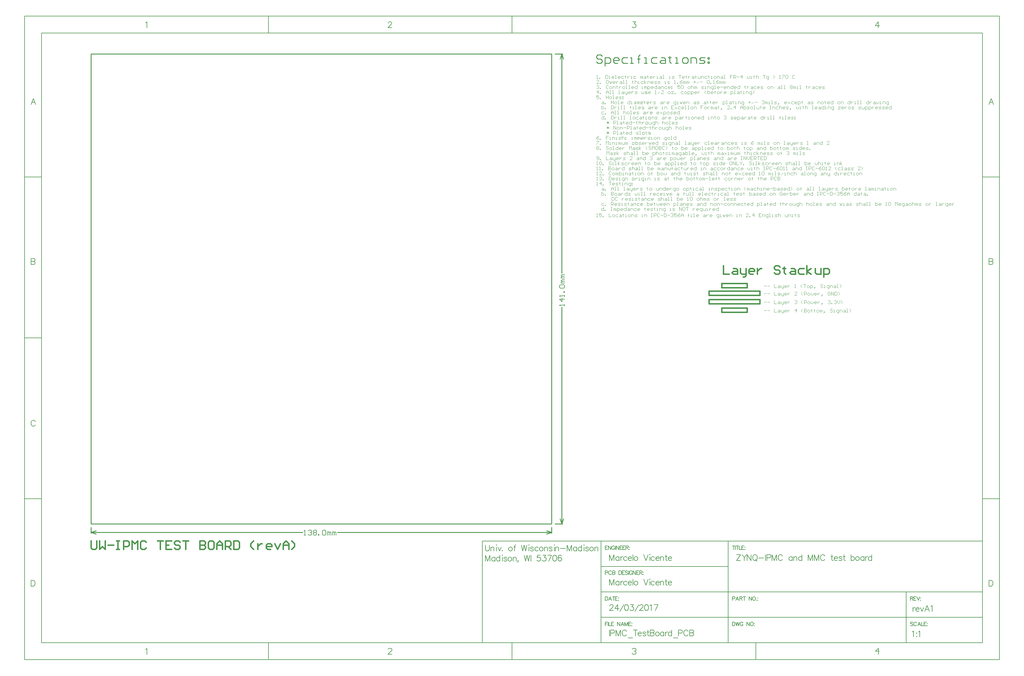
<source format=gbr>
G04 Layer_Color=0*
%FSLAX24Y24*%
%MOIN*%
%TF.FileFunction,Other,Fab_Drawings*%
%TF.Part,Single*%
G01*
G75*
%TA.AperFunction,NonConductor*%
%ADD45C,0.0100*%
%ADD129C,0.0150*%
%ADD134C,0.0040*%
%ADD138C,0.0050*%
%ADD139C,0.0060*%
%ADD140C,0.0070*%
D45*
X54331Y-1087D02*
Y-394D01*
X0Y-1087D02*
Y-394D01*
X29065Y-987D02*
X54331D01*
X0D02*
X24946D01*
X53731Y-787D02*
X54331Y-987D01*
X53731Y-1187D02*
X54331Y-987D01*
X0D02*
X600Y-1187D01*
X0Y-987D02*
X600Y-787D01*
X54724Y55512D02*
X55612D01*
X54724Y0D02*
X55612D01*
X55512Y29605D02*
Y55512D01*
Y0D02*
Y25587D01*
X55312Y54912D02*
X55512Y55512D01*
X55712Y54912D01*
X55512Y0D02*
X55712Y600D01*
X55312D02*
X55512Y0D01*
X0D02*
X54331D01*
Y55512D01*
X0D02*
X54331D01*
X0Y0D02*
Y55512D01*
X60274Y55236D02*
X60107Y55403D01*
X59774D01*
X59607Y55236D01*
Y55070D01*
X59774Y54903D01*
X60107D01*
X60274Y54736D01*
Y54570D01*
X60107Y54403D01*
X59774D01*
X59607Y54570D01*
X60607Y54070D02*
Y55070D01*
X61107D01*
X61273Y54903D01*
Y54570D01*
X61107Y54403D01*
X60607D01*
X62106D02*
X61773D01*
X61606Y54570D01*
Y54903D01*
X61773Y55070D01*
X62106D01*
X62273Y54903D01*
Y54736D01*
X61606D01*
X63273Y55070D02*
X62773D01*
X62606Y54903D01*
Y54570D01*
X62773Y54403D01*
X63273D01*
X63606D02*
X63939D01*
X63772D01*
Y55070D01*
X63606D01*
X64605Y54403D02*
Y55236D01*
Y54903D01*
X64439D01*
X64772D01*
X64605D01*
Y55236D01*
X64772Y55403D01*
X65272Y54403D02*
X65605D01*
X65439D01*
Y55070D01*
X65272D01*
X66771D02*
X66272D01*
X66105Y54903D01*
Y54570D01*
X66272Y54403D01*
X66771D01*
X67271Y55070D02*
X67604D01*
X67771Y54903D01*
Y54403D01*
X67271D01*
X67105Y54570D01*
X67271Y54736D01*
X67771D01*
X68271Y55236D02*
Y55070D01*
X68104D01*
X68438D01*
X68271D01*
Y54570D01*
X68438Y54403D01*
X68937D02*
X69271D01*
X69104D01*
Y55070D01*
X68937D01*
X69937Y54403D02*
X70270D01*
X70437Y54570D01*
Y54903D01*
X70270Y55070D01*
X69937D01*
X69770Y54903D01*
Y54570D01*
X69937Y54403D01*
X70770D02*
Y55070D01*
X71270D01*
X71437Y54903D01*
Y54403D01*
X71770D02*
X72270D01*
X72436Y54570D01*
X72270Y54736D01*
X71936D01*
X71770Y54903D01*
X71936Y55070D01*
X72436D01*
X72769D02*
X72936D01*
Y54903D01*
X72769D01*
Y55070D01*
Y54570D02*
X72936D01*
Y54403D01*
X72769D01*
Y54570D01*
D129*
X72900Y26997D02*
Y27497D01*
Y26997D02*
X78900D01*
Y27497D01*
X72900D02*
X78900D01*
X74400Y27900D02*
X77400D01*
Y28400D01*
X74400D02*
X77400D01*
X74400Y27900D02*
Y28400D01*
X72900Y25997D02*
Y26497D01*
Y25997D02*
X78900D01*
Y26497D01*
X72900D02*
X78900D01*
X74400Y25500D02*
X77400D01*
Y25000D02*
Y25500D01*
X74400Y25000D02*
X77400D01*
X74400D02*
Y25500D01*
X74594Y30500D02*
Y29500D01*
X75260D01*
X75760Y30166D02*
X76093D01*
X76260Y30000D01*
Y29500D01*
X75760D01*
X75593Y29667D01*
X75760Y29833D01*
X76260D01*
X76593Y30166D02*
Y29667D01*
X76760Y29500D01*
X77260D01*
Y29333D01*
X77093Y29167D01*
X76926D01*
X77260Y29500D02*
Y30166D01*
X78093Y29500D02*
X77759D01*
X77593Y29667D01*
Y30000D01*
X77759Y30166D01*
X78093D01*
X78259Y30000D01*
Y29833D01*
X77593D01*
X78592Y30166D02*
Y29500D01*
Y29833D01*
X78759Y30000D01*
X78926Y30166D01*
X79092D01*
X81258Y30333D02*
X81092Y30500D01*
X80758D01*
X80592Y30333D01*
Y30166D01*
X80758Y30000D01*
X81092D01*
X81258Y29833D01*
Y29667D01*
X81092Y29500D01*
X80758D01*
X80592Y29667D01*
X81758Y30333D02*
Y30166D01*
X81591D01*
X81925D01*
X81758D01*
Y29667D01*
X81925Y29500D01*
X82591Y30166D02*
X82924D01*
X83091Y30000D01*
Y29500D01*
X82591D01*
X82424Y29667D01*
X82591Y29833D01*
X83091D01*
X84091Y30166D02*
X83591D01*
X83424Y30000D01*
Y29667D01*
X83591Y29500D01*
X84091D01*
X84424D02*
Y30500D01*
Y29833D02*
X84924Y30166D01*
X84424Y29833D02*
X84924Y29500D01*
X85424Y30166D02*
Y29667D01*
X85590Y29500D01*
X86090D01*
Y30166D01*
X86423Y29167D02*
Y30166D01*
X86923D01*
X87090Y30000D01*
Y29667D01*
X86923Y29500D01*
X86423D01*
X0Y-2000D02*
Y-2833D01*
X167Y-3000D01*
X500D01*
X666Y-2833D01*
Y-2000D01*
X1000D02*
Y-3000D01*
X1333Y-2667D01*
X1666Y-3000D01*
Y-2000D01*
X1999Y-2500D02*
X2666D01*
X2999Y-2000D02*
X3332D01*
X3166D01*
Y-3000D01*
X2999D01*
X3332D01*
X3832D02*
Y-2000D01*
X4332D01*
X4499Y-2167D01*
Y-2500D01*
X4332Y-2667D01*
X3832D01*
X4832Y-3000D02*
Y-2000D01*
X5165Y-2334D01*
X5498Y-2000D01*
Y-3000D01*
X6498Y-2167D02*
X6331Y-2000D01*
X5998D01*
X5831Y-2167D01*
Y-2833D01*
X5998Y-3000D01*
X6331D01*
X6498Y-2833D01*
X7831Y-2000D02*
X8497D01*
X8164D01*
Y-3000D01*
X9497Y-2000D02*
X8830D01*
Y-3000D01*
X9497D01*
X8830Y-2500D02*
X9164D01*
X10497Y-2167D02*
X10330Y-2000D01*
X9997D01*
X9830Y-2167D01*
Y-2334D01*
X9997Y-2500D01*
X10330D01*
X10497Y-2667D01*
Y-2833D01*
X10330Y-3000D01*
X9997D01*
X9830Y-2833D01*
X10830Y-2000D02*
X11496D01*
X11163D01*
Y-3000D01*
X12829Y-2000D02*
Y-3000D01*
X13329D01*
X13496Y-2833D01*
Y-2667D01*
X13329Y-2500D01*
X12829D01*
X13329D01*
X13496Y-2334D01*
Y-2167D01*
X13329Y-2000D01*
X12829D01*
X14329D02*
X13995D01*
X13829Y-2167D01*
Y-2833D01*
X13995Y-3000D01*
X14329D01*
X14495Y-2833D01*
Y-2167D01*
X14329Y-2000D01*
X14829Y-3000D02*
Y-2334D01*
X15162Y-2000D01*
X15495Y-2334D01*
Y-3000D01*
Y-2500D01*
X14829D01*
X15828Y-3000D02*
Y-2000D01*
X16328D01*
X16495Y-2167D01*
Y-2500D01*
X16328Y-2667D01*
X15828D01*
X16161D02*
X16495Y-3000D01*
X16828Y-2000D02*
Y-3000D01*
X17328D01*
X17494Y-2833D01*
Y-2167D01*
X17328Y-2000D01*
X16828D01*
X19160Y-3000D02*
X18827Y-2667D01*
Y-2334D01*
X19160Y-2000D01*
X19660Y-2334D02*
Y-3000D01*
Y-2667D01*
X19827Y-2500D01*
X19994Y-2334D01*
X20160D01*
X21160Y-3000D02*
X20827D01*
X20660Y-2833D01*
Y-2500D01*
X20827Y-2334D01*
X21160D01*
X21326Y-2500D01*
Y-2667D01*
X20660D01*
X21660Y-2334D02*
X21993Y-3000D01*
X22326Y-2334D01*
X22659Y-3000D02*
Y-2334D01*
X22993Y-2000D01*
X23326Y-2334D01*
Y-3000D01*
Y-2500D01*
X22659D01*
X23659Y-3000D02*
X23992Y-2667D01*
Y-2334D01*
X23659Y-2000D01*
D134*
X60467Y37400D02*
Y37000D01*
X60267D01*
X60200Y37067D01*
Y37200D01*
X60267Y37267D01*
X60467D01*
X60600Y37000D02*
Y37067D01*
X60667D01*
Y37000D01*
X60600D01*
X61333Y37400D02*
X61466D01*
X61400D01*
Y37000D01*
X61333D01*
X61466D01*
X61666D02*
Y37267D01*
X61733D01*
X61799Y37200D01*
Y37000D01*
Y37200D01*
X61866Y37267D01*
X61933Y37200D01*
Y37000D01*
X62066Y36867D02*
Y37267D01*
X62266D01*
X62333Y37200D01*
Y37067D01*
X62266Y37000D01*
X62066D01*
X62666D02*
X62533D01*
X62466Y37067D01*
Y37200D01*
X62533Y37267D01*
X62666D01*
X62733Y37200D01*
Y37133D01*
X62466D01*
X63132Y37400D02*
Y37000D01*
X62932D01*
X62866Y37067D01*
Y37200D01*
X62932Y37267D01*
X63132D01*
X63332D02*
X63466D01*
X63532Y37200D01*
Y37000D01*
X63332D01*
X63266Y37067D01*
X63332Y37133D01*
X63532D01*
X63666Y37000D02*
Y37267D01*
X63865D01*
X63932Y37200D01*
Y37000D01*
X64332Y37267D02*
X64132D01*
X64065Y37200D01*
Y37067D01*
X64132Y37000D01*
X64332D01*
X64665D02*
X64532D01*
X64465Y37067D01*
Y37200D01*
X64532Y37267D01*
X64665D01*
X64732Y37200D01*
Y37133D01*
X64465D01*
X65332Y37333D02*
Y37267D01*
X65265D01*
X65398D01*
X65332D01*
Y37067D01*
X65398Y37000D01*
X65798D02*
X65665D01*
X65598Y37067D01*
Y37200D01*
X65665Y37267D01*
X65798D01*
X65865Y37200D01*
Y37133D01*
X65598D01*
X65998Y37000D02*
X66198D01*
X66265Y37067D01*
X66198Y37133D01*
X66065D01*
X65998Y37200D01*
X66065Y37267D01*
X66265D01*
X66465Y37333D02*
Y37267D01*
X66398D01*
X66531D01*
X66465D01*
Y37067D01*
X66531Y37000D01*
X66731D02*
X66865D01*
X66798D01*
Y37267D01*
X66731D01*
X67064Y37000D02*
Y37267D01*
X67264D01*
X67331Y37200D01*
Y37000D01*
X67598Y36867D02*
X67664D01*
X67731Y36933D01*
Y37267D01*
X67531D01*
X67464Y37200D01*
Y37067D01*
X67531Y37000D01*
X67731D01*
X68264D02*
X68397D01*
X68331D01*
Y37267D01*
X68264D01*
X68597Y37000D02*
X68797D01*
X68864Y37067D01*
X68797Y37133D01*
X68664D01*
X68597Y37200D01*
X68664Y37267D01*
X68864D01*
X69397Y37000D02*
Y37400D01*
X69664Y37000D01*
Y37400D01*
X69997D02*
X69864D01*
X69797Y37333D01*
Y37067D01*
X69864Y37000D01*
X69997D01*
X70063Y37067D01*
Y37333D01*
X69997Y37400D01*
X70197D02*
X70463D01*
X70330D01*
Y37000D01*
X70997Y37267D02*
Y37000D01*
Y37133D01*
X71063Y37200D01*
X71130Y37267D01*
X71196D01*
X71596Y37000D02*
X71463D01*
X71396Y37067D01*
Y37200D01*
X71463Y37267D01*
X71596D01*
X71663Y37200D01*
Y37133D01*
X71396D01*
X72063Y36867D02*
Y37267D01*
X71863D01*
X71796Y37200D01*
Y37067D01*
X71863Y37000D01*
X72063D01*
X72196Y37267D02*
Y37067D01*
X72263Y37000D01*
X72463D01*
Y37267D01*
X72596Y37000D02*
X72729D01*
X72663D01*
Y37267D01*
X72596D01*
X72929D02*
Y37000D01*
Y37133D01*
X72996Y37200D01*
X73063Y37267D01*
X73129D01*
X73529Y37000D02*
X73396D01*
X73329Y37067D01*
Y37200D01*
X73396Y37267D01*
X73529D01*
X73596Y37200D01*
Y37133D01*
X73329D01*
X73996Y37400D02*
Y37000D01*
X73796D01*
X73729Y37067D01*
Y37200D01*
X73796Y37267D01*
X73996D01*
X59607Y52603D02*
X59740D01*
X59674D01*
Y53003D01*
X59607Y52936D01*
X59940Y52603D02*
Y52670D01*
X60007D01*
Y52603D01*
X59940D01*
X60673Y53003D02*
Y52603D01*
X60873D01*
X60940Y52670D01*
Y52936D01*
X60873Y53003D01*
X60673D01*
X61073Y52603D02*
X61207D01*
X61140D01*
Y52870D01*
X61073D01*
X61606Y52603D02*
X61473D01*
X61407Y52670D01*
Y52803D01*
X61473Y52870D01*
X61606D01*
X61673Y52803D01*
Y52736D01*
X61407D01*
X61806Y52603D02*
X61940D01*
X61873D01*
Y53003D01*
X61806D01*
X62340Y52603D02*
X62206D01*
X62140Y52670D01*
Y52803D01*
X62206Y52870D01*
X62340D01*
X62406Y52803D01*
Y52736D01*
X62140D01*
X62806Y52870D02*
X62606D01*
X62539Y52803D01*
Y52670D01*
X62606Y52603D01*
X62806D01*
X63006Y52936D02*
Y52870D01*
X62939D01*
X63073D01*
X63006D01*
Y52670D01*
X63073Y52603D01*
X63273Y52870D02*
Y52603D01*
Y52736D01*
X63339Y52803D01*
X63406Y52870D01*
X63473D01*
X63672Y52603D02*
X63806D01*
X63739D01*
Y52870D01*
X63672D01*
X64272D02*
X64072D01*
X64006Y52803D01*
Y52670D01*
X64072Y52603D01*
X64272D01*
X64805D02*
Y52870D01*
X64872D01*
X64939Y52803D01*
Y52603D01*
Y52803D01*
X65005Y52870D01*
X65072Y52803D01*
Y52603D01*
X65272Y52870D02*
X65405D01*
X65472Y52803D01*
Y52603D01*
X65272D01*
X65205Y52670D01*
X65272Y52736D01*
X65472D01*
X65672Y52936D02*
Y52870D01*
X65605D01*
X65738D01*
X65672D01*
Y52670D01*
X65738Y52603D01*
X66138D02*
X66005D01*
X65938Y52670D01*
Y52803D01*
X66005Y52870D01*
X66138D01*
X66205Y52803D01*
Y52736D01*
X65938D01*
X66338Y52870D02*
Y52603D01*
Y52736D01*
X66405Y52803D01*
X66472Y52870D01*
X66538D01*
X66738Y52603D02*
X66871D01*
X66805D01*
Y52870D01*
X66738D01*
X67138D02*
X67271D01*
X67338Y52803D01*
Y52603D01*
X67138D01*
X67071Y52670D01*
X67138Y52736D01*
X67338D01*
X67471Y52603D02*
X67605D01*
X67538D01*
Y53003D01*
X67471D01*
X68204Y52603D02*
X68338D01*
X68271D01*
Y52870D01*
X68204D01*
X68538Y52603D02*
X68737D01*
X68804Y52670D01*
X68737Y52736D01*
X68604D01*
X68538Y52803D01*
X68604Y52870D01*
X68804D01*
X69337Y53003D02*
X69604D01*
X69471D01*
Y52603D01*
X69937D02*
X69804D01*
X69737Y52670D01*
Y52803D01*
X69804Y52870D01*
X69937D01*
X70004Y52803D01*
Y52736D01*
X69737D01*
X70204Y52936D02*
Y52870D01*
X70137D01*
X70270D01*
X70204D01*
Y52670D01*
X70270Y52603D01*
X70470Y52870D02*
Y52603D01*
Y52736D01*
X70537Y52803D01*
X70604Y52870D01*
X70670D01*
X70937D02*
X71070D01*
X71137Y52803D01*
Y52603D01*
X70937D01*
X70870Y52670D01*
X70937Y52736D01*
X71137D01*
X71337Y52603D02*
Y52936D01*
Y52803D01*
X71270D01*
X71403D01*
X71337D01*
Y52936D01*
X71403Y53003D01*
X71603Y52870D02*
Y52670D01*
X71670Y52603D01*
X71870D01*
Y52870D01*
X72003Y52603D02*
Y52870D01*
X72203D01*
X72270Y52803D01*
Y52603D01*
X72670Y52870D02*
X72470D01*
X72403Y52803D01*
Y52670D01*
X72470Y52603D01*
X72670D01*
X72869Y52936D02*
Y52870D01*
X72803D01*
X72936D01*
X72869D01*
Y52670D01*
X72936Y52603D01*
X73136D02*
X73269D01*
X73203D01*
Y52870D01*
X73136D01*
X73536Y52603D02*
X73669D01*
X73736Y52670D01*
Y52803D01*
X73669Y52870D01*
X73536D01*
X73469Y52803D01*
Y52670D01*
X73536Y52603D01*
X73869D02*
Y52870D01*
X74069D01*
X74136Y52803D01*
Y52603D01*
X74336Y52870D02*
X74469D01*
X74536Y52803D01*
Y52603D01*
X74336D01*
X74269Y52670D01*
X74336Y52736D01*
X74536D01*
X74669Y52603D02*
X74802D01*
X74736D01*
Y53003D01*
X74669D01*
X75669D02*
X75402D01*
Y52803D01*
X75535D01*
X75402D01*
Y52603D01*
X75802D02*
Y53003D01*
X76002D01*
X76068Y52936D01*
Y52803D01*
X76002Y52736D01*
X75802D01*
X75935D02*
X76068Y52603D01*
X76202Y52803D02*
X76468D01*
X76802Y52603D02*
Y53003D01*
X76602Y52803D01*
X76868D01*
X77401Y52870D02*
Y52670D01*
X77468Y52603D01*
X77535Y52670D01*
X77601Y52603D01*
X77668Y52670D01*
Y52870D01*
X77801Y52603D02*
X77935D01*
X77868D01*
Y52870D01*
X77801D01*
X78201Y52936D02*
Y52870D01*
X78134D01*
X78268D01*
X78201D01*
Y52670D01*
X78268Y52603D01*
X78468Y53003D02*
Y52603D01*
Y52803D01*
X78534Y52870D01*
X78668D01*
X78734Y52803D01*
Y52603D01*
X79267Y53003D02*
X79534D01*
X79401D01*
Y52603D01*
X79801Y52470D02*
X79867D01*
X79934Y52537D01*
Y52870D01*
X79734D01*
X79667Y52803D01*
Y52670D01*
X79734Y52603D01*
X79934D01*
X80467D02*
X80667Y52803D01*
X80467Y53003D01*
X81200Y52603D02*
X81333D01*
X81267D01*
Y53003D01*
X81200Y52936D01*
X81533Y53003D02*
X81800D01*
Y52936D01*
X81533Y52670D01*
Y52603D01*
X81933Y52936D02*
X82000Y53003D01*
X82133D01*
X82200Y52936D01*
Y52670D01*
X82133Y52603D01*
X82000D01*
X81933Y52670D01*
Y52936D01*
X83000D02*
X82933Y53003D01*
X82800D01*
X82733Y52936D01*
Y52670D01*
X82800Y52603D01*
X82933D01*
X83000Y52670D01*
X59874Y52003D02*
X59607D01*
X59874Y52270D01*
Y52336D01*
X59807Y52403D01*
X59674D01*
X59607Y52336D01*
X60007Y52003D02*
Y52070D01*
X60074D01*
Y52003D01*
X60007D01*
X60940Y52403D02*
X60807D01*
X60740Y52336D01*
Y52070D01*
X60807Y52003D01*
X60940D01*
X61007Y52070D01*
Y52336D01*
X60940Y52403D01*
X61140Y52270D02*
X61273Y52003D01*
X61407Y52270D01*
X61740Y52003D02*
X61606D01*
X61540Y52070D01*
Y52203D01*
X61606Y52270D01*
X61740D01*
X61806Y52203D01*
Y52136D01*
X61540D01*
X61940Y52270D02*
Y52003D01*
Y52136D01*
X62006Y52203D01*
X62073Y52270D01*
X62140D01*
X62406D02*
X62539D01*
X62606Y52203D01*
Y52003D01*
X62406D01*
X62340Y52070D01*
X62406Y52136D01*
X62606D01*
X62739Y52003D02*
X62873D01*
X62806D01*
Y52403D01*
X62739D01*
X63073Y52003D02*
X63206D01*
X63139D01*
Y52403D01*
X63073D01*
X63872Y52336D02*
Y52270D01*
X63806D01*
X63939D01*
X63872D01*
Y52070D01*
X63939Y52003D01*
X64139Y52403D02*
Y52003D01*
Y52203D01*
X64206Y52270D01*
X64339D01*
X64406Y52203D01*
Y52003D01*
X64539D02*
X64672D01*
X64605D01*
Y52270D01*
X64539D01*
X65139D02*
X64939D01*
X64872Y52203D01*
Y52070D01*
X64939Y52003D01*
X65139D01*
X65272D02*
Y52403D01*
Y52136D02*
X65472Y52270D01*
X65272Y52136D02*
X65472Y52003D01*
X65672D02*
Y52270D01*
X65872D01*
X65938Y52203D01*
Y52003D01*
X66272D02*
X66138D01*
X66072Y52070D01*
Y52203D01*
X66138Y52270D01*
X66272D01*
X66338Y52203D01*
Y52136D01*
X66072D01*
X66472Y52003D02*
X66671D01*
X66738Y52070D01*
X66671Y52136D01*
X66538D01*
X66472Y52203D01*
X66538Y52270D01*
X66738D01*
X66871Y52003D02*
X67071D01*
X67138Y52070D01*
X67071Y52136D01*
X66938D01*
X66871Y52203D01*
X66938Y52270D01*
X67138D01*
X67671Y52003D02*
X67804D01*
X67738D01*
Y52270D01*
X67671D01*
X68004Y52003D02*
X68204D01*
X68271Y52070D01*
X68204Y52136D01*
X68071D01*
X68004Y52203D01*
X68071Y52270D01*
X68271D01*
X68804Y52003D02*
X68937D01*
X68871D01*
Y52403D01*
X68804Y52336D01*
X69137Y52003D02*
Y52070D01*
X69204D01*
Y52003D01*
X69137D01*
X69737Y52403D02*
X69604Y52336D01*
X69471Y52203D01*
Y52070D01*
X69537Y52003D01*
X69671D01*
X69737Y52070D01*
Y52136D01*
X69671Y52203D01*
X69471D01*
X69870Y52003D02*
Y52270D01*
X69937D01*
X70004Y52203D01*
Y52003D01*
Y52203D01*
X70070Y52270D01*
X70137Y52203D01*
Y52003D01*
X70270D02*
Y52270D01*
X70337D01*
X70404Y52203D01*
Y52003D01*
Y52203D01*
X70470Y52270D01*
X70537Y52203D01*
Y52003D01*
X71070Y52203D02*
X71337D01*
X71203Y52336D02*
Y52070D01*
X71470Y52003D02*
X71737Y52270D01*
X71870Y52203D02*
X72136D01*
X72670Y52336D02*
X72736Y52403D01*
X72869D01*
X72936Y52336D01*
Y52070D01*
X72869Y52003D01*
X72736D01*
X72670Y52070D01*
Y52336D01*
X73069Y52003D02*
Y52070D01*
X73136D01*
Y52003D01*
X73069D01*
X73403D02*
X73536D01*
X73469D01*
Y52403D01*
X73403Y52336D01*
X74002Y52403D02*
X73869Y52336D01*
X73736Y52203D01*
Y52070D01*
X73803Y52003D01*
X73936D01*
X74002Y52070D01*
Y52136D01*
X73936Y52203D01*
X73736D01*
X74136Y52003D02*
Y52270D01*
X74202D01*
X74269Y52203D01*
Y52003D01*
Y52203D01*
X74336Y52270D01*
X74402Y52203D01*
Y52003D01*
X74536D02*
Y52270D01*
X74602D01*
X74669Y52203D01*
Y52003D01*
Y52203D01*
X74736Y52270D01*
X74802Y52203D01*
Y52003D01*
X59607Y51736D02*
X59674Y51803D01*
X59807D01*
X59874Y51736D01*
Y51670D01*
X59807Y51603D01*
X59740D01*
X59807D01*
X59874Y51536D01*
Y51470D01*
X59807Y51403D01*
X59674D01*
X59607Y51470D01*
X60007Y51403D02*
Y51470D01*
X60074D01*
Y51403D01*
X60007D01*
X61007Y51736D02*
X60940Y51803D01*
X60807D01*
X60740Y51736D01*
Y51470D01*
X60807Y51403D01*
X60940D01*
X61007Y51470D01*
X61207Y51403D02*
X61340D01*
X61407Y51470D01*
Y51603D01*
X61340Y51670D01*
X61207D01*
X61140Y51603D01*
Y51470D01*
X61207Y51403D01*
X61540D02*
Y51670D01*
X61740D01*
X61806Y51603D01*
Y51403D01*
X62006Y51736D02*
Y51670D01*
X61940D01*
X62073D01*
X62006D01*
Y51470D01*
X62073Y51403D01*
X62273Y51670D02*
Y51403D01*
Y51536D01*
X62340Y51603D01*
X62406Y51670D01*
X62473D01*
X62739Y51403D02*
X62873D01*
X62939Y51470D01*
Y51603D01*
X62873Y51670D01*
X62739D01*
X62673Y51603D01*
Y51470D01*
X62739Y51403D01*
X63073D02*
X63206D01*
X63139D01*
Y51803D01*
X63073D01*
X63406Y51403D02*
X63539D01*
X63473D01*
Y51803D01*
X63406D01*
X63939Y51403D02*
X63806D01*
X63739Y51470D01*
Y51603D01*
X63806Y51670D01*
X63939D01*
X64006Y51603D01*
Y51536D01*
X63739D01*
X64406Y51803D02*
Y51403D01*
X64206D01*
X64139Y51470D01*
Y51603D01*
X64206Y51670D01*
X64406D01*
X64939Y51403D02*
X65072D01*
X65005D01*
Y51670D01*
X64939D01*
X65272Y51403D02*
Y51670D01*
X65339D01*
X65405Y51603D01*
Y51403D01*
Y51603D01*
X65472Y51670D01*
X65539Y51603D01*
Y51403D01*
X65672Y51270D02*
Y51670D01*
X65872D01*
X65938Y51603D01*
Y51470D01*
X65872Y51403D01*
X65672D01*
X66272D02*
X66138D01*
X66072Y51470D01*
Y51603D01*
X66138Y51670D01*
X66272D01*
X66338Y51603D01*
Y51536D01*
X66072D01*
X66738Y51803D02*
Y51403D01*
X66538D01*
X66472Y51470D01*
Y51603D01*
X66538Y51670D01*
X66738D01*
X66938D02*
X67071D01*
X67138Y51603D01*
Y51403D01*
X66938D01*
X66871Y51470D01*
X66938Y51536D01*
X67138D01*
X67271Y51403D02*
Y51670D01*
X67471D01*
X67538Y51603D01*
Y51403D01*
X67938Y51670D02*
X67738D01*
X67671Y51603D01*
Y51470D01*
X67738Y51403D01*
X67938D01*
X68271D02*
X68138D01*
X68071Y51470D01*
Y51603D01*
X68138Y51670D01*
X68271D01*
X68338Y51603D01*
Y51536D01*
X68071D01*
X68471Y51670D02*
X68538D01*
Y51603D01*
X68471D01*
Y51670D01*
Y51470D02*
X68538D01*
Y51403D01*
X68471D01*
Y51470D01*
X69471Y51803D02*
X69204D01*
Y51603D01*
X69337Y51670D01*
X69404D01*
X69471Y51603D01*
Y51470D01*
X69404Y51403D01*
X69271D01*
X69204Y51470D01*
X69604Y51736D02*
X69671Y51803D01*
X69804D01*
X69870Y51736D01*
Y51470D01*
X69804Y51403D01*
X69671D01*
X69604Y51470D01*
Y51736D01*
X70470Y51403D02*
X70604D01*
X70670Y51470D01*
Y51603D01*
X70604Y51670D01*
X70470D01*
X70404Y51603D01*
Y51470D01*
X70470Y51403D01*
X70803Y51803D02*
Y51403D01*
Y51603D01*
X70870Y51670D01*
X71003D01*
X71070Y51603D01*
Y51403D01*
X71203D02*
Y51670D01*
X71270D01*
X71337Y51603D01*
Y51403D01*
Y51603D01*
X71403Y51670D01*
X71470Y51603D01*
Y51403D01*
X72003D02*
X72203D01*
X72270Y51470D01*
X72203Y51536D01*
X72070D01*
X72003Y51603D01*
X72070Y51670D01*
X72270D01*
X72403Y51403D02*
X72536D01*
X72470D01*
Y51670D01*
X72403D01*
X72736Y51403D02*
Y51670D01*
X72936D01*
X73003Y51603D01*
Y51403D01*
X73269Y51270D02*
X73336D01*
X73403Y51336D01*
Y51670D01*
X73203D01*
X73136Y51603D01*
Y51470D01*
X73203Y51403D01*
X73403D01*
X73536D02*
X73669D01*
X73603D01*
Y51803D01*
X73536D01*
X74069Y51403D02*
X73936D01*
X73869Y51470D01*
Y51603D01*
X73936Y51670D01*
X74069D01*
X74136Y51603D01*
Y51536D01*
X73869D01*
X74269Y51603D02*
X74536D01*
X74869Y51403D02*
X74736D01*
X74669Y51470D01*
Y51603D01*
X74736Y51670D01*
X74869D01*
X74935Y51603D01*
Y51536D01*
X74669D01*
X75069Y51403D02*
Y51670D01*
X75269D01*
X75335Y51603D01*
Y51403D01*
X75735Y51803D02*
Y51403D01*
X75535D01*
X75469Y51470D01*
Y51603D01*
X75535Y51670D01*
X75735D01*
X76068Y51403D02*
X75935D01*
X75869Y51470D01*
Y51603D01*
X75935Y51670D01*
X76068D01*
X76135Y51603D01*
Y51536D01*
X75869D01*
X76535Y51803D02*
Y51403D01*
X76335D01*
X76268Y51470D01*
Y51603D01*
X76335Y51670D01*
X76535D01*
X77135Y51736D02*
Y51670D01*
X77068D01*
X77201D01*
X77135D01*
Y51470D01*
X77201Y51403D01*
X77401Y51670D02*
Y51403D01*
Y51536D01*
X77468Y51603D01*
X77535Y51670D01*
X77601D01*
X77868D02*
X78001D01*
X78068Y51603D01*
Y51403D01*
X77868D01*
X77801Y51470D01*
X77868Y51536D01*
X78068D01*
X78468Y51670D02*
X78268D01*
X78201Y51603D01*
Y51470D01*
X78268Y51403D01*
X78468D01*
X78801D02*
X78668D01*
X78601Y51470D01*
Y51603D01*
X78668Y51670D01*
X78801D01*
X78868Y51603D01*
Y51536D01*
X78601D01*
X79001Y51403D02*
X79201D01*
X79267Y51470D01*
X79201Y51536D01*
X79067D01*
X79001Y51603D01*
X79067Y51670D01*
X79267D01*
X79867Y51403D02*
X80001D01*
X80067Y51470D01*
Y51603D01*
X80001Y51670D01*
X79867D01*
X79801Y51603D01*
Y51470D01*
X79867Y51403D01*
X80200D02*
Y51670D01*
X80400D01*
X80467Y51603D01*
Y51403D01*
X81067Y51670D02*
X81200D01*
X81267Y51603D01*
Y51403D01*
X81067D01*
X81000Y51470D01*
X81067Y51536D01*
X81267D01*
X81400Y51403D02*
X81533D01*
X81467D01*
Y51803D01*
X81400D01*
X81733Y51403D02*
X81867D01*
X81800D01*
Y51803D01*
X81733D01*
X82466Y51736D02*
X82533Y51803D01*
X82666D01*
X82733Y51736D01*
Y51670D01*
X82666Y51603D01*
X82733Y51536D01*
Y51470D01*
X82666Y51403D01*
X82533D01*
X82466Y51470D01*
Y51536D01*
X82533Y51603D01*
X82466Y51670D01*
Y51736D01*
X82533Y51603D02*
X82666D01*
X82866Y51403D02*
Y51670D01*
X82933D01*
X83000Y51603D01*
Y51403D01*
Y51603D01*
X83066Y51670D01*
X83133Y51603D01*
Y51403D01*
X83266D02*
X83399D01*
X83333D01*
Y51670D01*
X83266D01*
X83599Y51403D02*
X83733D01*
X83666D01*
Y51803D01*
X83599D01*
X84399Y51736D02*
Y51670D01*
X84332D01*
X84466D01*
X84399D01*
Y51470D01*
X84466Y51403D01*
X84666Y51670D02*
Y51403D01*
Y51536D01*
X84732Y51603D01*
X84799Y51670D01*
X84866D01*
X85132D02*
X85265D01*
X85332Y51603D01*
Y51403D01*
X85132D01*
X85066Y51470D01*
X85132Y51536D01*
X85332D01*
X85732Y51670D02*
X85532D01*
X85465Y51603D01*
Y51470D01*
X85532Y51403D01*
X85732D01*
X86065D02*
X85932D01*
X85865Y51470D01*
Y51603D01*
X85932Y51670D01*
X86065D01*
X86132Y51603D01*
Y51536D01*
X85865D01*
X86265Y51403D02*
X86465D01*
X86532Y51470D01*
X86465Y51536D01*
X86332D01*
X86265Y51603D01*
X86332Y51670D01*
X86532D01*
X59807Y50803D02*
Y51203D01*
X59607Y51003D01*
X59874D01*
X60007Y50803D02*
Y50870D01*
X60074D01*
Y50803D01*
X60007D01*
X60740D02*
Y51070D01*
X60873Y51203D01*
X61007Y51070D01*
Y50803D01*
Y51003D01*
X60740D01*
X61140Y50803D02*
X61273D01*
X61207D01*
Y51203D01*
X61140D01*
X61473Y50803D02*
X61606D01*
X61540D01*
Y51203D01*
X61473D01*
X62206Y50803D02*
X62340D01*
X62273D01*
Y51203D01*
X62206D01*
X62606Y51070D02*
X62739D01*
X62806Y51003D01*
Y50803D01*
X62606D01*
X62539Y50870D01*
X62606Y50936D01*
X62806D01*
X62939Y51070D02*
Y50870D01*
X63006Y50803D01*
X63206D01*
Y50736D01*
X63139Y50670D01*
X63073D01*
X63206Y50803D02*
Y51070D01*
X63539Y50803D02*
X63406D01*
X63339Y50870D01*
Y51003D01*
X63406Y51070D01*
X63539D01*
X63606Y51003D01*
Y50936D01*
X63339D01*
X63739Y51070D02*
Y50803D01*
Y50936D01*
X63806Y51003D01*
X63872Y51070D01*
X63939D01*
X64139Y50803D02*
X64339D01*
X64406Y50870D01*
X64339Y50936D01*
X64206D01*
X64139Y51003D01*
X64206Y51070D01*
X64406D01*
X64939D02*
Y50870D01*
X65005Y50803D01*
X65205D01*
Y51070D01*
X65339Y50803D02*
X65539D01*
X65605Y50870D01*
X65539Y50936D01*
X65405D01*
X65339Y51003D01*
X65405Y51070D01*
X65605D01*
X65938Y50803D02*
X65805D01*
X65738Y50870D01*
Y51003D01*
X65805Y51070D01*
X65938D01*
X66005Y51003D01*
Y50936D01*
X65738D01*
X66538Y50803D02*
X66671D01*
X66605D01*
Y51203D01*
X66538Y51136D01*
X66871Y50803D02*
X67138Y51070D01*
X67538Y50803D02*
X67271D01*
X67538Y51070D01*
Y51136D01*
X67471Y51203D01*
X67338D01*
X67271Y51136D01*
X68138Y50803D02*
X68271D01*
X68338Y50870D01*
Y51003D01*
X68271Y51070D01*
X68138D01*
X68071Y51003D01*
Y50870D01*
X68138Y50803D01*
X68471Y51070D02*
X68737D01*
X68471Y50803D01*
X68737D01*
X68871D02*
Y50870D01*
X68937D01*
Y50803D01*
X68871D01*
X69870Y51070D02*
X69671D01*
X69604Y51003D01*
Y50870D01*
X69671Y50803D01*
X69870D01*
X70070D02*
X70204D01*
X70270Y50870D01*
Y51003D01*
X70204Y51070D01*
X70070D01*
X70004Y51003D01*
Y50870D01*
X70070Y50803D01*
X70404Y50670D02*
Y51070D01*
X70604D01*
X70670Y51003D01*
Y50870D01*
X70604Y50803D01*
X70404D01*
X70803Y50670D02*
Y51070D01*
X71003D01*
X71070Y51003D01*
Y50870D01*
X71003Y50803D01*
X70803D01*
X71403D02*
X71270D01*
X71203Y50870D01*
Y51003D01*
X71270Y51070D01*
X71403D01*
X71470Y51003D01*
Y50936D01*
X71203D01*
X71603Y51070D02*
Y50803D01*
Y50936D01*
X71670Y51003D01*
X71737Y51070D01*
X71803D01*
X72536Y50803D02*
X72403Y50936D01*
Y51070D01*
X72536Y51203D01*
X72736D02*
Y50803D01*
X72936D01*
X73003Y50870D01*
Y50936D01*
Y51003D01*
X72936Y51070D01*
X72736D01*
X73336Y50803D02*
X73203D01*
X73136Y50870D01*
Y51003D01*
X73203Y51070D01*
X73336D01*
X73403Y51003D01*
Y50936D01*
X73136D01*
X73603Y50803D02*
Y51136D01*
Y51003D01*
X73536D01*
X73669D01*
X73603D01*
Y51136D01*
X73669Y51203D01*
X73936Y50803D02*
X74069D01*
X74136Y50870D01*
Y51003D01*
X74069Y51070D01*
X73936D01*
X73869Y51003D01*
Y50870D01*
X73936Y50803D01*
X74269Y51070D02*
Y50803D01*
Y50936D01*
X74336Y51003D01*
X74402Y51070D01*
X74469D01*
X74869Y50803D02*
X74736D01*
X74669Y50870D01*
Y51003D01*
X74736Y51070D01*
X74869D01*
X74935Y51003D01*
Y50936D01*
X74669D01*
X75469Y50670D02*
Y51070D01*
X75669D01*
X75735Y51003D01*
Y50870D01*
X75669Y50803D01*
X75469D01*
X75869D02*
X76002D01*
X75935D01*
Y51203D01*
X75869D01*
X76268Y51070D02*
X76402D01*
X76468Y51003D01*
Y50803D01*
X76268D01*
X76202Y50870D01*
X76268Y50936D01*
X76468D01*
X76668Y51136D02*
Y51070D01*
X76602D01*
X76735D01*
X76668D01*
Y50870D01*
X76735Y50803D01*
X76935D02*
X77068D01*
X77001D01*
Y51070D01*
X76935D01*
X77268Y50803D02*
Y51070D01*
X77468D01*
X77535Y51003D01*
Y50803D01*
X77801Y50670D02*
X77868D01*
X77935Y50736D01*
Y51070D01*
X77735D01*
X77668Y51003D01*
Y50870D01*
X77735Y50803D01*
X77935D01*
X78068D02*
X78201Y50936D01*
Y51070D01*
X78068Y51203D01*
X59874Y50603D02*
X59607D01*
Y50403D01*
X59740Y50470D01*
X59807D01*
X59874Y50403D01*
Y50270D01*
X59807Y50203D01*
X59674D01*
X59607Y50270D01*
X60007Y50203D02*
Y50270D01*
X60074D01*
Y50203D01*
X60007D01*
X60740Y50603D02*
Y50203D01*
Y50403D01*
X61007D01*
Y50603D01*
Y50203D01*
X61207D02*
X61340D01*
X61407Y50270D01*
Y50403D01*
X61340Y50470D01*
X61207D01*
X61140Y50403D01*
Y50270D01*
X61207Y50203D01*
X61540D02*
X61673D01*
X61606D01*
Y50603D01*
X61540D01*
X62073Y50203D02*
X61940D01*
X61873Y50270D01*
Y50403D01*
X61940Y50470D01*
X62073D01*
X62140Y50403D01*
Y50336D01*
X61873D01*
X62273Y50203D02*
X62473D01*
X62539Y50270D01*
X62473Y50336D01*
X62340D01*
X62273Y50403D01*
X62340Y50470D01*
X62539D01*
X62673D02*
X62739D01*
Y50403D01*
X62673D01*
Y50470D01*
Y50270D02*
X62739D01*
Y50203D01*
X62673D01*
Y50270D01*
X60274Y49870D02*
X60407D01*
X60474Y49803D01*
Y49603D01*
X60274D01*
X60207Y49670D01*
X60274Y49736D01*
X60474D01*
X60607Y49603D02*
Y49670D01*
X60674D01*
Y49603D01*
X60607D01*
X61340Y50003D02*
Y49603D01*
Y49803D01*
X61607D01*
Y50003D01*
Y49603D01*
X61807D02*
X61940D01*
X62007Y49670D01*
Y49803D01*
X61940Y49870D01*
X61807D01*
X61740Y49803D01*
Y49670D01*
X61807Y49603D01*
X62140D02*
X62273D01*
X62206D01*
Y50003D01*
X62140D01*
X62673Y49603D02*
X62540D01*
X62473Y49670D01*
Y49803D01*
X62540Y49870D01*
X62673D01*
X62740Y49803D01*
Y49736D01*
X62473D01*
X63539Y50003D02*
Y49603D01*
X63339D01*
X63273Y49670D01*
Y49803D01*
X63339Y49870D01*
X63539D01*
X63673Y49603D02*
X63806D01*
X63739D01*
Y49870D01*
X63673D01*
X64073D02*
X64206D01*
X64272Y49803D01*
Y49603D01*
X64073D01*
X64006Y49670D01*
X64073Y49736D01*
X64272D01*
X64406Y49603D02*
Y49870D01*
X64472D01*
X64539Y49803D01*
Y49603D01*
Y49803D01*
X64606Y49870D01*
X64672Y49803D01*
Y49603D01*
X65006D02*
X64872D01*
X64806Y49670D01*
Y49803D01*
X64872Y49870D01*
X65006D01*
X65072Y49803D01*
Y49736D01*
X64806D01*
X65272Y49936D02*
Y49870D01*
X65205D01*
X65339D01*
X65272D01*
Y49670D01*
X65339Y49603D01*
X65739D02*
X65605D01*
X65539Y49670D01*
Y49803D01*
X65605Y49870D01*
X65739D01*
X65805Y49803D01*
Y49736D01*
X65539D01*
X65939Y49870D02*
Y49603D01*
Y49736D01*
X66005Y49803D01*
X66072Y49870D01*
X66139D01*
X66338Y49603D02*
X66538D01*
X66605Y49670D01*
X66538Y49736D01*
X66405D01*
X66338Y49803D01*
X66405Y49870D01*
X66605D01*
X67205D02*
X67338D01*
X67405Y49803D01*
Y49603D01*
X67205D01*
X67138Y49670D01*
X67205Y49736D01*
X67405D01*
X67538Y49870D02*
Y49603D01*
Y49736D01*
X67605Y49803D01*
X67671Y49870D01*
X67738D01*
X68138Y49603D02*
X68005D01*
X67938Y49670D01*
Y49803D01*
X68005Y49870D01*
X68138D01*
X68205Y49803D01*
Y49736D01*
X67938D01*
X68871Y49470D02*
X68938D01*
X69004Y49536D01*
Y49870D01*
X68804D01*
X68738Y49803D01*
Y49670D01*
X68804Y49603D01*
X69004D01*
X69138D02*
X69271D01*
X69204D01*
Y49870D01*
X69138D01*
X69471D02*
X69604Y49603D01*
X69737Y49870D01*
X70071Y49603D02*
X69937D01*
X69871Y49670D01*
Y49803D01*
X69937Y49870D01*
X70071D01*
X70137Y49803D01*
Y49736D01*
X69871D01*
X70271Y49603D02*
Y49870D01*
X70470D01*
X70537Y49803D01*
Y49603D01*
X71137Y49870D02*
X71270D01*
X71337Y49803D01*
Y49603D01*
X71137D01*
X71070Y49670D01*
X71137Y49736D01*
X71337D01*
X71470Y49603D02*
X71670D01*
X71737Y49670D01*
X71670Y49736D01*
X71537D01*
X71470Y49803D01*
X71537Y49870D01*
X71737D01*
X72337D02*
X72470D01*
X72536Y49803D01*
Y49603D01*
X72337D01*
X72270Y49670D01*
X72337Y49736D01*
X72536D01*
X72736Y49603D02*
Y49936D01*
Y49803D01*
X72670D01*
X72803D01*
X72736D01*
Y49936D01*
X72803Y50003D01*
X73070Y49936D02*
Y49870D01*
X73003D01*
X73136D01*
X73070D01*
Y49670D01*
X73136Y49603D01*
X73536D02*
X73403D01*
X73336Y49670D01*
Y49803D01*
X73403Y49870D01*
X73536D01*
X73603Y49803D01*
Y49736D01*
X73336D01*
X73736Y49870D02*
Y49603D01*
Y49736D01*
X73803Y49803D01*
X73869Y49870D01*
X73936D01*
X74536Y49470D02*
Y49870D01*
X74736D01*
X74802Y49803D01*
Y49670D01*
X74736Y49603D01*
X74536D01*
X74936D02*
X75069D01*
X75002D01*
Y50003D01*
X74936D01*
X75336Y49870D02*
X75469D01*
X75535Y49803D01*
Y49603D01*
X75336D01*
X75269Y49670D01*
X75336Y49736D01*
X75535D01*
X75735Y49936D02*
Y49870D01*
X75669D01*
X75802D01*
X75735D01*
Y49670D01*
X75802Y49603D01*
X76002D02*
X76135D01*
X76069D01*
Y49870D01*
X76002D01*
X76335Y49603D02*
Y49870D01*
X76535D01*
X76602Y49803D01*
Y49603D01*
X76868Y49470D02*
X76935D01*
X77002Y49536D01*
Y49870D01*
X76802D01*
X76735Y49803D01*
Y49670D01*
X76802Y49603D01*
X77002D01*
X77535Y49803D02*
X77801D01*
X77668Y49936D02*
Y49670D01*
X77935Y49603D02*
X78201Y49870D01*
X78335Y49803D02*
X78601D01*
X79134Y49936D02*
X79201Y50003D01*
X79334D01*
X79401Y49936D01*
Y49870D01*
X79334Y49803D01*
X79268D01*
X79334D01*
X79401Y49736D01*
Y49670D01*
X79334Y49603D01*
X79201D01*
X79134Y49670D01*
X79534Y49603D02*
Y49870D01*
X79601D01*
X79667Y49803D01*
Y49603D01*
Y49803D01*
X79734Y49870D01*
X79801Y49803D01*
Y49603D01*
X79934D02*
X80067D01*
X80001D01*
Y49870D01*
X79934D01*
X80267Y49603D02*
X80401D01*
X80334D01*
Y50003D01*
X80267D01*
X80601Y49603D02*
X80800D01*
X80867Y49670D01*
X80800Y49736D01*
X80667D01*
X80601Y49803D01*
X80667Y49870D01*
X80867D01*
X81067Y49536D02*
X81134Y49603D01*
Y49670D01*
X81067D01*
Y49603D01*
X81134D01*
X81067Y49536D01*
X81000Y49470D01*
X82000Y49603D02*
X81867D01*
X81800Y49670D01*
Y49803D01*
X81867Y49870D01*
X82000D01*
X82067Y49803D01*
Y49736D01*
X81800D01*
X82200Y49870D02*
X82467Y49603D01*
X82333Y49736D01*
X82467Y49870D01*
X82200Y49603D01*
X82866Y49870D02*
X82667D01*
X82600Y49803D01*
Y49670D01*
X82667Y49603D01*
X82866D01*
X83200D02*
X83066D01*
X83000Y49670D01*
Y49803D01*
X83066Y49870D01*
X83200D01*
X83266Y49803D01*
Y49736D01*
X83000D01*
X83400Y49470D02*
Y49870D01*
X83600D01*
X83666Y49803D01*
Y49670D01*
X83600Y49603D01*
X83400D01*
X83866Y49936D02*
Y49870D01*
X83799D01*
X83933D01*
X83866D01*
Y49670D01*
X83933Y49603D01*
X84599Y49870D02*
X84733D01*
X84799Y49803D01*
Y49603D01*
X84599D01*
X84533Y49670D01*
X84599Y49736D01*
X84799D01*
X84932Y49603D02*
X85132D01*
X85199Y49670D01*
X85132Y49736D01*
X84999D01*
X84932Y49803D01*
X84999Y49870D01*
X85199D01*
X85732Y49603D02*
Y49870D01*
X85932D01*
X85999Y49803D01*
Y49603D01*
X86199D02*
X86332D01*
X86399Y49670D01*
Y49803D01*
X86332Y49870D01*
X86199D01*
X86132Y49803D01*
Y49670D01*
X86199Y49603D01*
X86599Y49936D02*
Y49870D01*
X86532D01*
X86665D01*
X86599D01*
Y49670D01*
X86665Y49603D01*
X87065D02*
X86932D01*
X86865Y49670D01*
Y49803D01*
X86932Y49870D01*
X87065D01*
X87132Y49803D01*
Y49736D01*
X86865D01*
X87532Y50003D02*
Y49603D01*
X87332D01*
X87265Y49670D01*
Y49803D01*
X87332Y49870D01*
X87532D01*
X88131Y49603D02*
X88265D01*
X88331Y49670D01*
Y49803D01*
X88265Y49870D01*
X88131D01*
X88065Y49803D01*
Y49670D01*
X88131Y49603D01*
X88465D02*
Y49870D01*
X88665D01*
X88731Y49803D01*
Y49603D01*
X89531Y50003D02*
Y49603D01*
X89331D01*
X89264Y49670D01*
Y49803D01*
X89331Y49870D01*
X89531D01*
X89664D02*
Y49603D01*
Y49736D01*
X89731Y49803D01*
X89798Y49870D01*
X89864D01*
X90064Y49603D02*
X90197D01*
X90131D01*
Y49870D01*
X90064D01*
X90397Y49603D02*
X90531D01*
X90464D01*
Y50003D01*
X90397D01*
X90731Y49603D02*
X90864D01*
X90797D01*
Y50003D01*
X90731D01*
X91730D02*
Y49603D01*
X91530D01*
X91464Y49670D01*
Y49803D01*
X91530Y49870D01*
X91730D01*
X91864D02*
Y49603D01*
Y49736D01*
X91930Y49803D01*
X91997Y49870D01*
X92063D01*
X92330D02*
X92463D01*
X92530Y49803D01*
Y49603D01*
X92330D01*
X92263Y49670D01*
X92330Y49736D01*
X92530D01*
X92663Y49870D02*
Y49670D01*
X92730Y49603D01*
X92797Y49670D01*
X92863Y49603D01*
X92930Y49670D01*
Y49870D01*
X93063Y49603D02*
X93196D01*
X93130D01*
Y49870D01*
X93063D01*
X93396Y49603D02*
Y49870D01*
X93596D01*
X93663Y49803D01*
Y49603D01*
X93930Y49470D02*
X93996D01*
X94063Y49536D01*
Y49870D01*
X93863D01*
X93796Y49803D01*
Y49670D01*
X93863Y49603D01*
X94063D01*
X60207Y49403D02*
Y49003D01*
X60407D01*
X60474Y49070D01*
Y49136D01*
Y49203D01*
X60407Y49270D01*
X60207D01*
X60607Y49003D02*
Y49070D01*
X60674D01*
Y49003D01*
X60607D01*
X61340Y49403D02*
Y49003D01*
X61540D01*
X61607Y49070D01*
Y49336D01*
X61540Y49403D01*
X61340D01*
X61740Y49270D02*
Y49003D01*
Y49136D01*
X61807Y49203D01*
X61873Y49270D01*
X61940D01*
X62140Y49003D02*
X62273D01*
X62206D01*
Y49270D01*
X62140D01*
X62473Y49003D02*
X62606D01*
X62540D01*
Y49403D01*
X62473D01*
X62806Y49003D02*
X62940D01*
X62873D01*
Y49403D01*
X62806D01*
X63606Y49003D02*
Y49336D01*
Y49203D01*
X63539D01*
X63673D01*
X63606D01*
Y49336D01*
X63673Y49403D01*
X63873Y49003D02*
X64006D01*
X63939D01*
Y49270D01*
X63873D01*
X64206Y49003D02*
X64339D01*
X64272D01*
Y49403D01*
X64206D01*
X64739Y49003D02*
X64606D01*
X64539Y49070D01*
Y49203D01*
X64606Y49270D01*
X64739D01*
X64806Y49203D01*
Y49136D01*
X64539D01*
X64939Y49003D02*
X65139D01*
X65205Y49070D01*
X65139Y49136D01*
X65006D01*
X64939Y49203D01*
X65006Y49270D01*
X65205D01*
X65805D02*
X65939D01*
X66005Y49203D01*
Y49003D01*
X65805D01*
X65739Y49070D01*
X65805Y49136D01*
X66005D01*
X66139Y49270D02*
Y49003D01*
Y49136D01*
X66205Y49203D01*
X66272Y49270D01*
X66338D01*
X66738Y49003D02*
X66605D01*
X66538Y49070D01*
Y49203D01*
X66605Y49270D01*
X66738D01*
X66805Y49203D01*
Y49136D01*
X66538D01*
X67338Y49003D02*
X67471D01*
X67405D01*
Y49270D01*
X67338D01*
X67671Y49003D02*
Y49270D01*
X67871D01*
X67938Y49203D01*
Y49003D01*
X68738Y49403D02*
X68471D01*
Y49003D01*
X68738D01*
X68471Y49203D02*
X68604D01*
X68871Y49270D02*
X69138Y49003D01*
X69004Y49136D01*
X69138Y49270D01*
X68871Y49003D01*
X69537Y49270D02*
X69337D01*
X69271Y49203D01*
Y49070D01*
X69337Y49003D01*
X69537D01*
X69871D02*
X69737D01*
X69671Y49070D01*
Y49203D01*
X69737Y49270D01*
X69871D01*
X69937Y49203D01*
Y49136D01*
X69671D01*
X70071Y49003D02*
X70204D01*
X70137D01*
Y49403D01*
X70071D01*
X70404Y49003D02*
X70537D01*
X70470D01*
Y49403D01*
X70404D01*
X70804Y49003D02*
X70937D01*
X71004Y49070D01*
Y49203D01*
X70937Y49270D01*
X70804D01*
X70737Y49203D01*
Y49070D01*
X70804Y49003D01*
X71137D02*
Y49270D01*
X71337D01*
X71403Y49203D01*
Y49003D01*
X72203Y49403D02*
X71937D01*
Y49203D01*
X72070D01*
X71937D01*
Y49003D01*
X72403D02*
X72536D01*
X72603Y49070D01*
Y49203D01*
X72536Y49270D01*
X72403D01*
X72337Y49203D01*
Y49070D01*
X72403Y49003D01*
X72736Y49270D02*
Y49003D01*
Y49136D01*
X72803Y49203D01*
X72870Y49270D01*
X72936D01*
X73136Y49003D02*
Y49270D01*
X73203D01*
X73270Y49203D01*
Y49003D01*
Y49203D01*
X73336Y49270D01*
X73403Y49203D01*
Y49003D01*
X73603Y49270D02*
X73736D01*
X73803Y49203D01*
Y49003D01*
X73603D01*
X73536Y49070D01*
X73603Y49136D01*
X73803D01*
X74003Y49336D02*
Y49270D01*
X73936D01*
X74069D01*
X74003D01*
Y49070D01*
X74069Y49003D01*
X74336Y48937D02*
X74403Y49003D01*
Y49070D01*
X74336D01*
Y49003D01*
X74403D01*
X74336Y48937D01*
X74269Y48870D01*
X75336Y49003D02*
X75069D01*
X75336Y49270D01*
Y49336D01*
X75269Y49403D01*
X75136D01*
X75069Y49336D01*
X75469Y49003D02*
Y49070D01*
X75535D01*
Y49003D01*
X75469D01*
X76002D02*
Y49403D01*
X75802Y49203D01*
X76069D01*
X76602Y49003D02*
Y49270D01*
X76735Y49403D01*
X76868Y49270D01*
Y49003D01*
Y49203D01*
X76602D01*
X77002Y49403D02*
Y49003D01*
X77202D01*
X77268Y49070D01*
Y49136D01*
Y49203D01*
X77202Y49270D01*
X77002D01*
X77402Y49003D02*
X77601D01*
X77668Y49070D01*
X77601Y49136D01*
X77468D01*
X77402Y49203D01*
X77468Y49270D01*
X77668D01*
X77868Y49003D02*
X78001D01*
X78068Y49070D01*
Y49203D01*
X78001Y49270D01*
X77868D01*
X77801Y49203D01*
Y49070D01*
X77868Y49003D01*
X78201D02*
X78335D01*
X78268D01*
Y49403D01*
X78201D01*
X78535Y49270D02*
Y49070D01*
X78601Y49003D01*
X78801D01*
Y49270D01*
X79001Y49336D02*
Y49270D01*
X78934D01*
X79068D01*
X79001D01*
Y49070D01*
X79068Y49003D01*
X79468D02*
X79334D01*
X79268Y49070D01*
Y49203D01*
X79334Y49270D01*
X79468D01*
X79534Y49203D01*
Y49136D01*
X79268D01*
X80067Y49403D02*
X80201D01*
X80134D01*
Y49003D01*
X80067D01*
X80201D01*
X80401D02*
Y49270D01*
X80601D01*
X80667Y49203D01*
Y49003D01*
X81067Y49270D02*
X80867D01*
X80800Y49203D01*
Y49070D01*
X80867Y49003D01*
X81067D01*
X81200Y49403D02*
Y49003D01*
Y49203D01*
X81267Y49270D01*
X81400D01*
X81467Y49203D01*
Y49003D01*
X81800D02*
X81667D01*
X81600Y49070D01*
Y49203D01*
X81667Y49270D01*
X81800D01*
X81867Y49203D01*
Y49136D01*
X81600D01*
X82000Y49003D02*
X82200D01*
X82267Y49070D01*
X82200Y49136D01*
X82067D01*
X82000Y49203D01*
X82067Y49270D01*
X82267D01*
X82467Y48937D02*
X82533Y49003D01*
Y49070D01*
X82467D01*
Y49003D01*
X82533D01*
X82467Y48937D01*
X82400Y48870D01*
X83200Y49270D02*
Y49070D01*
X83266Y49003D01*
X83333Y49070D01*
X83400Y49003D01*
X83466Y49070D01*
Y49270D01*
X83600Y49003D02*
X83733D01*
X83666D01*
Y49270D01*
X83600D01*
X83999Y49336D02*
Y49270D01*
X83933D01*
X84066D01*
X83999D01*
Y49070D01*
X84066Y49003D01*
X84266Y49403D02*
Y49003D01*
Y49203D01*
X84333Y49270D01*
X84466D01*
X84533Y49203D01*
Y49003D01*
X85066D02*
X85199D01*
X85132D01*
Y49403D01*
X85066D01*
X85599Y49003D02*
X85466D01*
X85399Y49070D01*
Y49203D01*
X85466Y49270D01*
X85599D01*
X85666Y49203D01*
Y49136D01*
X85399D01*
X85865Y49270D02*
X85999D01*
X86065Y49203D01*
Y49003D01*
X85865D01*
X85799Y49070D01*
X85865Y49136D01*
X86065D01*
X86465Y49403D02*
Y49003D01*
X86265D01*
X86199Y49070D01*
Y49203D01*
X86265Y49270D01*
X86465D01*
X86599Y49003D02*
X86732D01*
X86665D01*
Y49270D01*
X86599D01*
X86932Y49003D02*
Y49270D01*
X87132D01*
X87198Y49203D01*
Y49003D01*
X87465Y48870D02*
X87532D01*
X87598Y48937D01*
Y49270D01*
X87398D01*
X87332Y49203D01*
Y49070D01*
X87398Y49003D01*
X87598D01*
X88131Y49270D02*
X88398D01*
X88131Y49003D01*
X88398D01*
X88731D02*
X88598D01*
X88531Y49070D01*
Y49203D01*
X88598Y49270D01*
X88731D01*
X88798Y49203D01*
Y49136D01*
X88531D01*
X88931Y49270D02*
Y49003D01*
Y49136D01*
X88998Y49203D01*
X89064Y49270D01*
X89131D01*
X89398Y49003D02*
X89531D01*
X89598Y49070D01*
Y49203D01*
X89531Y49270D01*
X89398D01*
X89331Y49203D01*
Y49070D01*
X89398Y49003D01*
X89731D02*
X89931D01*
X89997Y49070D01*
X89931Y49136D01*
X89798D01*
X89731Y49203D01*
X89798Y49270D01*
X89997D01*
X90531Y49003D02*
X90731D01*
X90797Y49070D01*
X90731Y49136D01*
X90597D01*
X90531Y49203D01*
X90597Y49270D01*
X90797D01*
X90931D02*
Y49070D01*
X90997Y49003D01*
X91197D01*
Y49270D01*
X91330Y48870D02*
Y49270D01*
X91530D01*
X91597Y49203D01*
Y49070D01*
X91530Y49003D01*
X91330D01*
X91730Y48870D02*
Y49270D01*
X91930D01*
X91997Y49203D01*
Y49070D01*
X91930Y49003D01*
X91730D01*
X92130Y49270D02*
Y49003D01*
Y49136D01*
X92197Y49203D01*
X92263Y49270D01*
X92330D01*
X92730Y49003D02*
X92597D01*
X92530Y49070D01*
Y49203D01*
X92597Y49270D01*
X92730D01*
X92797Y49203D01*
Y49136D01*
X92530D01*
X92930Y49003D02*
X93130D01*
X93196Y49070D01*
X93130Y49136D01*
X92997D01*
X92930Y49203D01*
X92997Y49270D01*
X93196D01*
X93330Y49003D02*
X93530D01*
X93596Y49070D01*
X93530Y49136D01*
X93396D01*
X93330Y49203D01*
X93396Y49270D01*
X93596D01*
X93930Y49003D02*
X93796D01*
X93730Y49070D01*
Y49203D01*
X93796Y49270D01*
X93930D01*
X93996Y49203D01*
Y49136D01*
X93730D01*
X94396Y49403D02*
Y49003D01*
X94196D01*
X94129Y49070D01*
Y49203D01*
X94196Y49270D01*
X94396D01*
X60474Y48670D02*
X60274D01*
X60207Y48603D01*
Y48470D01*
X60274Y48403D01*
X60474D01*
X60607D02*
Y48470D01*
X60674D01*
Y48403D01*
X60607D01*
X61340D02*
Y48670D01*
X61473Y48803D01*
X61607Y48670D01*
Y48403D01*
Y48603D01*
X61340D01*
X61740Y48403D02*
X61873D01*
X61807D01*
Y48803D01*
X61740D01*
X62073Y48403D02*
X62206D01*
X62140D01*
Y48803D01*
X62073D01*
X62806D02*
Y48403D01*
Y48603D01*
X62873Y48670D01*
X63006D01*
X63073Y48603D01*
Y48403D01*
X63273D02*
X63406D01*
X63473Y48470D01*
Y48603D01*
X63406Y48670D01*
X63273D01*
X63206Y48603D01*
Y48470D01*
X63273Y48403D01*
X63606D02*
X63739D01*
X63673D01*
Y48803D01*
X63606D01*
X64139Y48403D02*
X64006D01*
X63939Y48470D01*
Y48603D01*
X64006Y48670D01*
X64139D01*
X64206Y48603D01*
Y48536D01*
X63939D01*
X64339Y48403D02*
X64539D01*
X64606Y48470D01*
X64539Y48536D01*
X64406D01*
X64339Y48603D01*
X64406Y48670D01*
X64606D01*
X65205D02*
X65339D01*
X65405Y48603D01*
Y48403D01*
X65205D01*
X65139Y48470D01*
X65205Y48536D01*
X65405D01*
X65539Y48670D02*
Y48403D01*
Y48536D01*
X65605Y48603D01*
X65672Y48670D01*
X65739D01*
X66139Y48403D02*
X66005D01*
X65939Y48470D01*
Y48603D01*
X66005Y48670D01*
X66139D01*
X66205Y48603D01*
Y48536D01*
X65939D01*
X66938Y48403D02*
X66805D01*
X66738Y48470D01*
Y48603D01*
X66805Y48670D01*
X66938D01*
X67005Y48603D01*
Y48536D01*
X66738D01*
X67138Y48670D02*
X67405Y48403D01*
X67271Y48536D01*
X67405Y48670D01*
X67138Y48403D01*
X67538Y48270D02*
Y48670D01*
X67738D01*
X67805Y48603D01*
Y48470D01*
X67738Y48403D01*
X67538D01*
X68005D02*
X68138D01*
X68205Y48470D01*
Y48603D01*
X68138Y48670D01*
X68005D01*
X67938Y48603D01*
Y48470D01*
X68005Y48403D01*
X68338D02*
X68538D01*
X68604Y48470D01*
X68538Y48536D01*
X68404D01*
X68338Y48603D01*
X68404Y48670D01*
X68604D01*
X68938Y48403D02*
X68804D01*
X68738Y48470D01*
Y48603D01*
X68804Y48670D01*
X68938D01*
X69004Y48603D01*
Y48536D01*
X68738D01*
X69404Y48803D02*
Y48403D01*
X69204D01*
X69138Y48470D01*
Y48603D01*
X69204Y48670D01*
X69404D01*
X60474Y48203D02*
Y47803D01*
X60274D01*
X60207Y47870D01*
Y48003D01*
X60274Y48070D01*
X60474D01*
X60607Y47803D02*
Y47870D01*
X60674D01*
Y47803D01*
X60607D01*
X61340Y48203D02*
Y47803D01*
X61540D01*
X61607Y47870D01*
Y48136D01*
X61540Y48203D01*
X61340D01*
X61740Y48070D02*
Y47803D01*
Y47936D01*
X61807Y48003D01*
X61873Y48070D01*
X61940D01*
X62140Y47803D02*
X62273D01*
X62206D01*
Y48070D01*
X62140D01*
X62473Y47803D02*
X62606D01*
X62540D01*
Y48203D01*
X62473D01*
X62806Y47803D02*
X62940D01*
X62873D01*
Y48203D01*
X62806D01*
X63539Y47803D02*
X63673D01*
X63606D01*
Y48203D01*
X63539D01*
X63939Y47803D02*
X64073D01*
X64139Y47870D01*
Y48003D01*
X64073Y48070D01*
X63939D01*
X63873Y48003D01*
Y47870D01*
X63939Y47803D01*
X64539Y48070D02*
X64339D01*
X64272Y48003D01*
Y47870D01*
X64339Y47803D01*
X64539D01*
X64739Y48070D02*
X64872D01*
X64939Y48003D01*
Y47803D01*
X64739D01*
X64672Y47870D01*
X64739Y47936D01*
X64939D01*
X65139Y48136D02*
Y48070D01*
X65072D01*
X65205D01*
X65139D01*
Y47870D01*
X65205Y47803D01*
X65405D02*
X65539D01*
X65472D01*
Y48070D01*
X65405D01*
X65805Y47803D02*
X65939D01*
X66005Y47870D01*
Y48003D01*
X65939Y48070D01*
X65805D01*
X65739Y48003D01*
Y47870D01*
X65805Y47803D01*
X66139D02*
Y48070D01*
X66338D01*
X66405Y48003D01*
Y47803D01*
X66538D02*
X66738D01*
X66805Y47870D01*
X66738Y47936D01*
X66605D01*
X66538Y48003D01*
X66605Y48070D01*
X66805D01*
X67405D02*
X67538D01*
X67605Y48003D01*
Y47803D01*
X67405D01*
X67338Y47870D01*
X67405Y47936D01*
X67605D01*
X67738Y48070D02*
Y47803D01*
Y47936D01*
X67805Y48003D01*
X67871Y48070D01*
X67938D01*
X68338Y47803D02*
X68205D01*
X68138Y47870D01*
Y48003D01*
X68205Y48070D01*
X68338D01*
X68404Y48003D01*
Y47936D01*
X68138D01*
X68938Y47670D02*
Y48070D01*
X69138D01*
X69204Y48003D01*
Y47870D01*
X69138Y47803D01*
X68938D01*
X69404Y48070D02*
X69537D01*
X69604Y48003D01*
Y47803D01*
X69404D01*
X69337Y47870D01*
X69404Y47936D01*
X69604D01*
X69737Y48070D02*
Y47803D01*
Y47936D01*
X69804Y48003D01*
X69871Y48070D01*
X69937D01*
X70204Y48136D02*
Y48070D01*
X70137D01*
X70271D01*
X70204D01*
Y47870D01*
X70271Y47803D01*
X70470D02*
X70604D01*
X70537D01*
Y48070D01*
X70470D01*
X70870Y47803D02*
X71004D01*
X71070Y47870D01*
Y48003D01*
X71004Y48070D01*
X70870D01*
X70804Y48003D01*
Y47870D01*
X70870Y47803D01*
X71204D02*
Y48070D01*
X71403D01*
X71470Y48003D01*
Y47803D01*
X71803D02*
X71670D01*
X71603Y47870D01*
Y48003D01*
X71670Y48070D01*
X71803D01*
X71870Y48003D01*
Y47936D01*
X71603D01*
X72270Y48203D02*
Y47803D01*
X72070D01*
X72003Y47870D01*
Y48003D01*
X72070Y48070D01*
X72270D01*
X72803Y47803D02*
X72936D01*
X72870D01*
Y48070D01*
X72803D01*
X73136Y47803D02*
Y48070D01*
X73336D01*
X73403Y48003D01*
Y47803D01*
X73603Y48136D02*
Y48070D01*
X73536D01*
X73669D01*
X73603D01*
Y47870D01*
X73669Y47803D01*
X73936D02*
X74069D01*
X74136Y47870D01*
Y48003D01*
X74069Y48070D01*
X73936D01*
X73869Y48003D01*
Y47870D01*
X73936Y47803D01*
X74669Y48136D02*
X74736Y48203D01*
X74869D01*
X74936Y48136D01*
Y48070D01*
X74869Y48003D01*
X74802D01*
X74869D01*
X74936Y47936D01*
Y47870D01*
X74869Y47803D01*
X74736D01*
X74669Y47870D01*
X75469Y47803D02*
X75669D01*
X75735Y47870D01*
X75669Y47936D01*
X75535D01*
X75469Y48003D01*
X75535Y48070D01*
X75735D01*
X76069Y47803D02*
X75935D01*
X75869Y47870D01*
Y48003D01*
X75935Y48070D01*
X76069D01*
X76135Y48003D01*
Y47936D01*
X75869D01*
X76269Y47670D02*
Y48070D01*
X76469D01*
X76535Y48003D01*
Y47870D01*
X76469Y47803D01*
X76269D01*
X76735Y48070D02*
X76868D01*
X76935Y48003D01*
Y47803D01*
X76735D01*
X76668Y47870D01*
X76735Y47936D01*
X76935D01*
X77068Y48070D02*
Y47803D01*
Y47936D01*
X77135Y48003D01*
X77202Y48070D01*
X77268D01*
X77535D02*
X77668D01*
X77735Y48003D01*
Y47803D01*
X77535D01*
X77468Y47870D01*
X77535Y47936D01*
X77735D01*
X77935Y48136D02*
Y48070D01*
X77868D01*
X78001D01*
X77935D01*
Y47870D01*
X78001Y47803D01*
X78401D02*
X78268D01*
X78201Y47870D01*
Y48003D01*
X78268Y48070D01*
X78401D01*
X78468Y48003D01*
Y47936D01*
X78201D01*
X79268Y48203D02*
Y47803D01*
X79068D01*
X79001Y47870D01*
Y48003D01*
X79068Y48070D01*
X79268D01*
X79401D02*
Y47803D01*
Y47936D01*
X79468Y48003D01*
X79534Y48070D01*
X79601D01*
X79801Y47803D02*
X79934D01*
X79867D01*
Y48070D01*
X79801D01*
X80134Y47803D02*
X80267D01*
X80201D01*
Y48203D01*
X80134D01*
X80467Y47803D02*
X80601D01*
X80534D01*
Y48203D01*
X80467D01*
X81267Y47803D02*
Y48136D01*
Y48003D01*
X81200D01*
X81334D01*
X81267D01*
Y48136D01*
X81334Y48203D01*
X81534Y47803D02*
X81667D01*
X81600D01*
Y48070D01*
X81534D01*
X81867Y47803D02*
X82000D01*
X81933D01*
Y48203D01*
X81867D01*
X82400Y47803D02*
X82267D01*
X82200Y47870D01*
Y48003D01*
X82267Y48070D01*
X82400D01*
X82467Y48003D01*
Y47936D01*
X82200D01*
X82600Y47803D02*
X82800D01*
X82866Y47870D01*
X82800Y47936D01*
X82667D01*
X82600Y48003D01*
X82667Y48070D01*
X82866D01*
X83000D02*
X83066D01*
Y48003D01*
X83000D01*
Y48070D01*
Y47870D02*
X83066D01*
Y47803D01*
X83000D01*
Y47870D01*
X60807Y47536D02*
X61074Y47270D01*
X60807D02*
X61074Y47536D01*
X60807Y47403D02*
X61074D01*
X60940Y47270D02*
Y47536D01*
X61607Y47203D02*
Y47603D01*
X61807D01*
X61873Y47536D01*
Y47403D01*
X61807Y47336D01*
X61607D01*
X62007Y47203D02*
X62140D01*
X62073D01*
Y47603D01*
X62007D01*
X62407Y47470D02*
X62540D01*
X62607Y47403D01*
Y47203D01*
X62407D01*
X62340Y47270D01*
X62407Y47336D01*
X62607D01*
X62806Y47536D02*
Y47470D01*
X62740D01*
X62873D01*
X62806D01*
Y47270D01*
X62873Y47203D01*
X63273D02*
X63140D01*
X63073Y47270D01*
Y47403D01*
X63140Y47470D01*
X63273D01*
X63340Y47403D01*
Y47336D01*
X63073D01*
X63739Y47603D02*
Y47203D01*
X63540D01*
X63473Y47270D01*
Y47403D01*
X63540Y47470D01*
X63739D01*
X63873Y47403D02*
X64139D01*
X64339Y47536D02*
Y47470D01*
X64273D01*
X64406D01*
X64339D01*
Y47270D01*
X64406Y47203D01*
X64606Y47603D02*
Y47203D01*
Y47403D01*
X64673Y47470D01*
X64806D01*
X64872Y47403D01*
Y47203D01*
X65006Y47470D02*
Y47203D01*
Y47336D01*
X65072Y47403D01*
X65139Y47470D01*
X65206D01*
X65472Y47203D02*
X65606D01*
X65672Y47270D01*
Y47403D01*
X65606Y47470D01*
X65472D01*
X65406Y47403D01*
Y47270D01*
X65472Y47203D01*
X65805Y47470D02*
Y47270D01*
X65872Y47203D01*
X66072D01*
Y47470D01*
X66339Y47070D02*
X66405D01*
X66472Y47137D01*
Y47470D01*
X66272D01*
X66205Y47403D01*
Y47270D01*
X66272Y47203D01*
X66472D01*
X66605Y47603D02*
Y47203D01*
Y47403D01*
X66672Y47470D01*
X66805D01*
X66872Y47403D01*
Y47203D01*
X67405Y47603D02*
Y47203D01*
Y47403D01*
X67472Y47470D01*
X67605D01*
X67672Y47403D01*
Y47203D01*
X67871D02*
X68005D01*
X68071Y47270D01*
Y47403D01*
X68005Y47470D01*
X67871D01*
X67805Y47403D01*
Y47270D01*
X67871Y47203D01*
X68205D02*
X68338D01*
X68271D01*
Y47603D01*
X68205D01*
X68738Y47203D02*
X68605D01*
X68538Y47270D01*
Y47403D01*
X68605Y47470D01*
X68738D01*
X68805Y47403D01*
Y47336D01*
X68538D01*
X68938Y47203D02*
X69138D01*
X69204Y47270D01*
X69138Y47336D01*
X69004D01*
X68938Y47403D01*
X69004Y47470D01*
X69204D01*
X60807Y46936D02*
X61074Y46670D01*
X60807D02*
X61074Y46936D01*
X60807Y46803D02*
X61074D01*
X60940Y46670D02*
Y46936D01*
X61607Y46603D02*
Y47003D01*
X61873Y46603D01*
Y47003D01*
X62073Y46603D02*
X62207D01*
X62273Y46670D01*
Y46803D01*
X62207Y46870D01*
X62073D01*
X62007Y46803D01*
Y46670D01*
X62073Y46603D01*
X62407D02*
Y46870D01*
X62607D01*
X62673Y46803D01*
Y46603D01*
X62806Y46803D02*
X63073D01*
X63206Y46603D02*
Y47003D01*
X63406D01*
X63473Y46936D01*
Y46803D01*
X63406Y46736D01*
X63206D01*
X63606Y46603D02*
X63739D01*
X63673D01*
Y47003D01*
X63606D01*
X64006Y46870D02*
X64139D01*
X64206Y46803D01*
Y46603D01*
X64006D01*
X63939Y46670D01*
X64006Y46736D01*
X64206D01*
X64406Y46936D02*
Y46870D01*
X64339D01*
X64473D01*
X64406D01*
Y46670D01*
X64473Y46603D01*
X64872D02*
X64739D01*
X64673Y46670D01*
Y46803D01*
X64739Y46870D01*
X64872D01*
X64939Y46803D01*
Y46736D01*
X64673D01*
X65339Y47003D02*
Y46603D01*
X65139D01*
X65072Y46670D01*
Y46803D01*
X65139Y46870D01*
X65339D01*
X65472Y46803D02*
X65739D01*
X65939Y46936D02*
Y46870D01*
X65872D01*
X66005D01*
X65939D01*
Y46670D01*
X66005Y46603D01*
X66205Y47003D02*
Y46603D01*
Y46803D01*
X66272Y46870D01*
X66405D01*
X66472Y46803D01*
Y46603D01*
X66605Y46870D02*
Y46603D01*
Y46736D01*
X66672Y46803D01*
X66739Y46870D01*
X66805D01*
X67072Y46603D02*
X67205D01*
X67272Y46670D01*
Y46803D01*
X67205Y46870D01*
X67072D01*
X67005Y46803D01*
Y46670D01*
X67072Y46603D01*
X67405Y46870D02*
Y46670D01*
X67472Y46603D01*
X67672D01*
Y46870D01*
X67938Y46470D02*
X68005D01*
X68071Y46536D01*
Y46870D01*
X67871D01*
X67805Y46803D01*
Y46670D01*
X67871Y46603D01*
X68071D01*
X68205Y47003D02*
Y46603D01*
Y46803D01*
X68271Y46870D01*
X68405D01*
X68471Y46803D01*
Y46603D01*
X69004Y47003D02*
Y46603D01*
Y46803D01*
X69071Y46870D01*
X69204D01*
X69271Y46803D01*
Y46603D01*
X69471D02*
X69604D01*
X69671Y46670D01*
Y46803D01*
X69604Y46870D01*
X69471D01*
X69404Y46803D01*
Y46670D01*
X69471Y46603D01*
X69804D02*
X69937D01*
X69871D01*
Y47003D01*
X69804D01*
X70337Y46603D02*
X70204D01*
X70137Y46670D01*
Y46803D01*
X70204Y46870D01*
X70337D01*
X70404Y46803D01*
Y46736D01*
X70137D01*
X70537Y46603D02*
X70737D01*
X70804Y46670D01*
X70737Y46736D01*
X70604D01*
X70537Y46803D01*
X70604Y46870D01*
X70804D01*
X59874Y45803D02*
X59740Y45736D01*
X59607Y45603D01*
Y45470D01*
X59674Y45403D01*
X59807D01*
X59874Y45470D01*
Y45536D01*
X59807Y45603D01*
X59607D01*
X60007Y45403D02*
Y45470D01*
X60074D01*
Y45403D01*
X60007D01*
X61007Y45803D02*
X60740D01*
Y45603D01*
X60873D01*
X60740D01*
Y45403D01*
X61140D02*
X61273D01*
X61207D01*
Y45670D01*
X61140D01*
X61473Y45403D02*
Y45670D01*
X61673D01*
X61740Y45603D01*
Y45403D01*
X61873D02*
X62006D01*
X61940D01*
Y45670D01*
X61873D01*
X62206Y45403D02*
X62406D01*
X62473Y45470D01*
X62406Y45536D01*
X62273D01*
X62206Y45603D01*
X62273Y45670D01*
X62473D01*
X62606Y45803D02*
Y45403D01*
Y45603D01*
X62673Y45670D01*
X62806D01*
X62873Y45603D01*
Y45403D01*
X63006Y45670D02*
X63073D01*
Y45603D01*
X63006D01*
Y45670D01*
Y45470D02*
X63073D01*
Y45403D01*
X63006D01*
Y45470D01*
X63739Y45403D02*
X63872D01*
X63806D01*
Y45670D01*
X63739D01*
X64072Y45403D02*
Y45670D01*
X64139D01*
X64206Y45603D01*
Y45403D01*
Y45603D01*
X64272Y45670D01*
X64339Y45603D01*
Y45403D01*
X64472D02*
Y45670D01*
X64539D01*
X64605Y45603D01*
Y45403D01*
Y45603D01*
X64672Y45670D01*
X64739Y45603D01*
Y45403D01*
X65072D02*
X64939D01*
X64872Y45470D01*
Y45603D01*
X64939Y45670D01*
X65072D01*
X65139Y45603D01*
Y45536D01*
X64872D01*
X65272Y45670D02*
Y45403D01*
Y45536D01*
X65339Y45603D01*
X65405Y45670D01*
X65472D01*
X65672Y45403D02*
X65872D01*
X65938Y45470D01*
X65872Y45536D01*
X65738D01*
X65672Y45603D01*
X65738Y45670D01*
X65938D01*
X66072Y45403D02*
X66205D01*
X66138D01*
Y45670D01*
X66072D01*
X66472Y45403D02*
X66605D01*
X66671Y45470D01*
Y45603D01*
X66605Y45670D01*
X66472D01*
X66405Y45603D01*
Y45470D01*
X66472Y45403D01*
X66805D02*
Y45670D01*
X67005D01*
X67071Y45603D01*
Y45403D01*
X67738Y45270D02*
X67804D01*
X67871Y45336D01*
Y45670D01*
X67671D01*
X67605Y45603D01*
Y45470D01*
X67671Y45403D01*
X67871D01*
X68071D02*
X68204D01*
X68271Y45470D01*
Y45603D01*
X68204Y45670D01*
X68071D01*
X68004Y45603D01*
Y45470D01*
X68071Y45403D01*
X68404D02*
X68538D01*
X68471D01*
Y45803D01*
X68404D01*
X69004D02*
Y45403D01*
X68804D01*
X68737Y45470D01*
Y45603D01*
X68804Y45670D01*
X69004D01*
X59607Y45203D02*
X59874D01*
Y45136D01*
X59607Y44870D01*
Y44803D01*
X60007D02*
Y44870D01*
X60074D01*
Y44803D01*
X60007D01*
X60740D02*
Y45203D01*
X60873Y45070D01*
X61007Y45203D01*
Y44803D01*
X61140D02*
X61273D01*
X61207D01*
Y45070D01*
X61140D01*
X61473Y44803D02*
Y45070D01*
X61673D01*
X61740Y45003D01*
Y44803D01*
X61873D02*
X62006D01*
X61940D01*
Y45070D01*
X61873D01*
X62206Y44803D02*
Y45070D01*
X62273D01*
X62340Y45003D01*
Y44803D01*
Y45003D01*
X62406Y45070D01*
X62473Y45003D01*
Y44803D01*
X62606Y45070D02*
Y44870D01*
X62673Y44803D01*
X62873D01*
Y45070D01*
X63006Y44803D02*
Y45070D01*
X63073D01*
X63139Y45003D01*
Y44803D01*
Y45003D01*
X63206Y45070D01*
X63273Y45003D01*
Y44803D01*
X63872D02*
X64006D01*
X64072Y44870D01*
Y45003D01*
X64006Y45070D01*
X63872D01*
X63806Y45003D01*
Y44870D01*
X63872Y44803D01*
X64206Y45203D02*
Y44803D01*
X64406D01*
X64472Y44870D01*
Y44936D01*
Y45003D01*
X64406Y45070D01*
X64206D01*
X64605Y44803D02*
X64805D01*
X64872Y44870D01*
X64805Y44936D01*
X64672D01*
X64605Y45003D01*
X64672Y45070D01*
X64872D01*
X65205Y44803D02*
X65072D01*
X65005Y44870D01*
Y45003D01*
X65072Y45070D01*
X65205D01*
X65272Y45003D01*
Y44936D01*
X65005D01*
X65405Y45070D02*
Y44803D01*
Y44936D01*
X65472Y45003D01*
X65539Y45070D01*
X65605D01*
X65805D02*
X65938Y44803D01*
X66072Y45070D01*
X66405Y44803D02*
X66272D01*
X66205Y44870D01*
Y45003D01*
X66272Y45070D01*
X66405D01*
X66472Y45003D01*
Y44936D01*
X66205D01*
X66871Y45203D02*
Y44803D01*
X66671D01*
X66605Y44870D01*
Y45003D01*
X66671Y45070D01*
X66871D01*
X67405Y44803D02*
X67605D01*
X67671Y44870D01*
X67605Y44936D01*
X67471D01*
X67405Y45003D01*
X67471Y45070D01*
X67671D01*
X67804Y44803D02*
X67938D01*
X67871D01*
Y45070D01*
X67804D01*
X68271Y44670D02*
X68338D01*
X68404Y44736D01*
Y45070D01*
X68204D01*
X68138Y45003D01*
Y44870D01*
X68204Y44803D01*
X68404D01*
X68538D02*
Y45070D01*
X68737D01*
X68804Y45003D01*
Y44803D01*
X69004Y45070D02*
X69137D01*
X69204Y45003D01*
Y44803D01*
X69004D01*
X68937Y44870D01*
X69004Y44936D01*
X69204D01*
X69337Y44803D02*
X69471D01*
X69404D01*
Y45203D01*
X69337D01*
X70070Y44803D02*
X70204D01*
X70137D01*
Y45203D01*
X70070D01*
X70470Y45070D02*
X70604D01*
X70670Y45003D01*
Y44803D01*
X70470D01*
X70404Y44870D01*
X70470Y44936D01*
X70670D01*
X70803Y45070D02*
Y44870D01*
X70870Y44803D01*
X71070D01*
Y44736D01*
X71003Y44670D01*
X70937D01*
X71070Y44803D02*
Y45070D01*
X71403Y44803D02*
X71270D01*
X71203Y44870D01*
Y45003D01*
X71270Y45070D01*
X71403D01*
X71470Y45003D01*
Y44936D01*
X71203D01*
X71603Y45070D02*
Y44803D01*
Y44936D01*
X71670Y45003D01*
X71737Y45070D01*
X71803D01*
X72670D02*
X72470D01*
X72403Y45003D01*
Y44870D01*
X72470Y44803D01*
X72670D01*
X72803D02*
X72936D01*
X72869D01*
Y45203D01*
X72803D01*
X73336Y44803D02*
X73203D01*
X73136Y44870D01*
Y45003D01*
X73203Y45070D01*
X73336D01*
X73403Y45003D01*
Y44936D01*
X73136D01*
X73603Y45070D02*
X73736D01*
X73803Y45003D01*
Y44803D01*
X73603D01*
X73536Y44870D01*
X73603Y44936D01*
X73803D01*
X73936Y45070D02*
Y44803D01*
Y44936D01*
X74002Y45003D01*
X74069Y45070D01*
X74136D01*
X74402D02*
X74536D01*
X74602Y45003D01*
Y44803D01*
X74402D01*
X74336Y44870D01*
X74402Y44936D01*
X74602D01*
X74736Y44803D02*
Y45070D01*
X74935D01*
X75002Y45003D01*
Y44803D01*
X75402Y45070D02*
X75202D01*
X75135Y45003D01*
Y44870D01*
X75202Y44803D01*
X75402D01*
X75735D02*
X75602D01*
X75535Y44870D01*
Y45003D01*
X75602Y45070D01*
X75735D01*
X75802Y45003D01*
Y44936D01*
X75535D01*
X75935Y44803D02*
X76135D01*
X76202Y44870D01*
X76135Y44936D01*
X76002D01*
X75935Y45003D01*
X76002Y45070D01*
X76202D01*
X76735Y44803D02*
X76868D01*
X76802D01*
Y45070D01*
X76735D01*
X77068Y44803D02*
X77268D01*
X77335Y44870D01*
X77268Y44936D01*
X77135D01*
X77068Y45003D01*
X77135Y45070D01*
X77335D01*
X78134Y45203D02*
X78001Y45136D01*
X77868Y45003D01*
Y44870D01*
X77935Y44803D01*
X78068D01*
X78134Y44870D01*
Y44936D01*
X78068Y45003D01*
X77868D01*
X78668Y44803D02*
Y45070D01*
X78734D01*
X78801Y45003D01*
Y44803D01*
Y45003D01*
X78868Y45070D01*
X78934Y45003D01*
Y44803D01*
X79067D02*
X79201D01*
X79134D01*
Y45070D01*
X79067D01*
X79401Y44803D02*
X79534D01*
X79467D01*
Y45203D01*
X79401D01*
X79734Y44803D02*
X79934D01*
X80001Y44870D01*
X79934Y44936D01*
X79801D01*
X79734Y45003D01*
X79801Y45070D01*
X80001D01*
X80600Y44803D02*
X80734D01*
X80800Y44870D01*
Y45003D01*
X80734Y45070D01*
X80600D01*
X80534Y45003D01*
Y44870D01*
X80600Y44803D01*
X80934D02*
Y45070D01*
X81133D01*
X81200Y45003D01*
Y44803D01*
X81733D02*
X81867D01*
X81800D01*
Y45203D01*
X81733D01*
X82133Y45070D02*
X82266D01*
X82333Y45003D01*
Y44803D01*
X82133D01*
X82067Y44870D01*
X82133Y44936D01*
X82333D01*
X82466Y45070D02*
Y44870D01*
X82533Y44803D01*
X82733D01*
Y44736D01*
X82666Y44670D01*
X82600D01*
X82733Y44803D02*
Y45070D01*
X83066Y44803D02*
X82933D01*
X82866Y44870D01*
Y45003D01*
X82933Y45070D01*
X83066D01*
X83133Y45003D01*
Y44936D01*
X82866D01*
X83266Y45070D02*
Y44803D01*
Y44936D01*
X83333Y45003D01*
X83399Y45070D01*
X83466D01*
X83666Y44803D02*
X83866D01*
X83933Y44870D01*
X83866Y44936D01*
X83733D01*
X83666Y45003D01*
X83733Y45070D01*
X83933D01*
X84466Y44803D02*
X84599D01*
X84532D01*
Y45203D01*
X84466Y45136D01*
X85265Y45070D02*
X85399D01*
X85465Y45003D01*
Y44803D01*
X85265D01*
X85199Y44870D01*
X85265Y44936D01*
X85465D01*
X85599Y44803D02*
Y45070D01*
X85799D01*
X85865Y45003D01*
Y44803D01*
X86265Y45203D02*
Y44803D01*
X86065D01*
X85999Y44870D01*
Y45003D01*
X86065Y45070D01*
X86265D01*
X87065Y44803D02*
X86798D01*
X87065Y45070D01*
Y45136D01*
X86998Y45203D01*
X86865D01*
X86798Y45136D01*
X59607Y44536D02*
X59674Y44603D01*
X59807D01*
X59874Y44536D01*
Y44470D01*
X59807Y44403D01*
X59874Y44336D01*
Y44270D01*
X59807Y44203D01*
X59674D01*
X59607Y44270D01*
Y44336D01*
X59674Y44403D01*
X59607Y44470D01*
Y44536D01*
X59674Y44403D02*
X59807D01*
X60007Y44203D02*
Y44270D01*
X60074D01*
Y44203D01*
X60007D01*
X61007Y44536D02*
X60940Y44603D01*
X60807D01*
X60740Y44536D01*
Y44470D01*
X60807Y44403D01*
X60940D01*
X61007Y44336D01*
Y44270D01*
X60940Y44203D01*
X60807D01*
X60740Y44270D01*
X61207Y44203D02*
X61340D01*
X61407Y44270D01*
Y44403D01*
X61340Y44470D01*
X61207D01*
X61140Y44403D01*
Y44270D01*
X61207Y44203D01*
X61540D02*
X61673D01*
X61606D01*
Y44603D01*
X61540D01*
X62140D02*
Y44203D01*
X61940D01*
X61873Y44270D01*
Y44403D01*
X61940Y44470D01*
X62140D01*
X62473Y44203D02*
X62340D01*
X62273Y44270D01*
Y44403D01*
X62340Y44470D01*
X62473D01*
X62539Y44403D01*
Y44336D01*
X62273D01*
X62673Y44470D02*
Y44203D01*
Y44336D01*
X62739Y44403D01*
X62806Y44470D01*
X62873D01*
X63473Y44203D02*
Y44603D01*
X63606Y44470D01*
X63739Y44603D01*
Y44203D01*
X63939Y44470D02*
X64072D01*
X64139Y44403D01*
Y44203D01*
X63939D01*
X63872Y44270D01*
X63939Y44336D01*
X64139D01*
X64272Y44203D02*
X64472D01*
X64539Y44270D01*
X64472Y44336D01*
X64339D01*
X64272Y44403D01*
X64339Y44470D01*
X64539D01*
X64672Y44203D02*
Y44603D01*
Y44336D02*
X64872Y44470D01*
X64672Y44336D02*
X64872Y44203D01*
X65605D02*
X65472Y44336D01*
Y44470D01*
X65605Y44603D01*
X66072Y44536D02*
X66005Y44603D01*
X65872D01*
X65805Y44536D01*
Y44470D01*
X65872Y44403D01*
X66005D01*
X66072Y44336D01*
Y44270D01*
X66005Y44203D01*
X65872D01*
X65805Y44270D01*
X66205Y44203D02*
Y44603D01*
X66338Y44470D01*
X66472Y44603D01*
Y44203D01*
X66805Y44603D02*
X66671D01*
X66605Y44536D01*
Y44270D01*
X66671Y44203D01*
X66805D01*
X66871Y44270D01*
Y44536D01*
X66805Y44603D01*
X67005D02*
Y44203D01*
X67205D01*
X67271Y44270D01*
Y44336D01*
X67205Y44403D01*
X67005D01*
X67205D01*
X67271Y44470D01*
Y44536D01*
X67205Y44603D01*
X67005D01*
X67671Y44536D02*
X67605Y44603D01*
X67471D01*
X67405Y44536D01*
Y44270D01*
X67471Y44203D01*
X67605D01*
X67671Y44270D01*
X67804Y44203D02*
X67938Y44336D01*
Y44470D01*
X67804Y44603D01*
X68604Y44536D02*
Y44470D01*
X68538D01*
X68671D01*
X68604D01*
Y44270D01*
X68671Y44203D01*
X68937D02*
X69071D01*
X69137Y44270D01*
Y44403D01*
X69071Y44470D01*
X68937D01*
X68871Y44403D01*
Y44270D01*
X68937Y44203D01*
X69671Y44603D02*
Y44203D01*
X69870D01*
X69937Y44270D01*
Y44336D01*
Y44403D01*
X69870Y44470D01*
X69671D01*
X70270Y44203D02*
X70137D01*
X70070Y44270D01*
Y44403D01*
X70137Y44470D01*
X70270D01*
X70337Y44403D01*
Y44336D01*
X70070D01*
X70937Y44470D02*
X71070D01*
X71137Y44403D01*
Y44203D01*
X70937D01*
X70870Y44270D01*
X70937Y44336D01*
X71137D01*
X71270Y44070D02*
Y44470D01*
X71470D01*
X71537Y44403D01*
Y44270D01*
X71470Y44203D01*
X71270D01*
X71670Y44070D02*
Y44470D01*
X71870D01*
X71936Y44403D01*
Y44270D01*
X71870Y44203D01*
X71670D01*
X72070D02*
X72203D01*
X72136D01*
Y44603D01*
X72070D01*
X72403Y44203D02*
X72536D01*
X72470D01*
Y44470D01*
X72403D01*
X72936Y44203D02*
X72803D01*
X72736Y44270D01*
Y44403D01*
X72803Y44470D01*
X72936D01*
X73003Y44403D01*
Y44336D01*
X72736D01*
X73403Y44603D02*
Y44203D01*
X73203D01*
X73136Y44270D01*
Y44403D01*
X73203Y44470D01*
X73403D01*
X74002Y44536D02*
Y44470D01*
X73936D01*
X74069D01*
X74002D01*
Y44270D01*
X74069Y44203D01*
X74336D02*
X74469D01*
X74536Y44270D01*
Y44403D01*
X74469Y44470D01*
X74336D01*
X74269Y44403D01*
Y44270D01*
X74336Y44203D01*
X75069Y44603D02*
Y44203D01*
X75269D01*
X75335Y44270D01*
Y44336D01*
Y44403D01*
X75269Y44470D01*
X75069D01*
X75535Y44203D02*
X75669D01*
X75735Y44270D01*
Y44403D01*
X75669Y44470D01*
X75535D01*
X75469Y44403D01*
Y44270D01*
X75535Y44203D01*
X75935Y44536D02*
Y44470D01*
X75869D01*
X76002D01*
X75935D01*
Y44270D01*
X76002Y44203D01*
X76202Y44603D02*
Y44203D01*
Y44403D01*
X76268Y44470D01*
X76402D01*
X76468Y44403D01*
Y44203D01*
X77068Y44536D02*
Y44470D01*
X77001D01*
X77135D01*
X77068D01*
Y44270D01*
X77135Y44203D01*
X77401D02*
X77535D01*
X77601Y44270D01*
Y44403D01*
X77535Y44470D01*
X77401D01*
X77335Y44403D01*
Y44270D01*
X77401Y44203D01*
X77735Y44070D02*
Y44470D01*
X77935D01*
X78001Y44403D01*
Y44270D01*
X77935Y44203D01*
X77735D01*
X78601Y44470D02*
X78734D01*
X78801Y44403D01*
Y44203D01*
X78601D01*
X78534Y44270D01*
X78601Y44336D01*
X78801D01*
X78934Y44203D02*
Y44470D01*
X79134D01*
X79201Y44403D01*
Y44203D01*
X79601Y44603D02*
Y44203D01*
X79401D01*
X79334Y44270D01*
Y44403D01*
X79401Y44470D01*
X79601D01*
X80134Y44603D02*
Y44203D01*
X80334D01*
X80400Y44270D01*
Y44336D01*
Y44403D01*
X80334Y44470D01*
X80134D01*
X80600Y44203D02*
X80734D01*
X80800Y44270D01*
Y44403D01*
X80734Y44470D01*
X80600D01*
X80534Y44403D01*
Y44270D01*
X80600Y44203D01*
X81000Y44536D02*
Y44470D01*
X80934D01*
X81067D01*
X81000D01*
Y44270D01*
X81067Y44203D01*
X81333Y44536D02*
Y44470D01*
X81267D01*
X81400D01*
X81333D01*
Y44270D01*
X81400Y44203D01*
X81667D02*
X81800D01*
X81867Y44270D01*
Y44403D01*
X81800Y44470D01*
X81667D01*
X81600Y44403D01*
Y44270D01*
X81667Y44203D01*
X82000D02*
Y44470D01*
X82067D01*
X82133Y44403D01*
Y44203D01*
Y44403D01*
X82200Y44470D01*
X82266Y44403D01*
Y44203D01*
X82800D02*
X83000D01*
X83066Y44270D01*
X83000Y44336D01*
X82866D01*
X82800Y44403D01*
X82866Y44470D01*
X83066D01*
X83199Y44203D02*
X83333D01*
X83266D01*
Y44470D01*
X83199D01*
X83799Y44603D02*
Y44203D01*
X83599D01*
X83533Y44270D01*
Y44403D01*
X83599Y44470D01*
X83799D01*
X84133Y44203D02*
X83999D01*
X83933Y44270D01*
Y44403D01*
X83999Y44470D01*
X84133D01*
X84199Y44403D01*
Y44336D01*
X83933D01*
X84332Y44203D02*
X84532D01*
X84599Y44270D01*
X84532Y44336D01*
X84399D01*
X84332Y44403D01*
X84399Y44470D01*
X84599D01*
X84732Y44203D02*
Y44270D01*
X84799D01*
Y44203D01*
X84732D01*
X60807Y43603D02*
Y44003D01*
X60940Y43870D01*
X61074Y44003D01*
Y43603D01*
X61274Y43870D02*
X61407D01*
X61474Y43803D01*
Y43603D01*
X61274D01*
X61207Y43670D01*
X61274Y43736D01*
X61474D01*
X61607Y43603D02*
X61807D01*
X61873Y43670D01*
X61807Y43736D01*
X61673D01*
X61607Y43803D01*
X61673Y43870D01*
X61873D01*
X62007Y43603D02*
Y44003D01*
Y43736D02*
X62207Y43870D01*
X62007Y43736D02*
X62207Y43603D01*
X62806D02*
X63006D01*
X63073Y43670D01*
X63006Y43736D01*
X62873D01*
X62806Y43803D01*
X62873Y43870D01*
X63073D01*
X63206Y44003D02*
Y43603D01*
Y43803D01*
X63273Y43870D01*
X63406D01*
X63473Y43803D01*
Y43603D01*
X63673Y43870D02*
X63806D01*
X63873Y43803D01*
Y43603D01*
X63673D01*
X63606Y43670D01*
X63673Y43736D01*
X63873D01*
X64006Y43603D02*
X64139D01*
X64073D01*
Y44003D01*
X64006D01*
X64339Y43603D02*
X64473D01*
X64406D01*
Y44003D01*
X64339D01*
X65072D02*
Y43603D01*
X65272D01*
X65339Y43670D01*
Y43736D01*
Y43803D01*
X65272Y43870D01*
X65072D01*
X65672Y43603D02*
X65539D01*
X65472Y43670D01*
Y43803D01*
X65539Y43870D01*
X65672D01*
X65739Y43803D01*
Y43736D01*
X65472D01*
X66272Y43470D02*
Y43870D01*
X66472D01*
X66539Y43803D01*
Y43670D01*
X66472Y43603D01*
X66272D01*
X66672Y44003D02*
Y43603D01*
Y43803D01*
X66739Y43870D01*
X66872D01*
X66938Y43803D01*
Y43603D01*
X67138D02*
X67272D01*
X67338Y43670D01*
Y43803D01*
X67272Y43870D01*
X67138D01*
X67072Y43803D01*
Y43670D01*
X67138Y43603D01*
X67538Y43936D02*
Y43870D01*
X67472D01*
X67605D01*
X67538D01*
Y43670D01*
X67605Y43603D01*
X67871D02*
X68005D01*
X68071Y43670D01*
Y43803D01*
X68005Y43870D01*
X67871D01*
X67805Y43803D01*
Y43670D01*
X67871Y43603D01*
X68205D02*
X68338D01*
X68271D01*
Y43870D01*
X68205D01*
X68538Y43603D02*
Y43870D01*
X68605D01*
X68671Y43803D01*
Y43603D01*
Y43803D01*
X68738Y43870D01*
X68805Y43803D01*
Y43603D01*
X69004Y43870D02*
X69138D01*
X69204Y43803D01*
Y43603D01*
X69004D01*
X68938Y43670D01*
X69004Y43736D01*
X69204D01*
X69471Y43470D02*
X69538D01*
X69604Y43537D01*
Y43870D01*
X69404D01*
X69338Y43803D01*
Y43670D01*
X69404Y43603D01*
X69604D01*
X69804Y43870D02*
X69937D01*
X70004Y43803D01*
Y43603D01*
X69804D01*
X69738Y43670D01*
X69804Y43736D01*
X70004D01*
X70137Y44003D02*
Y43603D01*
X70337D01*
X70404Y43670D01*
Y43736D01*
Y43803D01*
X70337Y43870D01*
X70137D01*
X70537Y43603D02*
X70671D01*
X70604D01*
Y44003D01*
X70537D01*
X71070Y43603D02*
X70937D01*
X70871Y43670D01*
Y43803D01*
X70937Y43870D01*
X71070D01*
X71137Y43803D01*
Y43736D01*
X70871D01*
X71337Y43537D02*
X71404Y43603D01*
Y43670D01*
X71337D01*
Y43603D01*
X71404D01*
X71337Y43537D01*
X71270Y43470D01*
X72070Y43870D02*
Y43670D01*
X72137Y43603D01*
X72203Y43670D01*
X72270Y43603D01*
X72337Y43670D01*
Y43870D01*
X72470Y43603D02*
X72603D01*
X72537D01*
Y43870D01*
X72470D01*
X72870Y43936D02*
Y43870D01*
X72803D01*
X72937D01*
X72870D01*
Y43670D01*
X72937Y43603D01*
X73136Y44003D02*
Y43603D01*
Y43803D01*
X73203Y43870D01*
X73336D01*
X73403Y43803D01*
Y43603D01*
X73936D02*
Y43870D01*
X74003D01*
X74069Y43803D01*
Y43603D01*
Y43803D01*
X74136Y43870D01*
X74203Y43803D01*
Y43603D01*
X74403Y43870D02*
X74536D01*
X74603Y43803D01*
Y43603D01*
X74403D01*
X74336Y43670D01*
X74403Y43736D01*
X74603D01*
X74736Y43870D02*
X75003Y43603D01*
X74869Y43736D01*
X75003Y43870D01*
X74736Y43603D01*
X75136D02*
X75269D01*
X75202D01*
Y43870D01*
X75136D01*
X75469Y43603D02*
Y43870D01*
X75536D01*
X75602Y43803D01*
Y43603D01*
Y43803D01*
X75669Y43870D01*
X75736Y43803D01*
Y43603D01*
X75869Y43870D02*
Y43670D01*
X75936Y43603D01*
X76135D01*
Y43870D01*
X76269Y43603D02*
Y43870D01*
X76335D01*
X76402Y43803D01*
Y43603D01*
Y43803D01*
X76469Y43870D01*
X76535Y43803D01*
Y43603D01*
X77135Y43936D02*
Y43870D01*
X77069D01*
X77202D01*
X77135D01*
Y43670D01*
X77202Y43603D01*
X77402Y44003D02*
Y43603D01*
Y43803D01*
X77468Y43870D01*
X77602D01*
X77668Y43803D01*
Y43603D01*
X77802D02*
X77935D01*
X77868D01*
Y43870D01*
X77802D01*
X78401D02*
X78201D01*
X78135Y43803D01*
Y43670D01*
X78201Y43603D01*
X78401D01*
X78535D02*
Y44003D01*
Y43736D02*
X78735Y43870D01*
X78535Y43736D02*
X78735Y43603D01*
X78935D02*
Y43870D01*
X79135D01*
X79201Y43803D01*
Y43603D01*
X79534D02*
X79401D01*
X79334Y43670D01*
Y43803D01*
X79401Y43870D01*
X79534D01*
X79601Y43803D01*
Y43736D01*
X79334D01*
X79734Y43603D02*
X79934D01*
X80001Y43670D01*
X79934Y43736D01*
X79801D01*
X79734Y43803D01*
X79801Y43870D01*
X80001D01*
X80134Y43603D02*
X80334D01*
X80401Y43670D01*
X80334Y43736D01*
X80201D01*
X80134Y43803D01*
X80201Y43870D01*
X80401D01*
X81001Y43603D02*
X81134D01*
X81201Y43670D01*
Y43803D01*
X81134Y43870D01*
X81001D01*
X80934Y43803D01*
Y43670D01*
X81001Y43603D01*
X81400D02*
Y43936D01*
Y43803D01*
X81334D01*
X81467D01*
X81400D01*
Y43936D01*
X81467Y44003D01*
X82067Y43936D02*
X82134Y44003D01*
X82267D01*
X82333Y43936D01*
Y43870D01*
X82267Y43803D01*
X82200D01*
X82267D01*
X82333Y43736D01*
Y43670D01*
X82267Y43603D01*
X82134D01*
X82067Y43670D01*
X82867Y43603D02*
Y43870D01*
X82933D01*
X83000Y43803D01*
Y43603D01*
Y43803D01*
X83067Y43870D01*
X83133Y43803D01*
Y43603D01*
X83267D02*
X83400D01*
X83333D01*
Y43870D01*
X83267D01*
X83600Y43603D02*
X83733D01*
X83666D01*
Y44003D01*
X83600D01*
X83933Y43603D02*
X84133D01*
X84200Y43670D01*
X84133Y43736D01*
X84000D01*
X83933Y43803D01*
X84000Y43870D01*
X84200D01*
X59607Y42403D02*
X59740D01*
X59674D01*
Y42803D01*
X59607Y42736D01*
X59940D02*
X60007Y42803D01*
X60140D01*
X60207Y42736D01*
Y42470D01*
X60140Y42403D01*
X60007D01*
X59940Y42470D01*
Y42736D01*
X60340Y42403D02*
Y42470D01*
X60407D01*
Y42403D01*
X60340D01*
X61340Y42736D02*
X61273Y42803D01*
X61140D01*
X61073Y42736D01*
Y42670D01*
X61140Y42603D01*
X61273D01*
X61340Y42536D01*
Y42470D01*
X61273Y42403D01*
X61140D01*
X61073Y42470D01*
X61473Y42403D02*
X61606D01*
X61540D01*
Y42670D01*
X61473D01*
X61806Y42403D02*
X61940D01*
X61873D01*
Y42803D01*
X61806D01*
X62140Y42403D02*
Y42803D01*
Y42536D02*
X62340Y42670D01*
X62140Y42536D02*
X62340Y42403D01*
X62539D02*
X62739D01*
X62806Y42470D01*
X62739Y42536D01*
X62606D01*
X62539Y42603D01*
X62606Y42670D01*
X62806D01*
X63206D02*
X63006D01*
X62939Y42603D01*
Y42470D01*
X63006Y42403D01*
X63206D01*
X63339Y42670D02*
Y42403D01*
Y42536D01*
X63406Y42603D01*
X63473Y42670D01*
X63539D01*
X63939Y42403D02*
X63806D01*
X63739Y42470D01*
Y42603D01*
X63806Y42670D01*
X63939D01*
X64006Y42603D01*
Y42536D01*
X63739D01*
X64339Y42403D02*
X64206D01*
X64139Y42470D01*
Y42603D01*
X64206Y42670D01*
X64339D01*
X64406Y42603D01*
Y42536D01*
X64139D01*
X64539Y42403D02*
Y42670D01*
X64739D01*
X64805Y42603D01*
Y42403D01*
X65405Y42736D02*
Y42670D01*
X65339D01*
X65472D01*
X65405D01*
Y42470D01*
X65472Y42403D01*
X65738D02*
X65872D01*
X65938Y42470D01*
Y42603D01*
X65872Y42670D01*
X65738D01*
X65672Y42603D01*
Y42470D01*
X65738Y42403D01*
X66472Y42803D02*
Y42403D01*
X66671D01*
X66738Y42470D01*
Y42536D01*
Y42603D01*
X66671Y42670D01*
X66472D01*
X67071Y42403D02*
X66938D01*
X66871Y42470D01*
Y42603D01*
X66938Y42670D01*
X67071D01*
X67138Y42603D01*
Y42536D01*
X66871D01*
X67738Y42670D02*
X67871D01*
X67938Y42603D01*
Y42403D01*
X67738D01*
X67671Y42470D01*
X67738Y42536D01*
X67938D01*
X68071Y42270D02*
Y42670D01*
X68271D01*
X68338Y42603D01*
Y42470D01*
X68271Y42403D01*
X68071D01*
X68471Y42270D02*
Y42670D01*
X68671D01*
X68737Y42603D01*
Y42470D01*
X68671Y42403D01*
X68471D01*
X68871D02*
X69004D01*
X68937D01*
Y42803D01*
X68871D01*
X69204Y42403D02*
X69337D01*
X69271D01*
Y42670D01*
X69204D01*
X69737Y42403D02*
X69604D01*
X69537Y42470D01*
Y42603D01*
X69604Y42670D01*
X69737D01*
X69804Y42603D01*
Y42536D01*
X69537D01*
X70204Y42803D02*
Y42403D01*
X70004D01*
X69937Y42470D01*
Y42603D01*
X70004Y42670D01*
X70204D01*
X70803Y42736D02*
Y42670D01*
X70737D01*
X70870D01*
X70803D01*
Y42470D01*
X70870Y42403D01*
X71137D02*
X71270D01*
X71337Y42470D01*
Y42603D01*
X71270Y42670D01*
X71137D01*
X71070Y42603D01*
Y42470D01*
X71137Y42403D01*
X71936Y42736D02*
Y42670D01*
X71870D01*
X72003D01*
X71936D01*
Y42470D01*
X72003Y42403D01*
X72270D02*
X72403D01*
X72470Y42470D01*
Y42603D01*
X72403Y42670D01*
X72270D01*
X72203Y42603D01*
Y42470D01*
X72270Y42403D01*
X72603Y42270D02*
Y42670D01*
X72803D01*
X72869Y42603D01*
Y42470D01*
X72803Y42403D01*
X72603D01*
X73403D02*
X73603D01*
X73669Y42470D01*
X73603Y42536D01*
X73469D01*
X73403Y42603D01*
X73469Y42670D01*
X73669D01*
X73803Y42403D02*
X73936D01*
X73869D01*
Y42670D01*
X73803D01*
X74402Y42803D02*
Y42403D01*
X74202D01*
X74136Y42470D01*
Y42603D01*
X74202Y42670D01*
X74402D01*
X74736Y42403D02*
X74602D01*
X74536Y42470D01*
Y42603D01*
X74602Y42670D01*
X74736D01*
X74802Y42603D01*
Y42536D01*
X74536D01*
X75535Y42803D02*
X75402D01*
X75335Y42736D01*
Y42470D01*
X75402Y42403D01*
X75535D01*
X75602Y42470D01*
Y42736D01*
X75535Y42803D01*
X75735Y42403D02*
Y42803D01*
X76002Y42403D01*
Y42803D01*
X76135D02*
Y42403D01*
X76402D01*
X76535Y42803D02*
Y42736D01*
X76668Y42603D01*
X76802Y42736D01*
Y42803D01*
X76668Y42603D02*
Y42403D01*
X76935D02*
Y42470D01*
X77001D01*
Y42403D01*
X76935D01*
X77935Y42736D02*
X77868Y42803D01*
X77735D01*
X77668Y42736D01*
Y42670D01*
X77735Y42603D01*
X77868D01*
X77935Y42536D01*
Y42470D01*
X77868Y42403D01*
X77735D01*
X77668Y42470D01*
X78068Y42403D02*
X78201D01*
X78134D01*
Y42670D01*
X78068D01*
X78401Y42403D02*
X78534D01*
X78468D01*
Y42803D01*
X78401D01*
X78734Y42403D02*
Y42803D01*
Y42536D02*
X78934Y42670D01*
X78734Y42536D02*
X78934Y42403D01*
X79134D02*
X79334D01*
X79401Y42470D01*
X79334Y42536D01*
X79201D01*
X79134Y42603D01*
X79201Y42670D01*
X79401D01*
X79801D02*
X79601D01*
X79534Y42603D01*
Y42470D01*
X79601Y42403D01*
X79801D01*
X79934Y42670D02*
Y42403D01*
Y42536D01*
X80001Y42603D01*
X80067Y42670D01*
X80134D01*
X80534Y42403D02*
X80400D01*
X80334Y42470D01*
Y42603D01*
X80400Y42670D01*
X80534D01*
X80600Y42603D01*
Y42536D01*
X80334D01*
X80934Y42403D02*
X80800D01*
X80734Y42470D01*
Y42603D01*
X80800Y42670D01*
X80934D01*
X81000Y42603D01*
Y42536D01*
X80734D01*
X81133Y42403D02*
Y42670D01*
X81333D01*
X81400Y42603D01*
Y42403D01*
X81933D02*
X82133D01*
X82200Y42470D01*
X82133Y42536D01*
X82000D01*
X81933Y42603D01*
X82000Y42670D01*
X82200D01*
X82333Y42803D02*
Y42403D01*
Y42603D01*
X82400Y42670D01*
X82533D01*
X82600Y42603D01*
Y42403D01*
X82800Y42670D02*
X82933D01*
X83000Y42603D01*
Y42403D01*
X82800D01*
X82733Y42470D01*
X82800Y42536D01*
X83000D01*
X83133Y42403D02*
X83266D01*
X83199D01*
Y42803D01*
X83133D01*
X83466Y42403D02*
X83599D01*
X83533D01*
Y42803D01*
X83466D01*
X84199D02*
Y42403D01*
X84399D01*
X84466Y42470D01*
Y42536D01*
Y42603D01*
X84399Y42670D01*
X84199D01*
X84799Y42403D02*
X84666D01*
X84599Y42470D01*
Y42603D01*
X84666Y42670D01*
X84799D01*
X84866Y42603D01*
Y42536D01*
X84599D01*
X85399Y42670D02*
Y42470D01*
X85465Y42403D01*
X85532Y42470D01*
X85599Y42403D01*
X85665Y42470D01*
Y42670D01*
X85799Y42803D02*
Y42403D01*
Y42603D01*
X85865Y42670D01*
X85999D01*
X86065Y42603D01*
Y42403D01*
X86199D02*
X86332D01*
X86265D01*
Y42670D01*
X86199D01*
X86598Y42736D02*
Y42670D01*
X86532D01*
X86665D01*
X86598D01*
Y42470D01*
X86665Y42403D01*
X87065D02*
X86932D01*
X86865Y42470D01*
Y42603D01*
X86932Y42670D01*
X87065D01*
X87132Y42603D01*
Y42536D01*
X86865D01*
X87665Y42403D02*
X87798D01*
X87731D01*
Y42670D01*
X87665D01*
X87998Y42403D02*
Y42670D01*
X88198D01*
X88265Y42603D01*
Y42403D01*
X88398D02*
Y42803D01*
Y42536D02*
X88598Y42670D01*
X88398Y42536D02*
X88598Y42403D01*
X59607Y41803D02*
X59740D01*
X59674D01*
Y42203D01*
X59607Y42136D01*
X59940Y41803D02*
X60074D01*
X60007D01*
Y42203D01*
X59940Y42136D01*
X60274Y41803D02*
Y41870D01*
X60340D01*
Y41803D01*
X60274D01*
X61007Y42203D02*
Y41803D01*
X61207D01*
X61273Y41870D01*
Y41936D01*
X61207Y42003D01*
X61007D01*
X61207D01*
X61273Y42070D01*
Y42136D01*
X61207Y42203D01*
X61007D01*
X61473Y41803D02*
X61606D01*
X61673Y41870D01*
Y42003D01*
X61606Y42070D01*
X61473D01*
X61407Y42003D01*
Y41870D01*
X61473Y41803D01*
X61873Y42070D02*
X62006D01*
X62073Y42003D01*
Y41803D01*
X61873D01*
X61806Y41870D01*
X61873Y41936D01*
X62073D01*
X62206Y42070D02*
Y41803D01*
Y41936D01*
X62273Y42003D01*
X62340Y42070D01*
X62406D01*
X62873Y42203D02*
Y41803D01*
X62673D01*
X62606Y41870D01*
Y42003D01*
X62673Y42070D01*
X62873D01*
X63406Y41803D02*
X63606D01*
X63672Y41870D01*
X63606Y41936D01*
X63473D01*
X63406Y42003D01*
X63473Y42070D01*
X63672D01*
X63806Y42203D02*
Y41803D01*
Y42003D01*
X63872Y42070D01*
X64006D01*
X64072Y42003D01*
Y41803D01*
X64272Y42070D02*
X64406D01*
X64472Y42003D01*
Y41803D01*
X64272D01*
X64206Y41870D01*
X64272Y41936D01*
X64472D01*
X64605Y41803D02*
X64739D01*
X64672D01*
Y42203D01*
X64605D01*
X64939Y41803D02*
X65072D01*
X65005D01*
Y42203D01*
X64939D01*
X65672D02*
Y41803D01*
X65872D01*
X65938Y41870D01*
Y41936D01*
Y42003D01*
X65872Y42070D01*
X65672D01*
X66272Y41803D02*
X66138D01*
X66072Y41870D01*
Y42003D01*
X66138Y42070D01*
X66272D01*
X66338Y42003D01*
Y41936D01*
X66072D01*
X66871Y41803D02*
Y42070D01*
X66938D01*
X67005Y42003D01*
Y41803D01*
Y42003D01*
X67071Y42070D01*
X67138Y42003D01*
Y41803D01*
X67338Y42070D02*
X67471D01*
X67538Y42003D01*
Y41803D01*
X67338D01*
X67271Y41870D01*
X67338Y41936D01*
X67538D01*
X67671Y41803D02*
Y42070D01*
X67871D01*
X67938Y42003D01*
Y41803D01*
X68071Y42070D02*
Y41870D01*
X68138Y41803D01*
X68338D01*
Y42070D01*
X68538Y41803D02*
Y42136D01*
Y42003D01*
X68471D01*
X68604D01*
X68538D01*
Y42136D01*
X68604Y42203D01*
X68871Y42070D02*
X69004D01*
X69071Y42003D01*
Y41803D01*
X68871D01*
X68804Y41870D01*
X68871Y41936D01*
X69071D01*
X69471Y42070D02*
X69271D01*
X69204Y42003D01*
Y41870D01*
X69271Y41803D01*
X69471D01*
X69671Y42136D02*
Y42070D01*
X69604D01*
X69737D01*
X69671D01*
Y41870D01*
X69737Y41803D01*
X69937Y42070D02*
Y41870D01*
X70004Y41803D01*
X70204D01*
Y42070D01*
X70337D02*
Y41803D01*
Y41936D01*
X70404Y42003D01*
X70470Y42070D01*
X70537D01*
X70937Y41803D02*
X70803D01*
X70737Y41870D01*
Y42003D01*
X70803Y42070D01*
X70937D01*
X71003Y42003D01*
Y41936D01*
X70737D01*
X71403Y42203D02*
Y41803D01*
X71203D01*
X71137Y41870D01*
Y42003D01*
X71203Y42070D01*
X71403D01*
X71936Y41803D02*
X72070D01*
X72003D01*
Y42070D01*
X71936D01*
X72270Y41803D02*
Y42070D01*
X72470D01*
X72536Y42003D01*
Y41803D01*
X73136Y42070D02*
X73269D01*
X73336Y42003D01*
Y41803D01*
X73136D01*
X73069Y41870D01*
X73136Y41936D01*
X73336D01*
X73736Y42070D02*
X73536D01*
X73469Y42003D01*
Y41870D01*
X73536Y41803D01*
X73736D01*
X74136Y42070D02*
X73936D01*
X73869Y42003D01*
Y41870D01*
X73936Y41803D01*
X74136D01*
X74336D02*
X74469D01*
X74536Y41870D01*
Y42003D01*
X74469Y42070D01*
X74336D01*
X74269Y42003D01*
Y41870D01*
X74336Y41803D01*
X74669Y42070D02*
Y41803D01*
Y41936D01*
X74736Y42003D01*
X74802Y42070D01*
X74869D01*
X75335Y42203D02*
Y41803D01*
X75135D01*
X75069Y41870D01*
Y42003D01*
X75135Y42070D01*
X75335D01*
X75535D02*
X75669D01*
X75735Y42003D01*
Y41803D01*
X75535D01*
X75469Y41870D01*
X75535Y41936D01*
X75735D01*
X75869Y41803D02*
Y42070D01*
X76068D01*
X76135Y42003D01*
Y41803D01*
X76535Y42070D02*
X76335D01*
X76268Y42003D01*
Y41870D01*
X76335Y41803D01*
X76535D01*
X76868D02*
X76735D01*
X76668Y41870D01*
Y42003D01*
X76735Y42070D01*
X76868D01*
X76935Y42003D01*
Y41936D01*
X76668D01*
X77468Y42070D02*
Y41870D01*
X77535Y41803D01*
X77601Y41870D01*
X77668Y41803D01*
X77735Y41870D01*
Y42070D01*
X77868Y41803D02*
X78001D01*
X77935D01*
Y42070D01*
X77868D01*
X78268Y42136D02*
Y42070D01*
X78201D01*
X78334D01*
X78268D01*
Y41870D01*
X78334Y41803D01*
X78534Y42203D02*
Y41803D01*
Y42003D01*
X78601Y42070D01*
X78734D01*
X78801Y42003D01*
Y41803D01*
X79334Y42203D02*
X79467D01*
X79401D01*
Y41803D01*
X79334D01*
X79467D01*
X79667D02*
Y42203D01*
X79867D01*
X79934Y42136D01*
Y42003D01*
X79867Y41936D01*
X79667D01*
X80334Y42136D02*
X80267Y42203D01*
X80134D01*
X80067Y42136D01*
Y41870D01*
X80134Y41803D01*
X80267D01*
X80334Y41870D01*
X80467Y42003D02*
X80734D01*
X81133Y42203D02*
X81000Y42136D01*
X80867Y42003D01*
Y41870D01*
X80934Y41803D01*
X81067D01*
X81133Y41870D01*
Y41936D01*
X81067Y42003D01*
X80867D01*
X81267Y42136D02*
X81333Y42203D01*
X81467D01*
X81533Y42136D01*
Y41870D01*
X81467Y41803D01*
X81333D01*
X81267Y41870D01*
Y42136D01*
X81667Y41803D02*
X81800D01*
X81733D01*
Y42203D01*
X81667Y42136D01*
X82000Y41803D02*
X82133D01*
X82067D01*
Y42203D01*
X82000Y42136D01*
X82800Y42070D02*
X82933D01*
X83000Y42003D01*
Y41803D01*
X82800D01*
X82733Y41870D01*
X82800Y41936D01*
X83000D01*
X83133Y41803D02*
Y42070D01*
X83333D01*
X83399Y42003D01*
Y41803D01*
X83799Y42203D02*
Y41803D01*
X83599D01*
X83533Y41870D01*
Y42003D01*
X83599Y42070D01*
X83799D01*
X84332Y42203D02*
X84466D01*
X84399D01*
Y41803D01*
X84332D01*
X84466D01*
X84666D02*
Y42203D01*
X84866D01*
X84932Y42136D01*
Y42003D01*
X84866Y41936D01*
X84666D01*
X85332Y42136D02*
X85265Y42203D01*
X85132D01*
X85066Y42136D01*
Y41870D01*
X85132Y41803D01*
X85265D01*
X85332Y41870D01*
X85465Y42003D02*
X85732D01*
X86132Y42203D02*
X85999Y42136D01*
X85865Y42003D01*
Y41870D01*
X85932Y41803D01*
X86065D01*
X86132Y41870D01*
Y41936D01*
X86065Y42003D01*
X85865D01*
X86265Y42136D02*
X86332Y42203D01*
X86465D01*
X86532Y42136D01*
Y41870D01*
X86465Y41803D01*
X86332D01*
X86265Y41870D01*
Y42136D01*
X86665Y41803D02*
X86798D01*
X86732D01*
Y42203D01*
X86665Y42136D01*
X87265Y41803D02*
X86998D01*
X87265Y42070D01*
Y42136D01*
X87198Y42203D01*
X87065D01*
X86998Y42136D01*
X87931Y41803D02*
X87798Y41936D01*
Y42070D01*
X87931Y42203D01*
X88398Y42070D02*
X88198D01*
X88131Y42003D01*
Y41870D01*
X88198Y41803D01*
X88398D01*
X88531D02*
X88664D01*
X88598D01*
Y42203D01*
X88531D01*
X88931Y42070D02*
X89064D01*
X89131Y42003D01*
Y41803D01*
X88931D01*
X88864Y41870D01*
X88931Y41936D01*
X89131D01*
X89264Y41803D02*
X89464D01*
X89531Y41870D01*
X89464Y41936D01*
X89331D01*
X89264Y42003D01*
X89331Y42070D01*
X89531D01*
X89664Y41803D02*
X89864D01*
X89931Y41870D01*
X89864Y41936D01*
X89731D01*
X89664Y42003D01*
X89731Y42070D01*
X89931D01*
X90730Y41803D02*
X90464D01*
X90730Y42070D01*
Y42136D01*
X90664Y42203D01*
X90530D01*
X90464Y42136D01*
X90864Y41803D02*
X90997Y41936D01*
Y42070D01*
X90864Y42203D01*
X59607Y41203D02*
X59740D01*
X59674D01*
Y41603D01*
X59607Y41536D01*
X60207Y41203D02*
X59940D01*
X60207Y41470D01*
Y41536D01*
X60140Y41603D01*
X60007D01*
X59940Y41536D01*
X60340Y41203D02*
Y41270D01*
X60407D01*
Y41203D01*
X60340D01*
X61340Y41536D02*
X61273Y41603D01*
X61140D01*
X61073Y41536D01*
Y41270D01*
X61140Y41203D01*
X61273D01*
X61340Y41270D01*
X61540Y41203D02*
X61673D01*
X61740Y41270D01*
Y41403D01*
X61673Y41470D01*
X61540D01*
X61473Y41403D01*
Y41270D01*
X61540Y41203D01*
X61873D02*
Y41470D01*
X61940D01*
X62006Y41403D01*
Y41203D01*
Y41403D01*
X62073Y41470D01*
X62140Y41403D01*
Y41203D01*
X62273Y41603D02*
Y41203D01*
X62473D01*
X62539Y41270D01*
Y41336D01*
Y41403D01*
X62473Y41470D01*
X62273D01*
X62673Y41203D02*
X62806D01*
X62739D01*
Y41470D01*
X62673D01*
X63006Y41203D02*
Y41470D01*
X63206D01*
X63273Y41403D01*
Y41203D01*
X63473Y41470D02*
X63606D01*
X63672Y41403D01*
Y41203D01*
X63473D01*
X63406Y41270D01*
X63473Y41336D01*
X63672D01*
X63872Y41536D02*
Y41470D01*
X63806D01*
X63939D01*
X63872D01*
Y41270D01*
X63939Y41203D01*
X64139D02*
X64272D01*
X64206D01*
Y41470D01*
X64139D01*
X64539Y41203D02*
X64672D01*
X64739Y41270D01*
Y41403D01*
X64672Y41470D01*
X64539D01*
X64472Y41403D01*
Y41270D01*
X64539Y41203D01*
X64872D02*
Y41470D01*
X65072D01*
X65139Y41403D01*
Y41203D01*
X65738D02*
X65872D01*
X65938Y41270D01*
Y41403D01*
X65872Y41470D01*
X65738D01*
X65672Y41403D01*
Y41270D01*
X65738Y41203D01*
X66138D02*
Y41536D01*
Y41403D01*
X66072D01*
X66205D01*
X66138D01*
Y41536D01*
X66205Y41603D01*
X66805D02*
Y41203D01*
X67005D01*
X67071Y41270D01*
Y41336D01*
Y41403D01*
X67005Y41470D01*
X66805D01*
X67271Y41203D02*
X67405D01*
X67471Y41270D01*
Y41403D01*
X67405Y41470D01*
X67271D01*
X67205Y41403D01*
Y41270D01*
X67271Y41203D01*
X67605Y41470D02*
Y41270D01*
X67671Y41203D01*
X67738Y41270D01*
X67804Y41203D01*
X67871Y41270D01*
Y41470D01*
X68471D02*
X68604D01*
X68671Y41403D01*
Y41203D01*
X68471D01*
X68404Y41270D01*
X68471Y41336D01*
X68671D01*
X68804Y41203D02*
Y41470D01*
X69004D01*
X69071Y41403D01*
Y41203D01*
X69471Y41603D02*
Y41203D01*
X69271D01*
X69204Y41270D01*
Y41403D01*
X69271Y41470D01*
X69471D01*
X70070Y41536D02*
Y41470D01*
X70004D01*
X70137D01*
X70070D01*
Y41270D01*
X70137Y41203D01*
X70337Y41470D02*
Y41270D01*
X70404Y41203D01*
X70470Y41270D01*
X70537Y41203D01*
X70604Y41270D01*
Y41470D01*
X70737Y41203D02*
X70870D01*
X70803D01*
Y41470D01*
X70737D01*
X71070Y41203D02*
X71270D01*
X71337Y41270D01*
X71270Y41336D01*
X71137D01*
X71070Y41403D01*
X71137Y41470D01*
X71337D01*
X71537Y41536D02*
Y41470D01*
X71470D01*
X71603D01*
X71537D01*
Y41270D01*
X71603Y41203D01*
X72203D02*
X72403D01*
X72470Y41270D01*
X72403Y41336D01*
X72270D01*
X72203Y41403D01*
X72270Y41470D01*
X72470D01*
X72603Y41603D02*
Y41203D01*
Y41403D01*
X72670Y41470D01*
X72803D01*
X72869Y41403D01*
Y41203D01*
X73069Y41470D02*
X73203D01*
X73269Y41403D01*
Y41203D01*
X73069D01*
X73003Y41270D01*
X73069Y41336D01*
X73269D01*
X73403Y41203D02*
X73536D01*
X73469D01*
Y41603D01*
X73403D01*
X73736Y41203D02*
X73869D01*
X73803D01*
Y41603D01*
X73736D01*
X74469Y41203D02*
Y41470D01*
X74669D01*
X74736Y41403D01*
Y41203D01*
X74935D02*
X75069D01*
X75135Y41270D01*
Y41403D01*
X75069Y41470D01*
X74935D01*
X74869Y41403D01*
Y41270D01*
X74935Y41203D01*
X75335Y41536D02*
Y41470D01*
X75269D01*
X75402D01*
X75335D01*
Y41270D01*
X75402Y41203D01*
X76202D02*
X76068D01*
X76002Y41270D01*
Y41403D01*
X76068Y41470D01*
X76202D01*
X76268Y41403D01*
Y41336D01*
X76002D01*
X76402Y41470D02*
X76668Y41203D01*
X76535Y41336D01*
X76668Y41470D01*
X76402Y41203D01*
X77068Y41470D02*
X76868D01*
X76802Y41403D01*
Y41270D01*
X76868Y41203D01*
X77068D01*
X77401D02*
X77268D01*
X77201Y41270D01*
Y41403D01*
X77268Y41470D01*
X77401D01*
X77468Y41403D01*
Y41336D01*
X77201D01*
X77801Y41203D02*
X77668D01*
X77601Y41270D01*
Y41403D01*
X77668Y41470D01*
X77801D01*
X77868Y41403D01*
Y41336D01*
X77601D01*
X78268Y41603D02*
Y41203D01*
X78068D01*
X78001Y41270D01*
Y41403D01*
X78068Y41470D01*
X78268D01*
X78801Y41203D02*
X78934D01*
X78868D01*
Y41603D01*
X78801Y41536D01*
X79134D02*
X79201Y41603D01*
X79334D01*
X79401Y41536D01*
Y41270D01*
X79334Y41203D01*
X79201D01*
X79134Y41270D01*
Y41536D01*
X79934Y41203D02*
Y41470D01*
X80001D01*
X80067Y41403D01*
Y41203D01*
Y41403D01*
X80134Y41470D01*
X80200Y41403D01*
Y41203D01*
X80334D02*
X80467D01*
X80400D01*
Y41470D01*
X80334D01*
X80667Y41203D02*
X80800D01*
X80734D01*
Y41603D01*
X80667D01*
X81000Y41203D02*
X81200D01*
X81267Y41270D01*
X81200Y41336D01*
X81067D01*
X81000Y41403D01*
X81067Y41470D01*
X81267D01*
X81400Y41203D02*
X81667Y41470D01*
X81800Y41203D02*
X81933D01*
X81867D01*
Y41470D01*
X81800D01*
X82133Y41203D02*
Y41470D01*
X82333D01*
X82400Y41403D01*
Y41203D01*
X82800Y41470D02*
X82600D01*
X82533Y41403D01*
Y41270D01*
X82600Y41203D01*
X82800D01*
X82933Y41603D02*
Y41203D01*
Y41403D01*
X83000Y41470D01*
X83133D01*
X83199Y41403D01*
Y41203D01*
X83799Y41470D02*
X83933D01*
X83999Y41403D01*
Y41203D01*
X83799D01*
X83733Y41270D01*
X83799Y41336D01*
X83999D01*
X84133Y41203D02*
X84266D01*
X84199D01*
Y41603D01*
X84133D01*
X84532Y41203D02*
X84666D01*
X84732Y41270D01*
Y41403D01*
X84666Y41470D01*
X84532D01*
X84466Y41403D01*
Y41270D01*
X84532Y41203D01*
X84866D02*
Y41470D01*
X85066D01*
X85132Y41403D01*
Y41203D01*
X85399Y41070D02*
X85465D01*
X85532Y41136D01*
Y41470D01*
X85332D01*
X85265Y41403D01*
Y41270D01*
X85332Y41203D01*
X85532D01*
X86132Y41470D02*
X86265D01*
X86332Y41403D01*
Y41203D01*
X86132D01*
X86065Y41270D01*
X86132Y41336D01*
X86332D01*
X86465Y41203D02*
Y41470D01*
X86665D01*
X86732Y41403D01*
Y41203D01*
X86865Y41470D02*
Y41270D01*
X86932Y41203D01*
X87132D01*
Y41136D01*
X87065Y41070D01*
X86998D01*
X87132Y41203D02*
Y41470D01*
X87931Y41603D02*
Y41203D01*
X87731D01*
X87665Y41270D01*
Y41403D01*
X87731Y41470D01*
X87931D01*
X88065Y41203D02*
X88198D01*
X88131D01*
Y41470D01*
X88065D01*
X88398D02*
Y41203D01*
Y41336D01*
X88464Y41403D01*
X88531Y41470D01*
X88598D01*
X88998Y41203D02*
X88864D01*
X88798Y41270D01*
Y41403D01*
X88864Y41470D01*
X88998D01*
X89064Y41403D01*
Y41336D01*
X88798D01*
X89464Y41470D02*
X89264D01*
X89198Y41403D01*
Y41270D01*
X89264Y41203D01*
X89464D01*
X89664Y41536D02*
Y41470D01*
X89597D01*
X89731D01*
X89664D01*
Y41270D01*
X89731Y41203D01*
X89931D02*
X90064D01*
X89997D01*
Y41470D01*
X89931D01*
X90331Y41203D02*
X90464D01*
X90530Y41270D01*
Y41403D01*
X90464Y41470D01*
X90331D01*
X90264Y41403D01*
Y41270D01*
X90331Y41203D01*
X90664D02*
Y41470D01*
X90864D01*
X90930Y41403D01*
Y41203D01*
X59607Y40603D02*
X59740D01*
X59674D01*
Y41003D01*
X59607Y40936D01*
X59940D02*
X60007Y41003D01*
X60140D01*
X60207Y40936D01*
Y40870D01*
X60140Y40803D01*
X60074D01*
X60140D01*
X60207Y40736D01*
Y40670D01*
X60140Y40603D01*
X60007D01*
X59940Y40670D01*
X60340Y40603D02*
Y40670D01*
X60407D01*
Y40603D01*
X60340D01*
X61073Y41003D02*
Y40603D01*
X61273D01*
X61340Y40670D01*
Y40936D01*
X61273Y41003D01*
X61073D01*
X61673Y40603D02*
X61540D01*
X61473Y40670D01*
Y40803D01*
X61540Y40870D01*
X61673D01*
X61740Y40803D01*
Y40736D01*
X61473D01*
X61873Y40603D02*
X62073D01*
X62140Y40670D01*
X62073Y40736D01*
X61940D01*
X61873Y40803D01*
X61940Y40870D01*
X62140D01*
X62273Y40603D02*
X62406D01*
X62340D01*
Y40870D01*
X62273D01*
X62739Y40470D02*
X62806D01*
X62873Y40537D01*
Y40870D01*
X62673D01*
X62606Y40803D01*
Y40670D01*
X62673Y40603D01*
X62873D01*
X63006D02*
Y40870D01*
X63206D01*
X63273Y40803D01*
Y40603D01*
X63872D02*
X64006D01*
X64072Y40670D01*
Y40803D01*
X64006Y40870D01*
X63872D01*
X63806Y40803D01*
Y40670D01*
X63872Y40603D01*
X64206Y40870D02*
Y40603D01*
Y40736D01*
X64272Y40803D01*
X64339Y40870D01*
X64406D01*
X64605Y40603D02*
X64739D01*
X64672D01*
Y40870D01*
X64605D01*
X65072Y40470D02*
X65139D01*
X65205Y40537D01*
Y40870D01*
X65005D01*
X64939Y40803D01*
Y40670D01*
X65005Y40603D01*
X65205D01*
X65339D02*
X65472D01*
X65405D01*
Y40870D01*
X65339D01*
X65672Y40603D02*
Y40870D01*
X65872D01*
X65938Y40803D01*
Y40603D01*
X66472D02*
X66605D01*
X66538D01*
Y40870D01*
X66472D01*
X66805Y40603D02*
X67005D01*
X67071Y40670D01*
X67005Y40736D01*
X66871D01*
X66805Y40803D01*
X66871Y40870D01*
X67071D01*
X67671D02*
X67804D01*
X67871Y40803D01*
Y40603D01*
X67671D01*
X67605Y40670D01*
X67671Y40736D01*
X67871D01*
X68071Y40936D02*
Y40870D01*
X68004D01*
X68138D01*
X68071D01*
Y40670D01*
X68138Y40603D01*
X68804Y40936D02*
Y40870D01*
X68737D01*
X68871D01*
X68804D01*
Y40670D01*
X68871Y40603D01*
X69071Y41003D02*
Y40603D01*
Y40803D01*
X69137Y40870D01*
X69271D01*
X69337Y40803D01*
Y40603D01*
X69671D02*
X69537D01*
X69471Y40670D01*
Y40803D01*
X69537Y40870D01*
X69671D01*
X69737Y40803D01*
Y40736D01*
X69471D01*
X70270Y41003D02*
Y40603D01*
X70470D01*
X70537Y40670D01*
Y40736D01*
Y40803D01*
X70470Y40870D01*
X70270D01*
X70737Y40603D02*
X70870D01*
X70937Y40670D01*
Y40803D01*
X70870Y40870D01*
X70737D01*
X70670Y40803D01*
Y40670D01*
X70737Y40603D01*
X71137Y40936D02*
Y40870D01*
X71070D01*
X71203D01*
X71137D01*
Y40670D01*
X71203Y40603D01*
X71470Y40936D02*
Y40870D01*
X71403D01*
X71537D01*
X71470D01*
Y40670D01*
X71537Y40603D01*
X71803D02*
X71936D01*
X72003Y40670D01*
Y40803D01*
X71936Y40870D01*
X71803D01*
X71737Y40803D01*
Y40670D01*
X71803Y40603D01*
X72136D02*
Y40870D01*
X72203D01*
X72270Y40803D01*
Y40603D01*
Y40803D01*
X72336Y40870D01*
X72403Y40803D01*
Y40603D01*
X72536Y40803D02*
X72803D01*
X72936Y40603D02*
X73069D01*
X73003D01*
Y41003D01*
X72936D01*
X73469Y40603D02*
X73336D01*
X73269Y40670D01*
Y40803D01*
X73336Y40870D01*
X73469D01*
X73536Y40803D01*
Y40736D01*
X73269D01*
X73736Y40603D02*
Y40936D01*
Y40803D01*
X73669D01*
X73803D01*
X73736D01*
Y40936D01*
X73803Y41003D01*
X74069Y40936D02*
Y40870D01*
X74002D01*
X74136D01*
X74069D01*
Y40670D01*
X74136Y40603D01*
X75002Y40870D02*
X74802D01*
X74736Y40803D01*
Y40670D01*
X74802Y40603D01*
X75002D01*
X75202D02*
X75335D01*
X75402Y40670D01*
Y40803D01*
X75335Y40870D01*
X75202D01*
X75135Y40803D01*
Y40670D01*
X75202Y40603D01*
X75535Y40870D02*
Y40603D01*
Y40736D01*
X75602Y40803D01*
X75669Y40870D01*
X75735D01*
X75935Y40603D02*
Y40870D01*
X76135D01*
X76202Y40803D01*
Y40603D01*
X76535D02*
X76402D01*
X76335Y40670D01*
Y40803D01*
X76402Y40870D01*
X76535D01*
X76602Y40803D01*
Y40736D01*
X76335D01*
X76735Y40870D02*
Y40603D01*
Y40736D01*
X76802Y40803D01*
X76868Y40870D01*
X76935D01*
X77601Y40603D02*
X77735D01*
X77801Y40670D01*
Y40803D01*
X77735Y40870D01*
X77601D01*
X77535Y40803D01*
Y40670D01*
X77601Y40603D01*
X78001D02*
Y40936D01*
Y40803D01*
X77935D01*
X78068D01*
X78001D01*
Y40936D01*
X78068Y41003D01*
X78734Y40936D02*
Y40870D01*
X78668D01*
X78801D01*
X78734D01*
Y40670D01*
X78801Y40603D01*
X79001Y41003D02*
Y40603D01*
Y40803D01*
X79067Y40870D01*
X79201D01*
X79267Y40803D01*
Y40603D01*
X79601D02*
X79467D01*
X79401Y40670D01*
Y40803D01*
X79467Y40870D01*
X79601D01*
X79667Y40803D01*
Y40736D01*
X79401D01*
X80200Y40603D02*
Y41003D01*
X80400D01*
X80467Y40936D01*
Y40803D01*
X80400Y40736D01*
X80200D01*
X80867Y40936D02*
X80800Y41003D01*
X80667D01*
X80600Y40936D01*
Y40670D01*
X80667Y40603D01*
X80800D01*
X80867Y40670D01*
X81000Y41003D02*
Y40603D01*
X81200D01*
X81267Y40670D01*
Y40736D01*
X81200Y40803D01*
X81000D01*
X81200D01*
X81267Y40870D01*
Y40936D01*
X81200Y41003D01*
X81000D01*
X59607Y40003D02*
X59740D01*
X59674D01*
Y40403D01*
X59607Y40336D01*
X60140Y40003D02*
Y40403D01*
X59940Y40203D01*
X60207D01*
X60340Y40003D02*
Y40070D01*
X60407D01*
Y40003D01*
X60340D01*
X61073Y40403D02*
X61340D01*
X61207D01*
Y40003D01*
X61673D02*
X61540D01*
X61473Y40070D01*
Y40203D01*
X61540Y40270D01*
X61673D01*
X61740Y40203D01*
Y40136D01*
X61473D01*
X61873Y40003D02*
X62073D01*
X62140Y40070D01*
X62073Y40136D01*
X61940D01*
X61873Y40203D01*
X61940Y40270D01*
X62140D01*
X62340Y40336D02*
Y40270D01*
X62273D01*
X62406D01*
X62340D01*
Y40070D01*
X62406Y40003D01*
X62606D02*
X62739D01*
X62673D01*
Y40270D01*
X62606D01*
X62939Y40003D02*
Y40270D01*
X63139D01*
X63206Y40203D01*
Y40003D01*
X63473Y39870D02*
X63539D01*
X63606Y39937D01*
Y40270D01*
X63406D01*
X63339Y40203D01*
Y40070D01*
X63406Y40003D01*
X63606D01*
X63739Y40270D02*
X63806D01*
Y40203D01*
X63739D01*
Y40270D01*
Y40070D02*
X63806D01*
Y40003D01*
X63739D01*
Y40070D01*
X60274Y39670D02*
X60407D01*
X60474Y39603D01*
Y39403D01*
X60274D01*
X60207Y39470D01*
X60274Y39536D01*
X60474D01*
X60607Y39403D02*
Y39470D01*
X60674D01*
Y39403D01*
X60607D01*
X61340D02*
Y39670D01*
X61473Y39803D01*
X61607Y39670D01*
Y39403D01*
Y39603D01*
X61340D01*
X61740Y39403D02*
X61873D01*
X61807D01*
Y39803D01*
X61740D01*
X62073Y39403D02*
X62206D01*
X62140D01*
Y39803D01*
X62073D01*
X62806Y39403D02*
X62940D01*
X62873D01*
Y39803D01*
X62806D01*
X63206Y39670D02*
X63339D01*
X63406Y39603D01*
Y39403D01*
X63206D01*
X63139Y39470D01*
X63206Y39536D01*
X63406D01*
X63539Y39670D02*
Y39470D01*
X63606Y39403D01*
X63806D01*
Y39337D01*
X63739Y39270D01*
X63673D01*
X63806Y39403D02*
Y39670D01*
X64139Y39403D02*
X64006D01*
X63939Y39470D01*
Y39603D01*
X64006Y39670D01*
X64139D01*
X64206Y39603D01*
Y39536D01*
X63939D01*
X64339Y39670D02*
Y39403D01*
Y39536D01*
X64406Y39603D01*
X64472Y39670D01*
X64539D01*
X64739Y39403D02*
X64939D01*
X65006Y39470D01*
X64939Y39536D01*
X64806D01*
X64739Y39603D01*
X64806Y39670D01*
X65006D01*
X65605Y39736D02*
Y39670D01*
X65539D01*
X65672D01*
X65605D01*
Y39470D01*
X65672Y39403D01*
X65939D02*
X66072D01*
X66139Y39470D01*
Y39603D01*
X66072Y39670D01*
X65939D01*
X65872Y39603D01*
Y39470D01*
X65939Y39403D01*
X66672Y39670D02*
Y39470D01*
X66738Y39403D01*
X66938D01*
Y39670D01*
X67072Y39403D02*
Y39670D01*
X67271D01*
X67338Y39603D01*
Y39403D01*
X67738Y39803D02*
Y39403D01*
X67538D01*
X67471Y39470D01*
Y39603D01*
X67538Y39670D01*
X67738D01*
X68071Y39403D02*
X67938D01*
X67871Y39470D01*
Y39603D01*
X67938Y39670D01*
X68071D01*
X68138Y39603D01*
Y39536D01*
X67871D01*
X68271Y39670D02*
Y39403D01*
Y39536D01*
X68338Y39603D01*
X68404Y39670D01*
X68471D01*
X68804Y39270D02*
X68871D01*
X68938Y39337D01*
Y39670D01*
X68738D01*
X68671Y39603D01*
Y39470D01*
X68738Y39403D01*
X68938D01*
X69138D02*
X69271D01*
X69337Y39470D01*
Y39603D01*
X69271Y39670D01*
X69138D01*
X69071Y39603D01*
Y39470D01*
X69138Y39403D01*
X69937D02*
X70071D01*
X70137Y39470D01*
Y39603D01*
X70071Y39670D01*
X69937D01*
X69871Y39603D01*
Y39470D01*
X69937Y39403D01*
X70271Y39270D02*
Y39670D01*
X70470D01*
X70537Y39603D01*
Y39470D01*
X70470Y39403D01*
X70271D01*
X70737Y39736D02*
Y39670D01*
X70670D01*
X70804D01*
X70737D01*
Y39470D01*
X70804Y39403D01*
X71004D02*
X71137D01*
X71070D01*
Y39670D01*
X71004D01*
X71603D02*
X71403D01*
X71337Y39603D01*
Y39470D01*
X71403Y39403D01*
X71603D01*
X71803Y39670D02*
X71937D01*
X72003Y39603D01*
Y39403D01*
X71803D01*
X71737Y39470D01*
X71803Y39536D01*
X72003D01*
X72137Y39403D02*
X72270D01*
X72203D01*
Y39803D01*
X72137D01*
X72870Y39403D02*
X73003D01*
X72936D01*
Y39670D01*
X72870D01*
X73203Y39403D02*
Y39670D01*
X73403D01*
X73469Y39603D01*
Y39403D01*
X73603D02*
X73803D01*
X73869Y39470D01*
X73803Y39536D01*
X73669D01*
X73603Y39603D01*
X73669Y39670D01*
X73869D01*
X74003Y39270D02*
Y39670D01*
X74203D01*
X74269Y39603D01*
Y39470D01*
X74203Y39403D01*
X74003D01*
X74602D02*
X74469D01*
X74403Y39470D01*
Y39603D01*
X74469Y39670D01*
X74602D01*
X74669Y39603D01*
Y39536D01*
X74403D01*
X75069Y39670D02*
X74869D01*
X74802Y39603D01*
Y39470D01*
X74869Y39403D01*
X75069D01*
X75269Y39736D02*
Y39670D01*
X75202D01*
X75336D01*
X75269D01*
Y39470D01*
X75336Y39403D01*
X75535D02*
X75669D01*
X75602D01*
Y39670D01*
X75535D01*
X75935Y39403D02*
X76069D01*
X76135Y39470D01*
Y39603D01*
X76069Y39670D01*
X75935D01*
X75869Y39603D01*
Y39470D01*
X75935Y39403D01*
X76269D02*
Y39670D01*
X76469D01*
X76535Y39603D01*
Y39403D01*
X77202D02*
X77068Y39536D01*
Y39670D01*
X77202Y39803D01*
X77402Y39403D02*
Y39670D01*
X77468D01*
X77535Y39603D01*
Y39403D01*
Y39603D01*
X77601Y39670D01*
X77668Y39603D01*
Y39403D01*
X77868Y39670D02*
X78001D01*
X78068Y39603D01*
Y39403D01*
X77868D01*
X77801Y39470D01*
X77868Y39536D01*
X78068D01*
X78468Y39670D02*
X78268D01*
X78201Y39603D01*
Y39470D01*
X78268Y39403D01*
X78468D01*
X78601Y39803D02*
Y39403D01*
Y39603D01*
X78668Y39670D01*
X78801D01*
X78868Y39603D01*
Y39403D01*
X79001D02*
X79134D01*
X79068D01*
Y39670D01*
X79001D01*
X79334Y39403D02*
Y39670D01*
X79534D01*
X79601Y39603D01*
Y39403D01*
X79934D02*
X79801D01*
X79734Y39470D01*
Y39603D01*
X79801Y39670D01*
X79934D01*
X80001Y39603D01*
Y39536D01*
X79734D01*
X80134Y39603D02*
X80401D01*
X80534Y39803D02*
Y39403D01*
X80734D01*
X80800Y39470D01*
Y39536D01*
Y39603D01*
X80734Y39670D01*
X80534D01*
X81000D02*
X81134D01*
X81200Y39603D01*
Y39403D01*
X81000D01*
X80934Y39470D01*
X81000Y39536D01*
X81200D01*
X81334Y39403D02*
X81534D01*
X81600Y39470D01*
X81534Y39536D01*
X81400D01*
X81334Y39603D01*
X81400Y39670D01*
X81600D01*
X81933Y39403D02*
X81800D01*
X81733Y39470D01*
Y39603D01*
X81800Y39670D01*
X81933D01*
X82000Y39603D01*
Y39536D01*
X81733D01*
X82400Y39803D02*
Y39403D01*
X82200D01*
X82133Y39470D01*
Y39603D01*
X82200Y39670D01*
X82400D01*
X82533Y39403D02*
X82667Y39536D01*
Y39670D01*
X82533Y39803D01*
X83333Y39403D02*
X83466D01*
X83533Y39470D01*
Y39603D01*
X83466Y39670D01*
X83333D01*
X83266Y39603D01*
Y39470D01*
X83333Y39403D01*
X83733D02*
Y39736D01*
Y39603D01*
X83666D01*
X83799D01*
X83733D01*
Y39736D01*
X83799Y39803D01*
X84466Y39670D02*
X84599D01*
X84666Y39603D01*
Y39403D01*
X84466D01*
X84399Y39470D01*
X84466Y39536D01*
X84666D01*
X84799Y39403D02*
X84932D01*
X84866D01*
Y39803D01*
X84799D01*
X85132Y39403D02*
X85266D01*
X85199D01*
Y39803D01*
X85132D01*
X85865Y39403D02*
X85999D01*
X85932D01*
Y39803D01*
X85865D01*
X86265Y39670D02*
X86399D01*
X86465Y39603D01*
Y39403D01*
X86265D01*
X86199Y39470D01*
X86265Y39536D01*
X86465D01*
X86599Y39670D02*
Y39470D01*
X86665Y39403D01*
X86865D01*
Y39337D01*
X86799Y39270D01*
X86732D01*
X86865Y39403D02*
Y39670D01*
X87198Y39403D02*
X87065D01*
X86998Y39470D01*
Y39603D01*
X87065Y39670D01*
X87198D01*
X87265Y39603D01*
Y39536D01*
X86998D01*
X87398Y39670D02*
Y39403D01*
Y39536D01*
X87465Y39603D01*
X87532Y39670D01*
X87598D01*
X87798Y39403D02*
X87998D01*
X88065Y39470D01*
X87998Y39536D01*
X87865D01*
X87798Y39603D01*
X87865Y39670D01*
X88065D01*
X88598Y39803D02*
Y39403D01*
X88798D01*
X88865Y39470D01*
Y39536D01*
Y39603D01*
X88798Y39670D01*
X88598D01*
X89198Y39403D02*
X89064D01*
X88998Y39470D01*
Y39603D01*
X89064Y39670D01*
X89198D01*
X89264Y39603D01*
Y39536D01*
X88998D01*
X89464Y39403D02*
Y39736D01*
Y39603D01*
X89398D01*
X89531D01*
X89464D01*
Y39736D01*
X89531Y39803D01*
X89798Y39403D02*
X89931D01*
X89997Y39470D01*
Y39603D01*
X89931Y39670D01*
X89798D01*
X89731Y39603D01*
Y39470D01*
X89798Y39403D01*
X90131Y39670D02*
Y39403D01*
Y39536D01*
X90197Y39603D01*
X90264Y39670D01*
X90331D01*
X90731Y39403D02*
X90597D01*
X90531Y39470D01*
Y39603D01*
X90597Y39670D01*
X90731D01*
X90797Y39603D01*
Y39536D01*
X90531D01*
X91330Y39403D02*
X91464D01*
X91397D01*
Y39803D01*
X91330D01*
X91730Y39670D02*
X91864D01*
X91930Y39603D01*
Y39403D01*
X91730D01*
X91664Y39470D01*
X91730Y39536D01*
X91930D01*
X92063Y39403D02*
Y39670D01*
X92130D01*
X92197Y39603D01*
Y39403D01*
Y39603D01*
X92263Y39670D01*
X92330Y39603D01*
Y39403D01*
X92463D02*
X92597D01*
X92530D01*
Y39670D01*
X92463D01*
X92797Y39403D02*
Y39670D01*
X92997D01*
X93063Y39603D01*
Y39403D01*
X93263Y39670D02*
X93396D01*
X93463Y39603D01*
Y39403D01*
X93263D01*
X93196Y39470D01*
X93263Y39536D01*
X93463D01*
X93663Y39736D02*
Y39670D01*
X93596D01*
X93730D01*
X93663D01*
Y39470D01*
X93730Y39403D01*
X93930D02*
X94063D01*
X93996D01*
Y39670D01*
X93930D01*
X94329Y39403D02*
X94463D01*
X94529Y39470D01*
Y39603D01*
X94463Y39670D01*
X94329D01*
X94263Y39603D01*
Y39470D01*
X94329Y39403D01*
X94663D02*
Y39670D01*
X94863D01*
X94929Y39603D01*
Y39403D01*
X60207Y39203D02*
Y38803D01*
X60407D01*
X60474Y38870D01*
Y38936D01*
Y39003D01*
X60407Y39070D01*
X60207D01*
X60607Y38803D02*
Y38870D01*
X60674D01*
Y38803D01*
X60607D01*
X61340Y39203D02*
Y38803D01*
X61540D01*
X61607Y38870D01*
Y38936D01*
X61540Y39003D01*
X61340D01*
X61540D01*
X61607Y39070D01*
Y39136D01*
X61540Y39203D01*
X61340D01*
X61807Y38803D02*
X61940D01*
X62007Y38870D01*
Y39003D01*
X61940Y39070D01*
X61807D01*
X61740Y39003D01*
Y38870D01*
X61807Y38803D01*
X62206Y39070D02*
X62340D01*
X62406Y39003D01*
Y38803D01*
X62206D01*
X62140Y38870D01*
X62206Y38936D01*
X62406D01*
X62540Y39070D02*
Y38803D01*
Y38936D01*
X62606Y39003D01*
X62673Y39070D01*
X62740D01*
X63206Y39203D02*
Y38803D01*
X63006D01*
X62940Y38870D01*
Y39003D01*
X63006Y39070D01*
X63206D01*
X63339Y38803D02*
X63539D01*
X63606Y38870D01*
X63539Y38936D01*
X63406D01*
X63339Y39003D01*
X63406Y39070D01*
X63606D01*
X64139D02*
Y38870D01*
X64206Y38803D01*
X64272Y38870D01*
X64339Y38803D01*
X64406Y38870D01*
Y39070D01*
X64539Y38803D02*
X64672D01*
X64606D01*
Y39070D01*
X64539D01*
X64872Y38803D02*
X65006D01*
X64939D01*
Y39203D01*
X64872D01*
X65205Y38803D02*
X65339D01*
X65272D01*
Y39203D01*
X65205D01*
X65939Y39070D02*
Y38803D01*
Y38936D01*
X66005Y39003D01*
X66072Y39070D01*
X66139D01*
X66538Y38803D02*
X66405D01*
X66338Y38870D01*
Y39003D01*
X66405Y39070D01*
X66538D01*
X66605Y39003D01*
Y38936D01*
X66338D01*
X67005Y39070D02*
X66805D01*
X66738Y39003D01*
Y38870D01*
X66805Y38803D01*
X67005D01*
X67338D02*
X67205D01*
X67138Y38870D01*
Y39003D01*
X67205Y39070D01*
X67338D01*
X67405Y39003D01*
Y38936D01*
X67138D01*
X67538Y38803D02*
X67671D01*
X67605D01*
Y39070D01*
X67538D01*
X67871D02*
X68005Y38803D01*
X68138Y39070D01*
X68471Y38803D02*
X68338D01*
X68271Y38870D01*
Y39003D01*
X68338Y39070D01*
X68471D01*
X68538Y39003D01*
Y38936D01*
X68271D01*
X69138Y39070D02*
X69271D01*
X69337Y39003D01*
Y38803D01*
X69138D01*
X69071Y38870D01*
X69138Y38936D01*
X69337D01*
X69937Y38803D02*
Y39136D01*
Y39003D01*
X69871D01*
X70004D01*
X69937D01*
Y39136D01*
X70004Y39203D01*
X70204Y39070D02*
Y38870D01*
X70271Y38803D01*
X70470D01*
Y39070D01*
X70604Y38803D02*
X70737D01*
X70670D01*
Y39203D01*
X70604D01*
X70937Y38803D02*
X71070D01*
X71004D01*
Y39203D01*
X70937D01*
X71870Y38803D02*
X71737D01*
X71670Y38870D01*
Y39003D01*
X71737Y39070D01*
X71870D01*
X71937Y39003D01*
Y38936D01*
X71670D01*
X72070Y38803D02*
X72203D01*
X72137D01*
Y39203D01*
X72070D01*
X72603Y38803D02*
X72470D01*
X72403Y38870D01*
Y39003D01*
X72470Y39070D01*
X72603D01*
X72670Y39003D01*
Y38936D01*
X72403D01*
X73070Y39070D02*
X72870D01*
X72803Y39003D01*
Y38870D01*
X72870Y38803D01*
X73070D01*
X73270Y39136D02*
Y39070D01*
X73203D01*
X73336D01*
X73270D01*
Y38870D01*
X73336Y38803D01*
X73536Y39070D02*
Y38803D01*
Y38936D01*
X73603Y39003D01*
X73669Y39070D01*
X73736D01*
X73936Y38803D02*
X74069D01*
X74003D01*
Y39070D01*
X73936D01*
X74536D02*
X74336D01*
X74269Y39003D01*
Y38870D01*
X74336Y38803D01*
X74536D01*
X74736Y39070D02*
X74869D01*
X74936Y39003D01*
Y38803D01*
X74736D01*
X74669Y38870D01*
X74736Y38936D01*
X74936D01*
X75069Y38803D02*
X75202D01*
X75136D01*
Y39203D01*
X75069D01*
X75869Y39136D02*
Y39070D01*
X75802D01*
X75935D01*
X75869D01*
Y38870D01*
X75935Y38803D01*
X76335D02*
X76202D01*
X76135Y38870D01*
Y39003D01*
X76202Y39070D01*
X76335D01*
X76402Y39003D01*
Y38936D01*
X76135D01*
X76535Y38803D02*
X76735D01*
X76802Y38870D01*
X76735Y38936D01*
X76602D01*
X76535Y39003D01*
X76602Y39070D01*
X76802D01*
X77002Y39136D02*
Y39070D01*
X76935D01*
X77068D01*
X77002D01*
Y38870D01*
X77068Y38803D01*
X77668Y39203D02*
Y38803D01*
X77868D01*
X77935Y38870D01*
Y38936D01*
Y39003D01*
X77868Y39070D01*
X77668D01*
X78135D02*
X78268D01*
X78335Y39003D01*
Y38803D01*
X78135D01*
X78068Y38870D01*
X78135Y38936D01*
X78335D01*
X78468Y38803D02*
X78668D01*
X78734Y38870D01*
X78668Y38936D01*
X78535D01*
X78468Y39003D01*
X78535Y39070D01*
X78734D01*
X79068Y38803D02*
X78934D01*
X78868Y38870D01*
Y39003D01*
X78934Y39070D01*
X79068D01*
X79134Y39003D01*
Y38936D01*
X78868D01*
X79534Y39203D02*
Y38803D01*
X79334D01*
X79268Y38870D01*
Y39003D01*
X79334Y39070D01*
X79534D01*
X80134Y38803D02*
X80267D01*
X80334Y38870D01*
Y39003D01*
X80267Y39070D01*
X80134D01*
X80067Y39003D01*
Y38870D01*
X80134Y38803D01*
X80467D02*
Y39070D01*
X80667D01*
X80734Y39003D01*
Y38803D01*
X81534Y39136D02*
X81467Y39203D01*
X81334D01*
X81267Y39136D01*
Y38870D01*
X81334Y38803D01*
X81467D01*
X81534Y38870D01*
Y39003D01*
X81400D01*
X81867Y38803D02*
X81733D01*
X81667Y38870D01*
Y39003D01*
X81733Y39070D01*
X81867D01*
X81933Y39003D01*
Y38936D01*
X81667D01*
X82067Y39070D02*
Y38803D01*
Y38936D01*
X82133Y39003D01*
X82200Y39070D01*
X82267D01*
X82467Y39203D02*
Y38803D01*
X82667D01*
X82733Y38870D01*
Y38936D01*
Y39003D01*
X82667Y39070D01*
X82467D01*
X83066Y38803D02*
X82933D01*
X82866Y38870D01*
Y39003D01*
X82933Y39070D01*
X83066D01*
X83133Y39003D01*
Y38936D01*
X82866D01*
X83266Y39070D02*
Y38803D01*
Y38936D01*
X83333Y39003D01*
X83400Y39070D01*
X83466D01*
X84133D02*
X84266D01*
X84333Y39003D01*
Y38803D01*
X84133D01*
X84066Y38870D01*
X84133Y38936D01*
X84333D01*
X84466Y38803D02*
Y39070D01*
X84666D01*
X84733Y39003D01*
Y38803D01*
X85132Y39203D02*
Y38803D01*
X84932D01*
X84866Y38870D01*
Y39003D01*
X84932Y39070D01*
X85132D01*
X85666Y39203D02*
X85799D01*
X85732D01*
Y38803D01*
X85666D01*
X85799D01*
X85999D02*
Y39203D01*
X86199D01*
X86265Y39136D01*
Y39003D01*
X86199Y38936D01*
X85999D01*
X86665Y39136D02*
X86599Y39203D01*
X86465D01*
X86399Y39136D01*
Y38870D01*
X86465Y38803D01*
X86599D01*
X86665Y38870D01*
X86799Y39003D02*
X87065D01*
X87198Y39203D02*
Y38803D01*
X87398D01*
X87465Y38870D01*
Y39136D01*
X87398Y39203D01*
X87198D01*
X87598Y39003D02*
X87865D01*
X87998Y39136D02*
X88065Y39203D01*
X88198D01*
X88265Y39136D01*
Y39070D01*
X88198Y39003D01*
X88131D01*
X88198D01*
X88265Y38936D01*
Y38870D01*
X88198Y38803D01*
X88065D01*
X87998Y38870D01*
X88665Y39203D02*
X88398D01*
Y39003D01*
X88531Y39070D01*
X88598D01*
X88665Y39003D01*
Y38870D01*
X88598Y38803D01*
X88465D01*
X88398Y38870D01*
X89064Y39203D02*
X88931Y39136D01*
X88798Y39003D01*
Y38870D01*
X88865Y38803D01*
X88998D01*
X89064Y38870D01*
Y38936D01*
X88998Y39003D01*
X88798D01*
X89198Y38803D02*
Y39070D01*
X89331Y39203D01*
X89464Y39070D01*
Y38803D01*
Y39003D01*
X89198D01*
X90264Y39203D02*
Y38803D01*
X90064D01*
X89997Y38870D01*
Y39003D01*
X90064Y39070D01*
X90264D01*
X90464D02*
X90597D01*
X90664Y39003D01*
Y38803D01*
X90464D01*
X90397Y38870D01*
X90464Y38936D01*
X90664D01*
X90864Y39136D02*
Y39070D01*
X90797D01*
X90931D01*
X90864D01*
Y38870D01*
X90931Y38803D01*
X91197Y39070D02*
X91330D01*
X91397Y39003D01*
Y38803D01*
X91197D01*
X91130Y38870D01*
X91197Y38936D01*
X91397D01*
X91530Y38803D02*
Y38870D01*
X91597D01*
Y38803D01*
X91530D01*
X61407Y38603D02*
Y38203D01*
X61607D01*
X61674Y38270D01*
Y38536D01*
X61607Y38603D01*
X61407D01*
X62074Y38536D02*
X62007Y38603D01*
X61874D01*
X61807Y38536D01*
Y38270D01*
X61874Y38203D01*
X62007D01*
X62074Y38270D01*
X62607Y38470D02*
Y38203D01*
Y38336D01*
X62673Y38403D01*
X62740Y38470D01*
X62807D01*
X63207Y38203D02*
X63073D01*
X63007Y38270D01*
Y38403D01*
X63073Y38470D01*
X63207D01*
X63273Y38403D01*
Y38336D01*
X63007D01*
X63406Y38203D02*
X63606D01*
X63673Y38270D01*
X63606Y38336D01*
X63473D01*
X63406Y38403D01*
X63473Y38470D01*
X63673D01*
X63806Y38203D02*
X63940D01*
X63873D01*
Y38470D01*
X63806D01*
X64140Y38203D02*
X64339D01*
X64406Y38270D01*
X64339Y38336D01*
X64206D01*
X64140Y38403D01*
X64206Y38470D01*
X64406D01*
X64606Y38536D02*
Y38470D01*
X64539D01*
X64673D01*
X64606D01*
Y38270D01*
X64673Y38203D01*
X64939Y38470D02*
X65073D01*
X65139Y38403D01*
Y38203D01*
X64939D01*
X64873Y38270D01*
X64939Y38336D01*
X65139D01*
X65273Y38203D02*
Y38470D01*
X65472D01*
X65539Y38403D01*
Y38203D01*
X65939Y38470D02*
X65739D01*
X65672Y38403D01*
Y38270D01*
X65739Y38203D01*
X65939D01*
X66272D02*
X66139D01*
X66072Y38270D01*
Y38403D01*
X66139Y38470D01*
X66272D01*
X66339Y38403D01*
Y38336D01*
X66072D01*
X66872Y38203D02*
X67072D01*
X67139Y38270D01*
X67072Y38336D01*
X66939D01*
X66872Y38403D01*
X66939Y38470D01*
X67139D01*
X67272Y38603D02*
Y38203D01*
Y38403D01*
X67339Y38470D01*
X67472D01*
X67538Y38403D01*
Y38203D01*
X67738Y38470D02*
X67872D01*
X67938Y38403D01*
Y38203D01*
X67738D01*
X67672Y38270D01*
X67738Y38336D01*
X67938D01*
X68072Y38203D02*
X68205D01*
X68138D01*
Y38603D01*
X68072D01*
X68405Y38203D02*
X68538D01*
X68471D01*
Y38603D01*
X68405D01*
X69138D02*
Y38203D01*
X69338D01*
X69405Y38270D01*
Y38336D01*
Y38403D01*
X69338Y38470D01*
X69138D01*
X69738Y38203D02*
X69604D01*
X69538Y38270D01*
Y38403D01*
X69604Y38470D01*
X69738D01*
X69804Y38403D01*
Y38336D01*
X69538D01*
X70338Y38203D02*
X70471D01*
X70404D01*
Y38603D01*
X70338Y38536D01*
X70671D02*
X70737Y38603D01*
X70871D01*
X70937Y38536D01*
Y38270D01*
X70871Y38203D01*
X70737D01*
X70671Y38270D01*
Y38536D01*
X71537Y38203D02*
X71670D01*
X71737Y38270D01*
Y38403D01*
X71670Y38470D01*
X71537D01*
X71471Y38403D01*
Y38270D01*
X71537Y38203D01*
X71870Y38603D02*
Y38203D01*
Y38403D01*
X71937Y38470D01*
X72070D01*
X72137Y38403D01*
Y38203D01*
X72270D02*
Y38470D01*
X72337D01*
X72404Y38403D01*
Y38203D01*
Y38403D01*
X72470Y38470D01*
X72537Y38403D01*
Y38203D01*
X72670D02*
X72870D01*
X72937Y38270D01*
X72870Y38336D01*
X72737D01*
X72670Y38403D01*
X72737Y38470D01*
X72937D01*
X73537Y38203D02*
X73670D01*
X73736Y38270D01*
Y38403D01*
X73670Y38470D01*
X73537D01*
X73470Y38403D01*
Y38270D01*
X73537Y38203D01*
X73870Y38470D02*
Y38203D01*
Y38336D01*
X73936Y38403D01*
X74003Y38470D01*
X74070D01*
X74669Y38203D02*
X74803D01*
X74736D01*
Y38603D01*
X74669D01*
X75203Y38203D02*
X75069D01*
X75003Y38270D01*
Y38403D01*
X75069Y38470D01*
X75203D01*
X75269Y38403D01*
Y38336D01*
X75003D01*
X75403Y38203D02*
X75603D01*
X75669Y38270D01*
X75603Y38336D01*
X75469D01*
X75403Y38403D01*
X75469Y38470D01*
X75669D01*
X75802Y38203D02*
X76002D01*
X76069Y38270D01*
X76002Y38336D01*
X75869D01*
X75802Y38403D01*
X75869Y38470D01*
X76069D01*
X60474Y37870D02*
X60274D01*
X60207Y37803D01*
Y37670D01*
X60274Y37603D01*
X60474D01*
X60607D02*
Y37670D01*
X60674D01*
Y37603D01*
X60607D01*
X61340D02*
Y38003D01*
X61540D01*
X61607Y37936D01*
Y37803D01*
X61540Y37736D01*
X61340D01*
X61473D02*
X61607Y37603D01*
X61940D02*
X61807D01*
X61740Y37670D01*
Y37803D01*
X61807Y37870D01*
X61940D01*
X62007Y37803D01*
Y37736D01*
X61740D01*
X62140Y37603D02*
X62340D01*
X62406Y37670D01*
X62340Y37736D01*
X62206D01*
X62140Y37803D01*
X62206Y37870D01*
X62406D01*
X62540Y37603D02*
X62673D01*
X62606D01*
Y37870D01*
X62540D01*
X62873Y37603D02*
X63073D01*
X63139Y37670D01*
X63073Y37736D01*
X62940D01*
X62873Y37803D01*
X62940Y37870D01*
X63139D01*
X63339Y37936D02*
Y37870D01*
X63273D01*
X63406D01*
X63339D01*
Y37670D01*
X63406Y37603D01*
X63673Y37870D02*
X63806D01*
X63873Y37803D01*
Y37603D01*
X63673D01*
X63606Y37670D01*
X63673Y37736D01*
X63873D01*
X64006Y37603D02*
Y37870D01*
X64206D01*
X64272Y37803D01*
Y37603D01*
X64672Y37870D02*
X64472D01*
X64406Y37803D01*
Y37670D01*
X64472Y37603D01*
X64672D01*
X65006D02*
X64872D01*
X64806Y37670D01*
Y37803D01*
X64872Y37870D01*
X65006D01*
X65072Y37803D01*
Y37736D01*
X64806D01*
X65605Y38003D02*
Y37603D01*
X65805D01*
X65872Y37670D01*
Y37736D01*
Y37803D01*
X65805Y37870D01*
X65605D01*
X66205Y37603D02*
X66072D01*
X66005Y37670D01*
Y37803D01*
X66072Y37870D01*
X66205D01*
X66272Y37803D01*
Y37736D01*
X66005D01*
X66472Y37936D02*
Y37870D01*
X66405D01*
X66538D01*
X66472D01*
Y37670D01*
X66538Y37603D01*
X66738Y37870D02*
Y37670D01*
X66805Y37603D01*
X66872Y37670D01*
X66938Y37603D01*
X67005Y37670D01*
Y37870D01*
X67338Y37603D02*
X67205D01*
X67138Y37670D01*
Y37803D01*
X67205Y37870D01*
X67338D01*
X67405Y37803D01*
Y37736D01*
X67138D01*
X67738Y37603D02*
X67605D01*
X67538Y37670D01*
Y37803D01*
X67605Y37870D01*
X67738D01*
X67805Y37803D01*
Y37736D01*
X67538D01*
X67938Y37603D02*
Y37870D01*
X68138D01*
X68205Y37803D01*
Y37603D01*
X68738Y37470D02*
Y37870D01*
X68938D01*
X69004Y37803D01*
Y37670D01*
X68938Y37603D01*
X68738D01*
X69138D02*
X69271D01*
X69204D01*
Y38003D01*
X69138D01*
X69537Y37870D02*
X69671D01*
X69737Y37803D01*
Y37603D01*
X69537D01*
X69471Y37670D01*
X69537Y37736D01*
X69737D01*
X69871Y37603D02*
Y37870D01*
X70071D01*
X70137Y37803D01*
Y37603D01*
X70470D02*
X70337D01*
X70271Y37670D01*
Y37803D01*
X70337Y37870D01*
X70470D01*
X70537Y37803D01*
Y37736D01*
X70271D01*
X70670Y37603D02*
X70870D01*
X70937Y37670D01*
X70870Y37736D01*
X70737D01*
X70670Y37803D01*
X70737Y37870D01*
X70937D01*
X71537D02*
X71670D01*
X71737Y37803D01*
Y37603D01*
X71537D01*
X71470Y37670D01*
X71537Y37736D01*
X71737D01*
X71870Y37603D02*
Y37870D01*
X72070D01*
X72137Y37803D01*
Y37603D01*
X72536Y38003D02*
Y37603D01*
X72337D01*
X72270Y37670D01*
Y37803D01*
X72337Y37870D01*
X72536D01*
X73070Y37603D02*
Y37870D01*
X73270D01*
X73336Y37803D01*
Y37603D01*
X73536D02*
X73669D01*
X73736Y37670D01*
Y37803D01*
X73669Y37870D01*
X73536D01*
X73469Y37803D01*
Y37670D01*
X73536Y37603D01*
X73869D02*
Y37870D01*
X74069D01*
X74136Y37803D01*
Y37603D01*
X74269Y37803D02*
X74536D01*
X74936Y37870D02*
X74736D01*
X74669Y37803D01*
Y37670D01*
X74736Y37603D01*
X74936D01*
X75136D02*
X75269D01*
X75336Y37670D01*
Y37803D01*
X75269Y37870D01*
X75136D01*
X75069Y37803D01*
Y37670D01*
X75136Y37603D01*
X75469D02*
Y37870D01*
X75669D01*
X75735Y37803D01*
Y37603D01*
X75869D02*
Y37870D01*
X76069D01*
X76135Y37803D01*
Y37603D01*
X76469D02*
X76335D01*
X76269Y37670D01*
Y37803D01*
X76335Y37870D01*
X76469D01*
X76535Y37803D01*
Y37736D01*
X76269D01*
X76935Y37870D02*
X76735D01*
X76668Y37803D01*
Y37670D01*
X76735Y37603D01*
X76935D01*
X77135Y37936D02*
Y37870D01*
X77068D01*
X77202D01*
X77135D01*
Y37670D01*
X77202Y37603D01*
X77601D02*
X77468D01*
X77402Y37670D01*
Y37803D01*
X77468Y37870D01*
X77601D01*
X77668Y37803D01*
Y37736D01*
X77402D01*
X78068Y38003D02*
Y37603D01*
X77868D01*
X77801Y37670D01*
Y37803D01*
X77868Y37870D01*
X78068D01*
X78601Y37470D02*
Y37870D01*
X78801D01*
X78868Y37803D01*
Y37670D01*
X78801Y37603D01*
X78601D01*
X79001D02*
X79134D01*
X79068D01*
Y38003D01*
X79001D01*
X79401Y37870D02*
X79534D01*
X79601Y37803D01*
Y37603D01*
X79401D01*
X79334Y37670D01*
X79401Y37736D01*
X79601D01*
X79801Y37936D02*
Y37870D01*
X79734D01*
X79867D01*
X79801D01*
Y37670D01*
X79867Y37603D01*
X80267D02*
X80134D01*
X80067Y37670D01*
Y37803D01*
X80134Y37870D01*
X80267D01*
X80334Y37803D01*
Y37736D01*
X80067D01*
X80734Y38003D02*
Y37603D01*
X80534D01*
X80467Y37670D01*
Y37803D01*
X80534Y37870D01*
X80734D01*
X81334Y37936D02*
Y37870D01*
X81267D01*
X81400D01*
X81334D01*
Y37670D01*
X81400Y37603D01*
X81600Y38003D02*
Y37603D01*
Y37803D01*
X81667Y37870D01*
X81800D01*
X81867Y37803D01*
Y37603D01*
X82000Y37870D02*
Y37603D01*
Y37736D01*
X82067Y37803D01*
X82133Y37870D01*
X82200D01*
X82467Y37603D02*
X82600D01*
X82667Y37670D01*
Y37803D01*
X82600Y37870D01*
X82467D01*
X82400Y37803D01*
Y37670D01*
X82467Y37603D01*
X82800Y37870D02*
Y37670D01*
X82866Y37603D01*
X83066D01*
Y37870D01*
X83333Y37470D02*
X83400D01*
X83466Y37537D01*
Y37870D01*
X83266D01*
X83200Y37803D01*
Y37670D01*
X83266Y37603D01*
X83466D01*
X83600Y38003D02*
Y37603D01*
Y37803D01*
X83666Y37870D01*
X83799D01*
X83866Y37803D01*
Y37603D01*
X84399Y38003D02*
Y37603D01*
Y37803D01*
X84466Y37870D01*
X84599D01*
X84666Y37803D01*
Y37603D01*
X84866D02*
X84999D01*
X85066Y37670D01*
Y37803D01*
X84999Y37870D01*
X84866D01*
X84799Y37803D01*
Y37670D01*
X84866Y37603D01*
X85199D02*
X85332D01*
X85266D01*
Y38003D01*
X85199D01*
X85732Y37603D02*
X85599D01*
X85532Y37670D01*
Y37803D01*
X85599Y37870D01*
X85732D01*
X85799Y37803D01*
Y37736D01*
X85532D01*
X85932Y37603D02*
X86132D01*
X86199Y37670D01*
X86132Y37736D01*
X85999D01*
X85932Y37803D01*
X85999Y37870D01*
X86199D01*
X86799D02*
X86932D01*
X86998Y37803D01*
Y37603D01*
X86799D01*
X86732Y37670D01*
X86799Y37736D01*
X86998D01*
X87132Y37603D02*
Y37870D01*
X87332D01*
X87398Y37803D01*
Y37603D01*
X87798Y38003D02*
Y37603D01*
X87598D01*
X87532Y37670D01*
Y37803D01*
X87598Y37870D01*
X87798D01*
X88331D02*
X88465Y37603D01*
X88598Y37870D01*
X88731Y37603D02*
X88865D01*
X88798D01*
Y37870D01*
X88731D01*
X89131D02*
X89264D01*
X89331Y37803D01*
Y37603D01*
X89131D01*
X89064Y37670D01*
X89131Y37736D01*
X89331D01*
X89464Y37603D02*
X89664D01*
X89731Y37670D01*
X89664Y37736D01*
X89531D01*
X89464Y37803D01*
X89531Y37870D01*
X89731D01*
X90264Y37603D02*
X90464D01*
X90531Y37670D01*
X90464Y37736D01*
X90331D01*
X90264Y37803D01*
X90331Y37870D01*
X90531D01*
X90664Y38003D02*
Y37603D01*
Y37803D01*
X90731Y37870D01*
X90864D01*
X90931Y37803D01*
Y37603D01*
X91130Y37870D02*
X91264D01*
X91330Y37803D01*
Y37603D01*
X91130D01*
X91064Y37670D01*
X91130Y37736D01*
X91330D01*
X91464Y37603D02*
X91597D01*
X91530D01*
Y38003D01*
X91464D01*
X91797Y37603D02*
X91930D01*
X91864D01*
Y38003D01*
X91797D01*
X92530D02*
Y37603D01*
X92730D01*
X92797Y37670D01*
Y37736D01*
Y37803D01*
X92730Y37870D01*
X92530D01*
X93130Y37603D02*
X92997D01*
X92930Y37670D01*
Y37803D01*
X92997Y37870D01*
X93130D01*
X93196Y37803D01*
Y37736D01*
X92930D01*
X93730Y37603D02*
X93863D01*
X93796D01*
Y38003D01*
X93730Y37936D01*
X94063D02*
X94129Y38003D01*
X94263D01*
X94329Y37936D01*
Y37670D01*
X94263Y37603D01*
X94129D01*
X94063Y37670D01*
Y37936D01*
X94863Y37603D02*
Y38003D01*
X94996Y37870D01*
X95129Y38003D01*
Y37603D01*
X95462D02*
X95329D01*
X95262Y37670D01*
Y37803D01*
X95329Y37870D01*
X95462D01*
X95529Y37803D01*
Y37736D01*
X95262D01*
X95796Y37470D02*
X95862D01*
X95929Y37537D01*
Y37870D01*
X95729D01*
X95662Y37803D01*
Y37670D01*
X95729Y37603D01*
X95929D01*
X96129Y37870D02*
X96262D01*
X96329Y37803D01*
Y37603D01*
X96129D01*
X96062Y37670D01*
X96129Y37736D01*
X96329D01*
X96529Y37603D02*
X96662D01*
X96729Y37670D01*
Y37803D01*
X96662Y37870D01*
X96529D01*
X96462Y37803D01*
Y37670D01*
X96529Y37603D01*
X96862Y38003D02*
Y37603D01*
Y37803D01*
X96929Y37870D01*
X97062D01*
X97129Y37803D01*
Y37603D01*
X97262D02*
Y37870D01*
X97328D01*
X97395Y37803D01*
Y37603D01*
Y37803D01*
X97462Y37870D01*
X97528Y37803D01*
Y37603D01*
X97662D02*
X97862D01*
X97928Y37670D01*
X97862Y37736D01*
X97728D01*
X97662Y37803D01*
X97728Y37870D01*
X97928D01*
X98528Y37603D02*
X98661D01*
X98728Y37670D01*
Y37803D01*
X98661Y37870D01*
X98528D01*
X98461Y37803D01*
Y37670D01*
X98528Y37603D01*
X98861Y37870D02*
Y37603D01*
Y37736D01*
X98928Y37803D01*
X98995Y37870D01*
X99061D01*
X99661Y37603D02*
X99794D01*
X99728D01*
Y38003D01*
X99661D01*
X100061Y37870D02*
X100194D01*
X100261Y37803D01*
Y37603D01*
X100061D01*
X99994Y37670D01*
X100061Y37736D01*
X100261D01*
X100394Y37870D02*
Y37603D01*
Y37736D01*
X100461Y37803D01*
X100527Y37870D01*
X100594D01*
X100927Y37470D02*
X100994D01*
X101061Y37537D01*
Y37870D01*
X100861D01*
X100794Y37803D01*
Y37670D01*
X100861Y37603D01*
X101061D01*
X101394D02*
X101261D01*
X101194Y37670D01*
Y37803D01*
X101261Y37870D01*
X101394D01*
X101460Y37803D01*
Y37736D01*
X101194D01*
X101594Y37870D02*
Y37603D01*
Y37736D01*
X101660Y37803D01*
X101727Y37870D01*
X101794D01*
X59607Y36253D02*
X59740D01*
X59674D01*
Y36653D01*
X59607Y36586D01*
X60207Y36653D02*
X59940D01*
Y36453D01*
X60074Y36520D01*
X60140D01*
X60207Y36453D01*
Y36320D01*
X60140Y36253D01*
X60007D01*
X59940Y36320D01*
X60340Y36253D02*
Y36320D01*
X60407D01*
Y36253D01*
X60340D01*
X61073Y36653D02*
Y36253D01*
X61340D01*
X61540D02*
X61673D01*
X61740Y36320D01*
Y36453D01*
X61673Y36520D01*
X61540D01*
X61473Y36453D01*
Y36320D01*
X61540Y36253D01*
X62140Y36520D02*
X61940D01*
X61873Y36453D01*
Y36320D01*
X61940Y36253D01*
X62140D01*
X62340Y36520D02*
X62473D01*
X62539Y36453D01*
Y36253D01*
X62340D01*
X62273Y36320D01*
X62340Y36386D01*
X62539D01*
X62739Y36586D02*
Y36520D01*
X62673D01*
X62806D01*
X62739D01*
Y36320D01*
X62806Y36253D01*
X63006D02*
X63139D01*
X63073D01*
Y36520D01*
X63006D01*
X63406Y36253D02*
X63539D01*
X63606Y36320D01*
Y36453D01*
X63539Y36520D01*
X63406D01*
X63339Y36453D01*
Y36320D01*
X63406Y36253D01*
X63739D02*
Y36520D01*
X63939D01*
X64006Y36453D01*
Y36253D01*
X64139D02*
X64339D01*
X64406Y36320D01*
X64339Y36386D01*
X64206D01*
X64139Y36453D01*
X64206Y36520D01*
X64406D01*
X64939Y36253D02*
X65072D01*
X65005D01*
Y36520D01*
X64939D01*
X65272Y36253D02*
Y36520D01*
X65472D01*
X65539Y36453D01*
Y36253D01*
X66072Y36653D02*
X66205D01*
X66138D01*
Y36253D01*
X66072D01*
X66205D01*
X66405D02*
Y36653D01*
X66605D01*
X66671Y36586D01*
Y36453D01*
X66605Y36386D01*
X66405D01*
X67071Y36586D02*
X67005Y36653D01*
X66871D01*
X66805Y36586D01*
Y36320D01*
X66871Y36253D01*
X67005D01*
X67071Y36320D01*
X67205Y36453D02*
X67471D01*
X67605Y36653D02*
Y36253D01*
X67804D01*
X67871Y36320D01*
Y36586D01*
X67804Y36653D01*
X67605D01*
X68004Y36453D02*
X68271D01*
X68404Y36586D02*
X68471Y36653D01*
X68604D01*
X68671Y36586D01*
Y36520D01*
X68604Y36453D01*
X68538D01*
X68604D01*
X68671Y36386D01*
Y36320D01*
X68604Y36253D01*
X68471D01*
X68404Y36320D01*
X69071Y36653D02*
X68804D01*
Y36453D01*
X68937Y36520D01*
X69004D01*
X69071Y36453D01*
Y36320D01*
X69004Y36253D01*
X68871D01*
X68804Y36320D01*
X69471Y36653D02*
X69337Y36586D01*
X69204Y36453D01*
Y36320D01*
X69271Y36253D01*
X69404D01*
X69471Y36320D01*
Y36386D01*
X69404Y36453D01*
X69204D01*
X69604Y36253D02*
Y36520D01*
X69737Y36653D01*
X69870Y36520D01*
Y36253D01*
Y36453D01*
X69604D01*
X70470Y36253D02*
Y36586D01*
Y36453D01*
X70404D01*
X70537D01*
X70470D01*
Y36586D01*
X70537Y36653D01*
X70737Y36253D02*
X70870D01*
X70803D01*
Y36520D01*
X70737D01*
X71070Y36253D02*
X71203D01*
X71137D01*
Y36653D01*
X71070D01*
X71603Y36253D02*
X71470D01*
X71403Y36320D01*
Y36453D01*
X71470Y36520D01*
X71603D01*
X71670Y36453D01*
Y36386D01*
X71403D01*
X72270Y36520D02*
X72403D01*
X72470Y36453D01*
Y36253D01*
X72270D01*
X72203Y36320D01*
X72270Y36386D01*
X72470D01*
X72603Y36520D02*
Y36253D01*
Y36386D01*
X72670Y36453D01*
X72736Y36520D01*
X72803D01*
X73203Y36253D02*
X73069D01*
X73003Y36320D01*
Y36453D01*
X73069Y36520D01*
X73203D01*
X73269Y36453D01*
Y36386D01*
X73003D01*
X73936Y36120D02*
X74002D01*
X74069Y36187D01*
Y36520D01*
X73869D01*
X73803Y36453D01*
Y36320D01*
X73869Y36253D01*
X74069D01*
X74202D02*
X74336D01*
X74269D01*
Y36520D01*
X74202D01*
X74536D02*
X74669Y36253D01*
X74802Y36520D01*
X75135Y36253D02*
X75002D01*
X74935Y36320D01*
Y36453D01*
X75002Y36520D01*
X75135D01*
X75202Y36453D01*
Y36386D01*
X74935D01*
X75335Y36253D02*
Y36520D01*
X75535D01*
X75602Y36453D01*
Y36253D01*
X76135D02*
X76268D01*
X76202D01*
Y36520D01*
X76135D01*
X76468Y36253D02*
Y36520D01*
X76668D01*
X76735Y36453D01*
Y36253D01*
X77535D02*
X77268D01*
X77535Y36520D01*
Y36586D01*
X77468Y36653D01*
X77335D01*
X77268Y36586D01*
X77668Y36253D02*
Y36320D01*
X77735D01*
Y36253D01*
X77668D01*
X78201D02*
Y36653D01*
X78001Y36453D01*
X78268D01*
X79067Y36653D02*
X78801D01*
Y36253D01*
X79067D01*
X78801Y36453D02*
X78934D01*
X79201Y36253D02*
Y36520D01*
X79401D01*
X79467Y36453D01*
Y36253D01*
X79734Y36120D02*
X79801D01*
X79867Y36187D01*
Y36520D01*
X79667D01*
X79601Y36453D01*
Y36320D01*
X79667Y36253D01*
X79867D01*
X80001D02*
X80134D01*
X80067D01*
Y36653D01*
X80001D01*
X80334Y36253D02*
X80467D01*
X80400D01*
Y36520D01*
X80334D01*
X80667Y36253D02*
X80867D01*
X80934Y36320D01*
X80867Y36386D01*
X80734D01*
X80667Y36453D01*
X80734Y36520D01*
X80934D01*
X81067Y36653D02*
Y36253D01*
Y36453D01*
X81133Y36520D01*
X81267D01*
X81333Y36453D01*
Y36253D01*
X81867Y36520D02*
Y36320D01*
X81933Y36253D01*
X82133D01*
Y36520D01*
X82266Y36253D02*
Y36520D01*
X82466D01*
X82533Y36453D01*
Y36253D01*
X82666D02*
X82800D01*
X82733D01*
Y36520D01*
X82666D01*
X83066Y36586D02*
Y36520D01*
X83000D01*
X83133D01*
X83066D01*
Y36320D01*
X83133Y36253D01*
X83333D02*
X83533D01*
X83599Y36320D01*
X83533Y36386D01*
X83399D01*
X83333Y36453D01*
X83399Y36520D01*
X83599D01*
X59607Y43070D02*
X59674Y43003D01*
X59807D01*
X59874Y43070D01*
Y43336D01*
X59807Y43403D01*
X59674D01*
X59607Y43336D01*
Y43270D01*
X59674Y43203D01*
X59874D01*
X60007Y43003D02*
Y43070D01*
X60074D01*
Y43003D01*
X60007D01*
X60740Y43403D02*
Y43003D01*
X61007D01*
X61207Y43270D02*
X61340D01*
X61407Y43203D01*
Y43003D01*
X61207D01*
X61140Y43070D01*
X61207Y43136D01*
X61407D01*
X61540Y43270D02*
Y43070D01*
X61606Y43003D01*
X61806D01*
Y42937D01*
X61740Y42870D01*
X61673D01*
X61806Y43003D02*
Y43270D01*
X62140Y43003D02*
X62006D01*
X61940Y43070D01*
Y43203D01*
X62006Y43270D01*
X62140D01*
X62206Y43203D01*
Y43136D01*
X61940D01*
X62340Y43270D02*
Y43003D01*
Y43136D01*
X62406Y43203D01*
X62473Y43270D01*
X62539D01*
X62739Y43003D02*
X62939D01*
X63006Y43070D01*
X62939Y43136D01*
X62806D01*
X62739Y43203D01*
X62806Y43270D01*
X63006D01*
X63806Y43003D02*
X63539D01*
X63806Y43270D01*
Y43336D01*
X63739Y43403D01*
X63606D01*
X63539Y43336D01*
X64406Y43270D02*
X64539D01*
X64605Y43203D01*
Y43003D01*
X64406D01*
X64339Y43070D01*
X64406Y43136D01*
X64605D01*
X64739Y43003D02*
Y43270D01*
X64939D01*
X65005Y43203D01*
Y43003D01*
X65405Y43403D02*
Y43003D01*
X65205D01*
X65139Y43070D01*
Y43203D01*
X65205Y43270D01*
X65405D01*
X65938Y43336D02*
X66005Y43403D01*
X66138D01*
X66205Y43336D01*
Y43270D01*
X66138Y43203D01*
X66072D01*
X66138D01*
X66205Y43136D01*
Y43070D01*
X66138Y43003D01*
X66005D01*
X65938Y43070D01*
X66805Y43270D02*
X66938D01*
X67005Y43203D01*
Y43003D01*
X66805D01*
X66738Y43070D01*
X66805Y43136D01*
X67005D01*
X67138Y43270D02*
Y43003D01*
Y43136D01*
X67205Y43203D01*
X67271Y43270D01*
X67338D01*
X67738Y43003D02*
X67605D01*
X67538Y43070D01*
Y43203D01*
X67605Y43270D01*
X67738D01*
X67804Y43203D01*
Y43136D01*
X67538D01*
X68338Y42870D02*
Y43270D01*
X68538D01*
X68604Y43203D01*
Y43070D01*
X68538Y43003D01*
X68338D01*
X68804D02*
X68937D01*
X69004Y43070D01*
Y43203D01*
X68937Y43270D01*
X68804D01*
X68737Y43203D01*
Y43070D01*
X68804Y43003D01*
X69137Y43270D02*
Y43070D01*
X69204Y43003D01*
X69271Y43070D01*
X69337Y43003D01*
X69404Y43070D01*
Y43270D01*
X69737Y43003D02*
X69604D01*
X69537Y43070D01*
Y43203D01*
X69604Y43270D01*
X69737D01*
X69804Y43203D01*
Y43136D01*
X69537D01*
X69937Y43270D02*
Y43003D01*
Y43136D01*
X70004Y43203D01*
X70070Y43270D01*
X70137D01*
X70737Y42870D02*
Y43270D01*
X70937D01*
X71003Y43203D01*
Y43070D01*
X70937Y43003D01*
X70737D01*
X71137D02*
X71270D01*
X71203D01*
Y43403D01*
X71137D01*
X71537Y43270D02*
X71670D01*
X71737Y43203D01*
Y43003D01*
X71537D01*
X71470Y43070D01*
X71537Y43136D01*
X71737D01*
X71870Y43003D02*
Y43270D01*
X72070D01*
X72136Y43203D01*
Y43003D01*
X72470D02*
X72336D01*
X72270Y43070D01*
Y43203D01*
X72336Y43270D01*
X72470D01*
X72536Y43203D01*
Y43136D01*
X72270D01*
X72670Y43003D02*
X72869D01*
X72936Y43070D01*
X72869Y43136D01*
X72736D01*
X72670Y43203D01*
X72736Y43270D01*
X72936D01*
X73536D02*
X73669D01*
X73736Y43203D01*
Y43003D01*
X73536D01*
X73469Y43070D01*
X73536Y43136D01*
X73736D01*
X73869Y43003D02*
Y43270D01*
X74069D01*
X74136Y43203D01*
Y43003D01*
X74536Y43403D02*
Y43003D01*
X74336D01*
X74269Y43070D01*
Y43203D01*
X74336Y43270D01*
X74536D01*
X75135D02*
X75269D01*
X75335Y43203D01*
Y43003D01*
X75135D01*
X75069Y43070D01*
X75135Y43136D01*
X75335D01*
X75469Y43270D02*
Y43003D01*
Y43136D01*
X75535Y43203D01*
X75602Y43270D01*
X75669D01*
X76068Y43003D02*
X75935D01*
X75869Y43070D01*
Y43203D01*
X75935Y43270D01*
X76068D01*
X76135Y43203D01*
Y43136D01*
X75869D01*
X76668Y43403D02*
X76802D01*
X76735D01*
Y43003D01*
X76668D01*
X76802D01*
X77001D02*
Y43403D01*
X77268Y43003D01*
Y43403D01*
X77401D02*
Y43136D01*
X77535Y43003D01*
X77668Y43136D01*
Y43403D01*
X78068D02*
X77801D01*
Y43003D01*
X78068D01*
X77801Y43203D02*
X77935D01*
X78201Y43003D02*
Y43403D01*
X78401D01*
X78468Y43336D01*
Y43203D01*
X78401Y43136D01*
X78201D01*
X78334D02*
X78468Y43003D01*
X78601Y43403D02*
X78868D01*
X78734D01*
Y43003D01*
X79267Y43403D02*
X79001D01*
Y43003D01*
X79267D01*
X79001Y43203D02*
X79134D01*
X79401Y43403D02*
Y43003D01*
X79601D01*
X79667Y43070D01*
Y43336D01*
X79601Y43403D01*
X79401D01*
X60807Y46336D02*
X61074Y46070D01*
X60807D02*
X61074Y46336D01*
X60807Y46203D02*
X61074D01*
X60940Y46070D02*
Y46336D01*
X61607Y46003D02*
Y46403D01*
X61807D01*
X61873Y46336D01*
Y46203D01*
X61807Y46136D01*
X61607D01*
X62007Y46003D02*
X62140D01*
X62073D01*
Y46403D01*
X62007D01*
X62407Y46270D02*
X62540D01*
X62607Y46203D01*
Y46003D01*
X62407D01*
X62340Y46070D01*
X62407Y46136D01*
X62607D01*
X62806Y46336D02*
Y46270D01*
X62740D01*
X62873D01*
X62806D01*
Y46070D01*
X62873Y46003D01*
X63273D02*
X63140D01*
X63073Y46070D01*
Y46203D01*
X63140Y46270D01*
X63273D01*
X63340Y46203D01*
Y46136D01*
X63073D01*
X63739Y46403D02*
Y46003D01*
X63540D01*
X63473Y46070D01*
Y46203D01*
X63540Y46270D01*
X63739D01*
X64273Y46003D02*
X64473D01*
X64539Y46070D01*
X64473Y46136D01*
X64339D01*
X64273Y46203D01*
X64339Y46270D01*
X64539D01*
X64673Y46003D02*
X64806D01*
X64739D01*
Y46403D01*
X64673D01*
X65072Y46003D02*
X65206D01*
X65272Y46070D01*
Y46203D01*
X65206Y46270D01*
X65072D01*
X65006Y46203D01*
Y46070D01*
X65072Y46003D01*
X65472Y46336D02*
Y46270D01*
X65406D01*
X65539D01*
X65472D01*
Y46070D01*
X65539Y46003D01*
X65739D02*
X65939D01*
X66005Y46070D01*
X65939Y46136D01*
X65805D01*
X65739Y46203D01*
X65805Y46270D01*
X66005D01*
X79400Y28100D02*
X79667D01*
X79800D02*
X80066D01*
X80600Y28300D02*
Y27900D01*
X80866D01*
X81066Y28167D02*
X81199D01*
X81266Y28100D01*
Y27900D01*
X81066D01*
X80999Y27967D01*
X81066Y28033D01*
X81266D01*
X81399Y28167D02*
Y27967D01*
X81466Y27900D01*
X81666D01*
Y27833D01*
X81599Y27767D01*
X81533D01*
X81666Y27900D02*
Y28167D01*
X81999Y27900D02*
X81866D01*
X81799Y27967D01*
Y28100D01*
X81866Y28167D01*
X81999D01*
X82066Y28100D01*
Y28033D01*
X81799D01*
X82199Y28167D02*
Y27900D01*
Y28033D01*
X82266Y28100D01*
X82332Y28167D01*
X82399D01*
X82999Y27900D02*
X83132D01*
X83065D01*
Y28300D01*
X82999Y28233D01*
X83865Y27900D02*
X83732Y28033D01*
Y28167D01*
X83865Y28300D01*
X84065D02*
X84332D01*
X84198D01*
Y27900D01*
X84532D02*
X84665D01*
X84732Y27967D01*
Y28100D01*
X84665Y28167D01*
X84532D01*
X84465Y28100D01*
Y27967D01*
X84532Y27900D01*
X84865Y27767D02*
Y28167D01*
X85065D01*
X85131Y28100D01*
Y27967D01*
X85065Y27900D01*
X84865D01*
X85331Y27833D02*
X85398Y27900D01*
Y27967D01*
X85331D01*
Y27900D01*
X85398D01*
X85331Y27833D01*
X85265Y27767D01*
X86331Y28233D02*
X86264Y28300D01*
X86131D01*
X86065Y28233D01*
Y28167D01*
X86131Y28100D01*
X86264D01*
X86331Y28033D01*
Y27967D01*
X86264Y27900D01*
X86131D01*
X86065Y27967D01*
X86464Y27900D02*
X86598D01*
X86531D01*
Y28167D01*
X86464D01*
X86931Y27767D02*
X86998D01*
X87064Y27833D01*
Y28167D01*
X86864D01*
X86798Y28100D01*
Y27967D01*
X86864Y27900D01*
X87064D01*
X87197D02*
Y28167D01*
X87397D01*
X87464Y28100D01*
Y27900D01*
X87664Y28167D02*
X87797D01*
X87864Y28100D01*
Y27900D01*
X87664D01*
X87597Y27967D01*
X87664Y28033D01*
X87864D01*
X87997Y27900D02*
X88131D01*
X88064D01*
Y28300D01*
X87997D01*
X88330Y27900D02*
X88464Y28033D01*
Y28167D01*
X88330Y28300D01*
X79400Y27197D02*
X79667D01*
X79800D02*
X80066D01*
X80600Y27397D02*
Y26997D01*
X80866D01*
X81066Y27263D02*
X81199D01*
X81266Y27197D01*
Y26997D01*
X81066D01*
X80999Y27064D01*
X81066Y27130D01*
X81266D01*
X81399Y27263D02*
Y27064D01*
X81466Y26997D01*
X81666D01*
Y26930D01*
X81599Y26864D01*
X81533D01*
X81666Y26997D02*
Y27263D01*
X81999Y26997D02*
X81866D01*
X81799Y27064D01*
Y27197D01*
X81866Y27263D01*
X81999D01*
X82066Y27197D01*
Y27130D01*
X81799D01*
X82199Y27263D02*
Y26997D01*
Y27130D01*
X82266Y27197D01*
X82332Y27263D01*
X82399D01*
X83265Y26997D02*
X82999D01*
X83265Y27263D01*
Y27330D01*
X83199Y27397D01*
X83065D01*
X82999Y27330D01*
X83932Y26997D02*
X83799Y27130D01*
Y27263D01*
X83932Y27397D01*
X84132Y26997D02*
Y27397D01*
X84332D01*
X84398Y27330D01*
Y27197D01*
X84332Y27130D01*
X84132D01*
X84598Y26997D02*
X84732D01*
X84798Y27064D01*
Y27197D01*
X84732Y27263D01*
X84598D01*
X84532Y27197D01*
Y27064D01*
X84598Y26997D01*
X84932Y27263D02*
Y27064D01*
X84998Y26997D01*
X85065Y27064D01*
X85131Y26997D01*
X85198Y27064D01*
Y27263D01*
X85531Y26997D02*
X85398D01*
X85331Y27064D01*
Y27197D01*
X85398Y27263D01*
X85531D01*
X85598Y27197D01*
Y27130D01*
X85331D01*
X85731Y27263D02*
Y26997D01*
Y27130D01*
X85798Y27197D01*
X85865Y27263D01*
X85931D01*
X86198Y26930D02*
X86264Y26997D01*
Y27064D01*
X86198D01*
Y26997D01*
X86264D01*
X86198Y26930D01*
X86131Y26864D01*
X87197Y27330D02*
X87131Y27397D01*
X86998D01*
X86931Y27330D01*
Y27064D01*
X86998Y26997D01*
X87131D01*
X87197Y27064D01*
Y27197D01*
X87064D01*
X87331Y26997D02*
Y27397D01*
X87597Y26997D01*
Y27397D01*
X87731D02*
Y26997D01*
X87931D01*
X87997Y27064D01*
Y27330D01*
X87931Y27397D01*
X87731D01*
X88131Y26997D02*
X88264Y27130D01*
Y27263D01*
X88131Y27397D01*
X79400Y26197D02*
X79667D01*
X79800D02*
X80066D01*
X80600Y26397D02*
Y25997D01*
X80866D01*
X81066Y26263D02*
X81199D01*
X81266Y26197D01*
Y25997D01*
X81066D01*
X80999Y26063D01*
X81066Y26130D01*
X81266D01*
X81399Y26263D02*
Y26063D01*
X81466Y25997D01*
X81666D01*
Y25930D01*
X81599Y25864D01*
X81533D01*
X81666Y25997D02*
Y26263D01*
X81999Y25997D02*
X81866D01*
X81799Y26063D01*
Y26197D01*
X81866Y26263D01*
X81999D01*
X82066Y26197D01*
Y26130D01*
X81799D01*
X82199Y26263D02*
Y25997D01*
Y26130D01*
X82266Y26197D01*
X82332Y26263D01*
X82399D01*
X82999Y26330D02*
X83065Y26397D01*
X83199D01*
X83265Y26330D01*
Y26263D01*
X83199Y26197D01*
X83132D01*
X83199D01*
X83265Y26130D01*
Y26063D01*
X83199Y25997D01*
X83065D01*
X82999Y26063D01*
X83932Y25997D02*
X83799Y26130D01*
Y26263D01*
X83932Y26397D01*
X84132Y25997D02*
Y26397D01*
X84332D01*
X84398Y26330D01*
Y26197D01*
X84332Y26130D01*
X84132D01*
X84598Y25997D02*
X84732D01*
X84798Y26063D01*
Y26197D01*
X84732Y26263D01*
X84598D01*
X84532Y26197D01*
Y26063D01*
X84598Y25997D01*
X84932Y26263D02*
Y26063D01*
X84998Y25997D01*
X85065Y26063D01*
X85131Y25997D01*
X85198Y26063D01*
Y26263D01*
X85531Y25997D02*
X85398D01*
X85331Y26063D01*
Y26197D01*
X85398Y26263D01*
X85531D01*
X85598Y26197D01*
Y26130D01*
X85331D01*
X85731Y26263D02*
Y25997D01*
Y26130D01*
X85798Y26197D01*
X85865Y26263D01*
X85931D01*
X86198Y25930D02*
X86264Y25997D01*
Y26063D01*
X86198D01*
Y25997D01*
X86264D01*
X86198Y25930D01*
X86131Y25864D01*
X86931Y26330D02*
X86998Y26397D01*
X87131D01*
X87197Y26330D01*
Y26263D01*
X87131Y26197D01*
X87064D01*
X87131D01*
X87197Y26130D01*
Y26063D01*
X87131Y25997D01*
X86998D01*
X86931Y26063D01*
X87331Y25997D02*
Y26063D01*
X87397D01*
Y25997D01*
X87331D01*
X87664Y26330D02*
X87731Y26397D01*
X87864D01*
X87931Y26330D01*
Y26263D01*
X87864Y26197D01*
X87797D01*
X87864D01*
X87931Y26130D01*
Y26063D01*
X87864Y25997D01*
X87731D01*
X87664Y26063D01*
X88064Y26397D02*
Y26130D01*
X88197Y25997D01*
X88330Y26130D01*
Y26397D01*
X88464Y25997D02*
X88597Y26130D01*
Y26263D01*
X88464Y26397D01*
X79400Y25200D02*
X79667D01*
X79800D02*
X80066D01*
X80600Y25400D02*
Y25000D01*
X80866D01*
X81066Y25267D02*
X81199D01*
X81266Y25200D01*
Y25000D01*
X81066D01*
X80999Y25067D01*
X81066Y25133D01*
X81266D01*
X81399Y25267D02*
Y25067D01*
X81466Y25000D01*
X81666D01*
Y24933D01*
X81599Y24867D01*
X81533D01*
X81666Y25000D02*
Y25267D01*
X81999Y25000D02*
X81866D01*
X81799Y25067D01*
Y25200D01*
X81866Y25267D01*
X81999D01*
X82066Y25200D01*
Y25133D01*
X81799D01*
X82199Y25267D02*
Y25000D01*
Y25133D01*
X82266Y25200D01*
X82332Y25267D01*
X82399D01*
X83199Y25000D02*
Y25400D01*
X82999Y25200D01*
X83265D01*
X83932Y25000D02*
X83799Y25133D01*
Y25267D01*
X83932Y25400D01*
X84132D02*
Y25000D01*
X84332D01*
X84398Y25067D01*
Y25133D01*
X84332Y25200D01*
X84132D01*
X84332D01*
X84398Y25267D01*
Y25333D01*
X84332Y25400D01*
X84132D01*
X84598Y25000D02*
X84732D01*
X84798Y25067D01*
Y25200D01*
X84732Y25267D01*
X84598D01*
X84532Y25200D01*
Y25067D01*
X84598Y25000D01*
X84998Y25333D02*
Y25267D01*
X84932D01*
X85065D01*
X84998D01*
Y25067D01*
X85065Y25000D01*
X85331Y25333D02*
Y25267D01*
X85265D01*
X85398D01*
X85331D01*
Y25067D01*
X85398Y25000D01*
X85665D02*
X85798D01*
X85865Y25067D01*
Y25200D01*
X85798Y25267D01*
X85665D01*
X85598Y25200D01*
Y25067D01*
X85665Y25000D01*
X85998D02*
Y25267D01*
X86065D01*
X86131Y25200D01*
Y25000D01*
Y25200D01*
X86198Y25267D01*
X86264Y25200D01*
Y25000D01*
X86464Y24933D02*
X86531Y25000D01*
Y25067D01*
X86464D01*
Y25000D01*
X86531D01*
X86464Y24933D01*
X86398Y24867D01*
X87464Y25333D02*
X87397Y25400D01*
X87264D01*
X87197Y25333D01*
Y25267D01*
X87264Y25200D01*
X87397D01*
X87464Y25133D01*
Y25067D01*
X87397Y25000D01*
X87264D01*
X87197Y25067D01*
X87597Y25000D02*
X87731D01*
X87664D01*
Y25267D01*
X87597D01*
X88064Y24867D02*
X88131D01*
X88197Y24933D01*
Y25267D01*
X87997D01*
X87931Y25200D01*
Y25067D01*
X87997Y25000D01*
X88197D01*
X88330D02*
Y25267D01*
X88530D01*
X88597Y25200D01*
Y25000D01*
X88797Y25267D02*
X88930D01*
X88997Y25200D01*
Y25000D01*
X88797D01*
X88730Y25067D01*
X88797Y25133D01*
X88997D01*
X89130Y25000D02*
X89263D01*
X89197D01*
Y25400D01*
X89130D01*
X89463Y25000D02*
X89597Y25133D01*
Y25267D01*
X89463Y25400D01*
D138*
X-7843Y2957D02*
X-5843D01*
X-7843Y21957D02*
X-5843D01*
X-7843Y40957D02*
X-5843D01*
X105157Y2957D02*
X107157D01*
X105157Y40957D02*
X107157D01*
X78407Y57957D02*
Y59957D01*
X49657Y57957D02*
Y59957D01*
X20907Y57957D02*
Y59957D01*
X-5843Y57957D02*
X105157D01*
X-7843Y59957D02*
X107157D01*
X78407Y-16043D02*
Y-14043D01*
X75157D02*
Y-8043D01*
X96157Y-14043D02*
Y-8043D01*
X60157Y-14043D02*
Y-2043D01*
X105157Y-14043D02*
Y-2043D01*
X75157D02*
X105157D01*
X75157Y-8043D02*
Y-2043D01*
X60157D02*
X75157D01*
X60157Y-8043D02*
X105157D01*
X60157Y-11043D02*
X105157D01*
X60157Y-14043D02*
X105157D01*
X60157Y-5043D02*
X75157D01*
X46157Y-2043D02*
X60157D01*
X46157Y-14043D02*
Y-2043D01*
Y-14043D02*
X60157D01*
X49657Y-16043D02*
Y-14043D01*
X20907Y-16043D02*
Y-14043D01*
X-7843Y-16043D02*
Y59957D01*
X105157Y-14043D02*
Y57957D01*
X-5843Y-14043D02*
X105157D01*
X-5843D02*
Y57957D01*
X107157Y-16043D02*
Y59957D01*
X-7843Y-16043D02*
X107157D01*
X96957Y-11657D02*
X96915Y-11614D01*
X96850Y-11593D01*
X96765D01*
X96700Y-11614D01*
X96657Y-11657D01*
Y-11700D01*
X96679Y-11743D01*
X96700Y-11764D01*
X96743Y-11785D01*
X96872Y-11828D01*
X96915Y-11850D01*
X96936Y-11871D01*
X96957Y-11914D01*
Y-11978D01*
X96915Y-12021D01*
X96850Y-12043D01*
X96765D01*
X96700Y-12021D01*
X96657Y-11978D01*
X97379Y-11700D02*
X97358Y-11657D01*
X97315Y-11614D01*
X97272Y-11593D01*
X97187D01*
X97144Y-11614D01*
X97101Y-11657D01*
X97080Y-11700D01*
X97058Y-11764D01*
Y-11871D01*
X97080Y-11935D01*
X97101Y-11978D01*
X97144Y-12021D01*
X97187Y-12043D01*
X97272D01*
X97315Y-12021D01*
X97358Y-11978D01*
X97379Y-11935D01*
X97849Y-12043D02*
X97677Y-11593D01*
X97506Y-12043D01*
X97570Y-11893D02*
X97784D01*
X97954Y-11593D02*
Y-12043D01*
X98211D01*
X98539Y-11593D02*
X98260D01*
Y-12043D01*
X98539D01*
X98260Y-11807D02*
X98431D01*
X98635Y-11743D02*
X98613Y-11764D01*
X98635Y-11785D01*
X98656Y-11764D01*
X98635Y-11743D01*
Y-12000D02*
X98613Y-12021D01*
X98635Y-12043D01*
X98656Y-12021D01*
X98635Y-12000D01*
X60657Y-11593D02*
Y-12043D01*
Y-11593D02*
X60936D01*
X60657Y-11807D02*
X60829D01*
X60987Y-11593D02*
Y-12043D01*
X61082Y-11593D02*
Y-12043D01*
X61339D01*
X61667Y-11593D02*
X61388D01*
Y-12043D01*
X61667D01*
X61388Y-11807D02*
X61559D01*
X62095Y-11593D02*
Y-12043D01*
Y-11593D02*
X62395Y-12043D01*
Y-11593D02*
Y-12043D01*
X62862D02*
X62691Y-11593D01*
X62519Y-12043D01*
X62583Y-11893D02*
X62798D01*
X62967Y-11593D02*
Y-12043D01*
Y-11593D02*
X63138Y-12043D01*
X63310Y-11593D02*
X63138Y-12043D01*
X63310Y-11593D02*
Y-12043D01*
X63717Y-11593D02*
X63438D01*
Y-12043D01*
X63717D01*
X63438Y-11807D02*
X63610D01*
X63813Y-11743D02*
X63792Y-11764D01*
X63813Y-11785D01*
X63835Y-11764D01*
X63813Y-11743D01*
Y-12000D02*
X63792Y-12021D01*
X63813Y-12043D01*
X63835Y-12021D01*
X63813Y-12000D01*
X60657Y-5778D02*
X60850D01*
X60915Y-5757D01*
X60936Y-5735D01*
X60957Y-5693D01*
Y-5628D01*
X60936Y-5585D01*
X60915Y-5564D01*
X60850Y-5543D01*
X60657D01*
Y-5993D01*
X61379Y-5650D02*
X61358Y-5607D01*
X61315Y-5564D01*
X61272Y-5543D01*
X61187D01*
X61144Y-5564D01*
X61101Y-5607D01*
X61080Y-5650D01*
X61058Y-5714D01*
Y-5821D01*
X61080Y-5885D01*
X61101Y-5928D01*
X61144Y-5971D01*
X61187Y-5993D01*
X61272D01*
X61315Y-5971D01*
X61358Y-5928D01*
X61379Y-5885D01*
X61506Y-5543D02*
Y-5993D01*
Y-5543D02*
X61699D01*
X61763Y-5564D01*
X61784Y-5585D01*
X61806Y-5628D01*
Y-5671D01*
X61784Y-5714D01*
X61763Y-5735D01*
X61699Y-5757D01*
X61506D02*
X61699D01*
X61763Y-5778D01*
X61784Y-5800D01*
X61806Y-5843D01*
Y-5907D01*
X61784Y-5950D01*
X61763Y-5971D01*
X61699Y-5993D01*
X61506D01*
X62260Y-5543D02*
Y-5993D01*
Y-5543D02*
X62410D01*
X62474Y-5564D01*
X62517Y-5607D01*
X62539Y-5650D01*
X62560Y-5714D01*
Y-5821D01*
X62539Y-5885D01*
X62517Y-5928D01*
X62474Y-5971D01*
X62410Y-5993D01*
X62260D01*
X62939Y-5543D02*
X62661D01*
Y-5993D01*
X62939D01*
X62661Y-5757D02*
X62832D01*
X63314Y-5607D02*
X63271Y-5564D01*
X63207Y-5543D01*
X63121D01*
X63057Y-5564D01*
X63014Y-5607D01*
Y-5650D01*
X63036Y-5693D01*
X63057Y-5714D01*
X63100Y-5735D01*
X63228Y-5778D01*
X63271Y-5800D01*
X63293Y-5821D01*
X63314Y-5864D01*
Y-5928D01*
X63271Y-5971D01*
X63207Y-5993D01*
X63121D01*
X63057Y-5971D01*
X63014Y-5928D01*
X63415Y-5543D02*
Y-5993D01*
X63830Y-5650D02*
X63809Y-5607D01*
X63766Y-5564D01*
X63723Y-5543D01*
X63638D01*
X63595Y-5564D01*
X63552Y-5607D01*
X63530Y-5650D01*
X63509Y-5714D01*
Y-5821D01*
X63530Y-5885D01*
X63552Y-5928D01*
X63595Y-5971D01*
X63638Y-5993D01*
X63723D01*
X63766Y-5971D01*
X63809Y-5928D01*
X63830Y-5885D01*
Y-5821D01*
X63723D02*
X63830D01*
X63933Y-5543D02*
Y-5993D01*
Y-5543D02*
X64233Y-5993D01*
Y-5543D02*
Y-5993D01*
X64636Y-5543D02*
X64357D01*
Y-5993D01*
X64636D01*
X64357Y-5757D02*
X64529D01*
X64711Y-5543D02*
Y-5993D01*
Y-5543D02*
X64904D01*
X64968Y-5564D01*
X64989Y-5585D01*
X65011Y-5628D01*
Y-5671D01*
X64989Y-5714D01*
X64968Y-5735D01*
X64904Y-5757D01*
X64711D01*
X64861D02*
X65011Y-5993D01*
X65133Y-5693D02*
X65112Y-5714D01*
X65133Y-5735D01*
X65154Y-5714D01*
X65133Y-5693D01*
Y-5950D02*
X65112Y-5971D01*
X65133Y-5993D01*
X65154Y-5971D01*
X65133Y-5950D01*
X75807Y-2593D02*
Y-3043D01*
X75657Y-2593D02*
X75957D01*
X76011D02*
Y-3043D01*
X76255Y-2593D02*
Y-3043D01*
X76105Y-2593D02*
X76405D01*
X76459D02*
Y-3043D01*
X76716D01*
X77044Y-2593D02*
X76765D01*
Y-3043D01*
X77044D01*
X76765Y-2807D02*
X76936D01*
X77140Y-2743D02*
X77119Y-2764D01*
X77140Y-2785D01*
X77161Y-2764D01*
X77140Y-2743D01*
Y-3000D02*
X77119Y-3021D01*
X77140Y-3043D01*
X77161Y-3021D01*
X77140Y-3000D01*
X75657Y-8828D02*
X75850D01*
X75915Y-8807D01*
X75936Y-8785D01*
X75957Y-8743D01*
Y-8678D01*
X75936Y-8635D01*
X75915Y-8614D01*
X75850Y-8593D01*
X75657D01*
Y-9043D01*
X76401D02*
X76230Y-8593D01*
X76058Y-9043D01*
X76122Y-8893D02*
X76337D01*
X76506Y-8593D02*
Y-9043D01*
Y-8593D02*
X76699D01*
X76763Y-8614D01*
X76784Y-8635D01*
X76806Y-8678D01*
Y-8721D01*
X76784Y-8764D01*
X76763Y-8785D01*
X76699Y-8807D01*
X76506D01*
X76656D02*
X76806Y-9043D01*
X77056Y-8593D02*
Y-9043D01*
X76906Y-8593D02*
X77206D01*
X77613D02*
Y-9043D01*
Y-8593D02*
X77913Y-9043D01*
Y-8593D02*
Y-9043D01*
X78166Y-8593D02*
X78123Y-8614D01*
X78081Y-8657D01*
X78059Y-8700D01*
X78038Y-8764D01*
Y-8871D01*
X78059Y-8935D01*
X78081Y-8978D01*
X78123Y-9021D01*
X78166Y-9043D01*
X78252D01*
X78295Y-9021D01*
X78338Y-8978D01*
X78359Y-8935D01*
X78380Y-8871D01*
Y-8764D01*
X78359Y-8700D01*
X78338Y-8657D01*
X78295Y-8614D01*
X78252Y-8593D01*
X78166D01*
X78507Y-9000D02*
X78485Y-9021D01*
X78507Y-9043D01*
X78528Y-9021D01*
X78507Y-9000D01*
X78648Y-8743D02*
X78627Y-8764D01*
X78648Y-8785D01*
X78670Y-8764D01*
X78648Y-8743D01*
Y-9000D02*
X78627Y-9021D01*
X78648Y-9043D01*
X78670Y-9021D01*
X78648Y-9000D01*
X60936Y-2593D02*
X60657D01*
Y-3043D01*
X60936D01*
X60657Y-2807D02*
X60829D01*
X61011Y-2593D02*
Y-3043D01*
Y-2593D02*
X61311Y-3043D01*
Y-2593D02*
Y-3043D01*
X61757Y-2700D02*
X61735Y-2657D01*
X61692Y-2614D01*
X61649Y-2593D01*
X61564D01*
X61521Y-2614D01*
X61478Y-2657D01*
X61457Y-2700D01*
X61435Y-2764D01*
Y-2871D01*
X61457Y-2935D01*
X61478Y-2978D01*
X61521Y-3021D01*
X61564Y-3043D01*
X61649D01*
X61692Y-3021D01*
X61735Y-2978D01*
X61757Y-2935D01*
Y-2871D01*
X61649D02*
X61757D01*
X61859Y-2593D02*
Y-3043D01*
X61954Y-2593D02*
Y-3043D01*
Y-2593D02*
X62254Y-3043D01*
Y-2593D02*
Y-3043D01*
X62656Y-2593D02*
X62378D01*
Y-3043D01*
X62656D01*
X62378Y-2807D02*
X62549D01*
X63010Y-2593D02*
X62731D01*
Y-3043D01*
X63010D01*
X62731Y-2807D02*
X62903D01*
X63085Y-2593D02*
Y-3043D01*
Y-2593D02*
X63278D01*
X63342Y-2614D01*
X63363Y-2635D01*
X63385Y-2678D01*
Y-2721D01*
X63363Y-2764D01*
X63342Y-2785D01*
X63278Y-2807D01*
X63085D01*
X63235D02*
X63385Y-3043D01*
X63507Y-2743D02*
X63485Y-2764D01*
X63507Y-2785D01*
X63528Y-2764D01*
X63507Y-2743D01*
Y-3000D02*
X63485Y-3021D01*
X63507Y-3043D01*
X63528Y-3021D01*
X63507Y-3000D01*
X75657Y-11593D02*
Y-12043D01*
Y-11593D02*
X75807D01*
X75872Y-11614D01*
X75915Y-11657D01*
X75936Y-11700D01*
X75957Y-11764D01*
Y-11871D01*
X75936Y-11935D01*
X75915Y-11978D01*
X75872Y-12021D01*
X75807Y-12043D01*
X75657D01*
X76058Y-11593D02*
X76165Y-12043D01*
X76272Y-11593D02*
X76165Y-12043D01*
X76272Y-11593D02*
X76379Y-12043D01*
X76487Y-11593D02*
X76379Y-12043D01*
X76898Y-11700D02*
X76877Y-11657D01*
X76834Y-11614D01*
X76791Y-11593D01*
X76705D01*
X76662Y-11614D01*
X76619Y-11657D01*
X76598Y-11700D01*
X76577Y-11764D01*
Y-11871D01*
X76598Y-11935D01*
X76619Y-11978D01*
X76662Y-12021D01*
X76705Y-12043D01*
X76791D01*
X76834Y-12021D01*
X76877Y-11978D01*
X76898Y-11935D01*
Y-11871D01*
X76791D02*
X76898D01*
X77354Y-11593D02*
Y-12043D01*
Y-11593D02*
X77654Y-12043D01*
Y-11593D02*
Y-12043D01*
X77907Y-11593D02*
X77864Y-11614D01*
X77821Y-11657D01*
X77800Y-11700D01*
X77778Y-11764D01*
Y-11871D01*
X77800Y-11935D01*
X77821Y-11978D01*
X77864Y-12021D01*
X77907Y-12043D01*
X77993D01*
X78036Y-12021D01*
X78078Y-11978D01*
X78100Y-11935D01*
X78121Y-11871D01*
Y-11764D01*
X78100Y-11700D01*
X78078Y-11657D01*
X78036Y-11614D01*
X77993Y-11593D01*
X77907D01*
X78248Y-11743D02*
X78226Y-11764D01*
X78248Y-11785D01*
X78269Y-11764D01*
X78248Y-11743D01*
Y-12000D02*
X78226Y-12021D01*
X78248Y-12043D01*
X78269Y-12021D01*
X78248Y-12000D01*
X96657Y-8593D02*
Y-9043D01*
Y-8593D02*
X96850D01*
X96915Y-8614D01*
X96936Y-8635D01*
X96957Y-8678D01*
Y-8721D01*
X96936Y-8764D01*
X96915Y-8785D01*
X96850Y-8807D01*
X96657D01*
X96807D02*
X96957Y-9043D01*
X97337Y-8593D02*
X97058D01*
Y-9043D01*
X97337D01*
X97058Y-8807D02*
X97229D01*
X97412Y-8593D02*
X97583Y-9043D01*
X97754Y-8593D02*
X97583Y-9043D01*
X97834Y-8743D02*
X97812Y-8764D01*
X97834Y-8785D01*
X97855Y-8764D01*
X97834Y-8743D01*
Y-9000D02*
X97812Y-9021D01*
X97834Y-9043D01*
X97855Y-9021D01*
X97834Y-9000D01*
X60657Y-8593D02*
Y-9043D01*
Y-8593D02*
X60807D01*
X60872Y-8614D01*
X60915Y-8657D01*
X60936Y-8700D01*
X60957Y-8764D01*
Y-8871D01*
X60936Y-8935D01*
X60915Y-8978D01*
X60872Y-9021D01*
X60807Y-9043D01*
X60657D01*
X61401D02*
X61230Y-8593D01*
X61058Y-9043D01*
X61122Y-8893D02*
X61337D01*
X61656Y-8593D02*
Y-9043D01*
X61506Y-8593D02*
X61806D01*
X62138D02*
X61859D01*
Y-9043D01*
X62138D01*
X61859Y-8807D02*
X62031D01*
X62234Y-8743D02*
X62213Y-8764D01*
X62234Y-8785D01*
X62256Y-8764D01*
X62234Y-8743D01*
Y-9000D02*
X62213Y-9021D01*
X62234Y-9043D01*
X62256Y-9021D01*
X62234Y-9000D01*
D139*
X25106Y-1347D02*
X25306D01*
X25206D01*
Y-747D01*
X25106Y-847D01*
X25606D02*
X25706Y-747D01*
X25906D01*
X26006Y-847D01*
Y-947D01*
X25906Y-1047D01*
X25806D01*
X25906D01*
X26006Y-1147D01*
Y-1247D01*
X25906Y-1347D01*
X25706D01*
X25606Y-1247D01*
X26206Y-847D02*
X26306Y-747D01*
X26506D01*
X26605Y-847D01*
Y-947D01*
X26506Y-1047D01*
X26605Y-1147D01*
Y-1247D01*
X26506Y-1347D01*
X26306D01*
X26206Y-1247D01*
Y-1147D01*
X26306Y-1047D01*
X26206Y-947D01*
Y-847D01*
X26306Y-1047D02*
X26506D01*
X26805Y-1347D02*
Y-1247D01*
X26905D01*
Y-1347D01*
X26805D01*
X27305Y-847D02*
X27405Y-747D01*
X27605D01*
X27705Y-847D01*
Y-1247D01*
X27605Y-1347D01*
X27405D01*
X27305Y-1247D01*
Y-847D01*
X27905Y-1347D02*
Y-947D01*
X28005D01*
X28105Y-1047D01*
Y-1347D01*
Y-1047D01*
X28205Y-947D01*
X28305Y-1047D01*
Y-1347D01*
X28505D02*
Y-947D01*
X28605D01*
X28705Y-1047D01*
Y-1347D01*
Y-1047D01*
X28805Y-947D01*
X28905Y-1047D01*
Y-1347D01*
X55872Y25747D02*
Y25946D01*
Y25846D01*
X55272D01*
X55372Y25747D01*
X55872Y26546D02*
X55272D01*
X55572Y26246D01*
Y26646D01*
X55872Y26846D02*
Y27046D01*
Y26946D01*
X55272D01*
X55372Y26846D01*
X55872Y27346D02*
X55772D01*
Y27446D01*
X55872D01*
Y27346D01*
X55372Y27846D02*
X55272Y27946D01*
Y28146D01*
X55372Y28246D01*
X55772D01*
X55872Y28146D01*
Y27946D01*
X55772Y27846D01*
X55372D01*
X55872Y28446D02*
X55472D01*
Y28546D01*
X55572Y28646D01*
X55872D01*
X55572D01*
X55472Y28746D01*
X55572Y28846D01*
X55872D01*
Y29045D02*
X55472D01*
Y29145D01*
X55572Y29245D01*
X55872D01*
X55572D01*
X55472Y29345D01*
X55572Y29445D01*
X55872D01*
D140*
X6427Y-14826D02*
X6494Y-14793D01*
X6594Y-14693D01*
Y-15393D01*
X-7093Y-6673D02*
Y-7373D01*
Y-6673D02*
X-6859D01*
X-6759Y-6706D01*
X-6693Y-6773D01*
X-6659Y-6839D01*
X-6626Y-6939D01*
Y-7106D01*
X-6659Y-7206D01*
X-6693Y-7273D01*
X-6759Y-7339D01*
X-6859Y-7373D01*
X-7093D01*
X92861Y59307D02*
X92527Y58841D01*
X93027D01*
X92861Y59307D02*
Y58607D01*
X63894Y59307D02*
X64261D01*
X64061Y59041D01*
X64161D01*
X64227Y59007D01*
X64261Y58974D01*
X64294Y58874D01*
Y58807D01*
X64261Y58707D01*
X64194Y58641D01*
X64094Y58607D01*
X63994D01*
X63894Y58641D01*
X63861Y58674D01*
X63827Y58741D01*
X35061Y59141D02*
Y59174D01*
X35094Y59241D01*
X35127Y59274D01*
X35194Y59307D01*
X35327D01*
X35394Y59274D01*
X35427Y59241D01*
X35461Y59174D01*
Y59107D01*
X35427Y59041D01*
X35361Y58941D01*
X35027Y58607D01*
X35494D01*
X6427Y59174D02*
X6494Y59207D01*
X6594Y59307D01*
Y58607D01*
X-6593Y12061D02*
X-6626Y12127D01*
X-6693Y12194D01*
X-6759Y12227D01*
X-6893D01*
X-6959Y12194D01*
X-7026Y12127D01*
X-7059Y12061D01*
X-7093Y11961D01*
Y11794D01*
X-7059Y11694D01*
X-7026Y11627D01*
X-6959Y11561D01*
X-6893Y11527D01*
X-6759D01*
X-6693Y11561D01*
X-6626Y11627D01*
X-6593Y11694D01*
X-7093Y31327D02*
Y30627D01*
Y31327D02*
X-6793D01*
X-6693Y31294D01*
X-6659Y31261D01*
X-6626Y31194D01*
Y31127D01*
X-6659Y31061D01*
X-6693Y31027D01*
X-6793Y30994D01*
X-7093D02*
X-6793D01*
X-6693Y30961D01*
X-6659Y30927D01*
X-6626Y30861D01*
Y30761D01*
X-6659Y30694D01*
X-6693Y30661D01*
X-6793Y30627D01*
X-7093D01*
X-6559Y49547D02*
X-6826Y50247D01*
X-7093Y49547D01*
X-6993Y49781D02*
X-6659D01*
X105907Y31327D02*
Y30627D01*
Y31327D02*
X106207D01*
X106307Y31294D01*
X106341Y31261D01*
X106374Y31194D01*
Y31127D01*
X106341Y31061D01*
X106307Y31027D01*
X106207Y30994D01*
X105907D02*
X106207D01*
X106307Y30961D01*
X106341Y30927D01*
X106374Y30861D01*
Y30761D01*
X106341Y30694D01*
X106307Y30661D01*
X106207Y30627D01*
X105907D01*
X106441Y49547D02*
X106174Y50247D01*
X105907Y49547D01*
X106007Y49781D02*
X106341D01*
X61157Y-12543D02*
Y-13243D01*
X61304Y-12909D02*
X61604D01*
X61704Y-12876D01*
X61737Y-12843D01*
X61771Y-12776D01*
Y-12676D01*
X61737Y-12609D01*
X61704Y-12576D01*
X61604Y-12543D01*
X61304D01*
Y-13243D01*
X61927Y-12543D02*
Y-13243D01*
Y-12543D02*
X62194Y-13243D01*
X62461Y-12543D02*
X62194Y-13243D01*
X62461Y-12543D02*
Y-13243D01*
X63160Y-12709D02*
X63127Y-12643D01*
X63060Y-12576D01*
X62994Y-12543D01*
X62860D01*
X62794Y-12576D01*
X62727Y-12643D01*
X62694Y-12709D01*
X62660Y-12809D01*
Y-12976D01*
X62694Y-13076D01*
X62727Y-13143D01*
X62794Y-13209D01*
X62860Y-13243D01*
X62994D01*
X63060Y-13209D01*
X63127Y-13143D01*
X63160Y-13076D01*
X63357Y-13476D02*
X63890D01*
X64213Y-12543D02*
Y-13243D01*
X63980Y-12543D02*
X64447D01*
X64530Y-12976D02*
X64930D01*
Y-12909D01*
X64897Y-12843D01*
X64863Y-12809D01*
X64797Y-12776D01*
X64697D01*
X64630Y-12809D01*
X64563Y-12876D01*
X64530Y-12976D01*
Y-13043D01*
X64563Y-13143D01*
X64630Y-13209D01*
X64697Y-13243D01*
X64797D01*
X64863Y-13209D01*
X64930Y-13143D01*
X65447Y-12876D02*
X65413Y-12809D01*
X65313Y-12776D01*
X65213D01*
X65113Y-12809D01*
X65080Y-12876D01*
X65113Y-12943D01*
X65180Y-12976D01*
X65347Y-13009D01*
X65413Y-13043D01*
X65447Y-13109D01*
Y-13143D01*
X65413Y-13209D01*
X65313Y-13243D01*
X65213D01*
X65113Y-13209D01*
X65080Y-13143D01*
X65693Y-12543D02*
Y-13109D01*
X65726Y-13209D01*
X65793Y-13243D01*
X65860D01*
X65593Y-12776D02*
X65826D01*
X65960Y-12543D02*
Y-13243D01*
Y-12543D02*
X66260D01*
X66360Y-12576D01*
X66393Y-12609D01*
X66426Y-12676D01*
Y-12743D01*
X66393Y-12809D01*
X66360Y-12843D01*
X66260Y-12876D01*
X65960D02*
X66260D01*
X66360Y-12909D01*
X66393Y-12943D01*
X66426Y-13009D01*
Y-13109D01*
X66393Y-13176D01*
X66360Y-13209D01*
X66260Y-13243D01*
X65960D01*
X66750Y-12776D02*
X66683Y-12809D01*
X66616Y-12876D01*
X66583Y-12976D01*
Y-13043D01*
X66616Y-13143D01*
X66683Y-13209D01*
X66750Y-13243D01*
X66850D01*
X66916Y-13209D01*
X66983Y-13143D01*
X67016Y-13043D01*
Y-12976D01*
X66983Y-12876D01*
X66916Y-12809D01*
X66850Y-12776D01*
X66750D01*
X67569D02*
Y-13243D01*
Y-12876D02*
X67503Y-12809D01*
X67436Y-12776D01*
X67336D01*
X67270Y-12809D01*
X67203Y-12876D01*
X67170Y-12976D01*
Y-13043D01*
X67203Y-13143D01*
X67270Y-13209D01*
X67336Y-13243D01*
X67436D01*
X67503Y-13209D01*
X67569Y-13143D01*
X67756Y-12776D02*
Y-13243D01*
Y-12976D02*
X67789Y-12876D01*
X67856Y-12809D01*
X67923Y-12776D01*
X68023D01*
X68486Y-12543D02*
Y-13243D01*
Y-12876D02*
X68419Y-12809D01*
X68353Y-12776D01*
X68253D01*
X68186Y-12809D01*
X68119Y-12876D01*
X68086Y-12976D01*
Y-13043D01*
X68119Y-13143D01*
X68186Y-13209D01*
X68253Y-13243D01*
X68353D01*
X68419Y-13209D01*
X68486Y-13143D01*
X68673Y-13476D02*
X69206D01*
X69296Y-12909D02*
X69596D01*
X69696Y-12876D01*
X69729Y-12843D01*
X69762Y-12776D01*
Y-12676D01*
X69729Y-12609D01*
X69696Y-12576D01*
X69596Y-12543D01*
X69296D01*
Y-13243D01*
X70419Y-12709D02*
X70385Y-12643D01*
X70319Y-12576D01*
X70252Y-12543D01*
X70119D01*
X70052Y-12576D01*
X69986Y-12643D01*
X69952Y-12709D01*
X69919Y-12809D01*
Y-12976D01*
X69952Y-13076D01*
X69986Y-13143D01*
X70052Y-13209D01*
X70119Y-13243D01*
X70252D01*
X70319Y-13209D01*
X70385Y-13143D01*
X70419Y-13076D01*
X70615Y-12543D02*
Y-13243D01*
Y-12543D02*
X70915D01*
X71015Y-12576D01*
X71049Y-12609D01*
X71082Y-12676D01*
Y-12743D01*
X71049Y-12809D01*
X71015Y-12843D01*
X70915Y-12876D01*
X70615D02*
X70915D01*
X71015Y-12909D01*
X71049Y-12943D01*
X71082Y-13009D01*
Y-13109D01*
X71049Y-13176D01*
X71015Y-13209D01*
X70915Y-13243D01*
X70615D01*
X61191Y-9709D02*
Y-9676D01*
X61224Y-9609D01*
X61257Y-9576D01*
X61324Y-9543D01*
X61457D01*
X61524Y-9576D01*
X61557Y-9609D01*
X61591Y-9676D01*
Y-9743D01*
X61557Y-9809D01*
X61491Y-9909D01*
X61157Y-10243D01*
X61624D01*
X62114Y-9543D02*
X61781Y-10009D01*
X62281D01*
X62114Y-9543D02*
Y-10243D01*
X62404Y-10343D02*
X62870Y-9543D01*
X63117D02*
X63017Y-9576D01*
X62950Y-9676D01*
X62917Y-9843D01*
Y-9943D01*
X62950Y-10109D01*
X63017Y-10209D01*
X63117Y-10243D01*
X63184D01*
X63284Y-10209D01*
X63350Y-10109D01*
X63384Y-9943D01*
Y-9843D01*
X63350Y-9676D01*
X63284Y-9576D01*
X63184Y-9543D01*
X63117D01*
X63607D02*
X63974D01*
X63774Y-9809D01*
X63874D01*
X63940Y-9843D01*
X63974Y-9876D01*
X64007Y-9976D01*
Y-10043D01*
X63974Y-10143D01*
X63907Y-10209D01*
X63807Y-10243D01*
X63707D01*
X63607Y-10209D01*
X63574Y-10176D01*
X63540Y-10109D01*
X64163Y-10343D02*
X64630Y-9543D01*
X64710Y-9709D02*
Y-9676D01*
X64743Y-9609D01*
X64777Y-9576D01*
X64843Y-9543D01*
X64977D01*
X65043Y-9576D01*
X65077Y-9609D01*
X65110Y-9676D01*
Y-9743D01*
X65077Y-9809D01*
X65010Y-9909D01*
X64677Y-10243D01*
X65143D01*
X65500Y-9543D02*
X65400Y-9576D01*
X65333Y-9676D01*
X65300Y-9843D01*
Y-9943D01*
X65333Y-10109D01*
X65400Y-10209D01*
X65500Y-10243D01*
X65567D01*
X65667Y-10209D01*
X65733Y-10109D01*
X65766Y-9943D01*
Y-9843D01*
X65733Y-9676D01*
X65667Y-9576D01*
X65567Y-9543D01*
X65500D01*
X65923Y-9676D02*
X65990Y-9643D01*
X66090Y-9543D01*
Y-10243D01*
X66903Y-9543D02*
X66570Y-10243D01*
X66436Y-9543D02*
X66903D01*
X92877Y-15393D02*
Y-14693D01*
X92527Y-15043D01*
X92994D01*
X63827Y-14809D02*
X63944Y-14693D01*
X64177D01*
X64294Y-14809D01*
Y-14926D01*
X64177Y-15043D01*
X64061D01*
X64177D01*
X64294Y-15159D01*
Y-15276D01*
X64177Y-15393D01*
X63944D01*
X63827Y-15276D01*
X35494Y-15393D02*
X35027D01*
X35494Y-14926D01*
Y-14809D01*
X35377Y-14693D01*
X35144D01*
X35027Y-14809D01*
X105907Y-6673D02*
Y-7373D01*
Y-6673D02*
X106141D01*
X106241Y-6706D01*
X106307Y-6773D01*
X106341Y-6839D01*
X106374Y-6939D01*
Y-7106D01*
X106341Y-7206D01*
X106307Y-7273D01*
X106241Y-7339D01*
X106141Y-7373D01*
X105907D01*
X46511Y-2500D02*
Y-3000D01*
X46544Y-3100D01*
X46611Y-3167D01*
X46711Y-3200D01*
X46778D01*
X46878Y-3167D01*
X46944Y-3100D01*
X46978Y-3000D01*
Y-2500D01*
X47171Y-2733D02*
Y-3200D01*
Y-2867D02*
X47271Y-2767D01*
X47338Y-2733D01*
X47437D01*
X47504Y-2767D01*
X47537Y-2867D01*
Y-3200D01*
X47787Y-2500D02*
X47821Y-2533D01*
X47854Y-2500D01*
X47821Y-2467D01*
X47787Y-2500D01*
X47821Y-2733D02*
Y-3200D01*
X47977Y-2733D02*
X48177Y-3200D01*
X48377Y-2733D02*
X48177Y-3200D01*
X48524Y-3133D02*
X48491Y-3167D01*
X48524Y-3200D01*
X48557Y-3167D01*
X48524Y-3133D01*
X49427Y-2733D02*
X49360Y-2767D01*
X49294Y-2833D01*
X49260Y-2933D01*
Y-3000D01*
X49294Y-3100D01*
X49360Y-3167D01*
X49427Y-3200D01*
X49527D01*
X49594Y-3167D01*
X49660Y-3100D01*
X49694Y-3000D01*
Y-2933D01*
X49660Y-2833D01*
X49594Y-2767D01*
X49527Y-2733D01*
X49427D01*
X50114Y-2500D02*
X50047D01*
X49980Y-2533D01*
X49947Y-2633D01*
Y-3200D01*
X49847Y-2733D02*
X50080D01*
X50763Y-2500D02*
X50930Y-3200D01*
X51097Y-2500D02*
X50930Y-3200D01*
X51097Y-2500D02*
X51263Y-3200D01*
X51430Y-2500D02*
X51263Y-3200D01*
X51637Y-2500D02*
X51670Y-2533D01*
X51703Y-2500D01*
X51670Y-2467D01*
X51637Y-2500D01*
X51670Y-2733D02*
Y-3200D01*
X52193Y-2833D02*
X52160Y-2767D01*
X52060Y-2733D01*
X51960D01*
X51860Y-2767D01*
X51827Y-2833D01*
X51860Y-2900D01*
X51927Y-2933D01*
X52093Y-2967D01*
X52160Y-3000D01*
X52193Y-3067D01*
Y-3100D01*
X52160Y-3167D01*
X52060Y-3200D01*
X51960D01*
X51860Y-3167D01*
X51827Y-3100D01*
X52740Y-2833D02*
X52673Y-2767D01*
X52606Y-2733D01*
X52506D01*
X52440Y-2767D01*
X52373Y-2833D01*
X52340Y-2933D01*
Y-3000D01*
X52373Y-3100D01*
X52440Y-3167D01*
X52506Y-3200D01*
X52606D01*
X52673Y-3167D01*
X52740Y-3100D01*
X53056Y-2733D02*
X52990Y-2767D01*
X52923Y-2833D01*
X52890Y-2933D01*
Y-3000D01*
X52923Y-3100D01*
X52990Y-3167D01*
X53056Y-3200D01*
X53156D01*
X53223Y-3167D01*
X53290Y-3100D01*
X53323Y-3000D01*
Y-2933D01*
X53290Y-2833D01*
X53223Y-2767D01*
X53156Y-2733D01*
X53056D01*
X53476D02*
Y-3200D01*
Y-2867D02*
X53576Y-2767D01*
X53643Y-2733D01*
X53743D01*
X53809Y-2767D01*
X53843Y-2867D01*
Y-3200D01*
X54393Y-2833D02*
X54359Y-2767D01*
X54259Y-2733D01*
X54159D01*
X54059Y-2767D01*
X54026Y-2833D01*
X54059Y-2900D01*
X54126Y-2933D01*
X54293Y-2967D01*
X54359Y-3000D01*
X54393Y-3067D01*
Y-3100D01*
X54359Y-3167D01*
X54259Y-3200D01*
X54159D01*
X54059Y-3167D01*
X54026Y-3100D01*
X54606Y-2500D02*
X54639Y-2533D01*
X54673Y-2500D01*
X54639Y-2467D01*
X54606Y-2500D01*
X54639Y-2733D02*
Y-3200D01*
X54796Y-2733D02*
Y-3200D01*
Y-2867D02*
X54896Y-2767D01*
X54963Y-2733D01*
X55063D01*
X55129Y-2767D01*
X55163Y-2867D01*
Y-3200D01*
X55346Y-2900D02*
X55946D01*
X56152Y-2500D02*
Y-3200D01*
Y-2500D02*
X56419Y-3200D01*
X56686Y-2500D02*
X56419Y-3200D01*
X56686Y-2500D02*
Y-3200D01*
X57285Y-2733D02*
Y-3200D01*
Y-2833D02*
X57219Y-2767D01*
X57152Y-2733D01*
X57052D01*
X56985Y-2767D01*
X56919Y-2833D01*
X56885Y-2933D01*
Y-3000D01*
X56919Y-3100D01*
X56985Y-3167D01*
X57052Y-3200D01*
X57152D01*
X57219Y-3167D01*
X57285Y-3100D01*
X57872Y-2500D02*
Y-3200D01*
Y-2833D02*
X57805Y-2767D01*
X57739Y-2733D01*
X57639D01*
X57572Y-2767D01*
X57505Y-2833D01*
X57472Y-2933D01*
Y-3000D01*
X57505Y-3100D01*
X57572Y-3167D01*
X57639Y-3200D01*
X57739D01*
X57805Y-3167D01*
X57872Y-3100D01*
X58125Y-2500D02*
X58159Y-2533D01*
X58192Y-2500D01*
X58159Y-2467D01*
X58125Y-2500D01*
X58159Y-2733D02*
Y-3200D01*
X58682Y-2833D02*
X58648Y-2767D01*
X58548Y-2733D01*
X58448D01*
X58348Y-2767D01*
X58315Y-2833D01*
X58348Y-2900D01*
X58415Y-2933D01*
X58582Y-2967D01*
X58648Y-3000D01*
X58682Y-3067D01*
Y-3100D01*
X58648Y-3167D01*
X58548Y-3200D01*
X58448D01*
X58348Y-3167D01*
X58315Y-3100D01*
X58995Y-2733D02*
X58928Y-2767D01*
X58862Y-2833D01*
X58828Y-2933D01*
Y-3000D01*
X58862Y-3100D01*
X58928Y-3167D01*
X58995Y-3200D01*
X59095D01*
X59162Y-3167D01*
X59228Y-3100D01*
X59262Y-3000D01*
Y-2933D01*
X59228Y-2833D01*
X59162Y-2767D01*
X59095Y-2733D01*
X58995D01*
X59415D02*
Y-3200D01*
Y-2867D02*
X59515Y-2767D01*
X59582Y-2733D01*
X59682D01*
X59748Y-2767D01*
X59782Y-2867D01*
Y-3200D01*
X46511Y-3700D02*
Y-4400D01*
Y-3700D02*
X46778Y-4400D01*
X47044Y-3700D02*
X46778Y-4400D01*
X47044Y-3700D02*
Y-4400D01*
X47644Y-3933D02*
Y-4400D01*
Y-4033D02*
X47577Y-3967D01*
X47511Y-3933D01*
X47411D01*
X47344Y-3967D01*
X47278Y-4033D01*
X47244Y-4133D01*
Y-4200D01*
X47278Y-4300D01*
X47344Y-4367D01*
X47411Y-4400D01*
X47511D01*
X47577Y-4367D01*
X47644Y-4300D01*
X48231Y-3700D02*
Y-4400D01*
Y-4033D02*
X48164Y-3967D01*
X48097Y-3933D01*
X47997D01*
X47931Y-3967D01*
X47864Y-4033D01*
X47831Y-4133D01*
Y-4200D01*
X47864Y-4300D01*
X47931Y-4367D01*
X47997Y-4400D01*
X48097D01*
X48164Y-4367D01*
X48231Y-4300D01*
X48484Y-3700D02*
X48517Y-3733D01*
X48551Y-3700D01*
X48517Y-3667D01*
X48484Y-3700D01*
X48517Y-3933D02*
Y-4400D01*
X49040Y-4033D02*
X49007Y-3967D01*
X48907Y-3933D01*
X48807D01*
X48707Y-3967D01*
X48674Y-4033D01*
X48707Y-4100D01*
X48774Y-4133D01*
X48941Y-4167D01*
X49007Y-4200D01*
X49040Y-4267D01*
Y-4300D01*
X49007Y-4367D01*
X48907Y-4400D01*
X48807D01*
X48707Y-4367D01*
X48674Y-4300D01*
X49354Y-3933D02*
X49287Y-3967D01*
X49220Y-4033D01*
X49187Y-4133D01*
Y-4200D01*
X49220Y-4300D01*
X49287Y-4367D01*
X49354Y-4400D01*
X49454D01*
X49520Y-4367D01*
X49587Y-4300D01*
X49620Y-4200D01*
Y-4133D01*
X49587Y-4033D01*
X49520Y-3967D01*
X49454Y-3933D01*
X49354D01*
X49774D02*
Y-4400D01*
Y-4067D02*
X49874Y-3967D01*
X49940Y-3933D01*
X50040D01*
X50107Y-3967D01*
X50140Y-4067D01*
Y-4400D01*
X50390Y-4367D02*
X50357Y-4400D01*
X50324Y-4367D01*
X50357Y-4333D01*
X50390Y-4367D01*
Y-4433D01*
X50357Y-4500D01*
X50324Y-4533D01*
X51093Y-3700D02*
X51260Y-4400D01*
X51427Y-3700D02*
X51260Y-4400D01*
X51427Y-3700D02*
X51593Y-4400D01*
X51760Y-3700D02*
X51593Y-4400D01*
X51900Y-3700D02*
Y-4400D01*
X52996Y-3700D02*
X52663D01*
X52630Y-4000D01*
X52663Y-3967D01*
X52763Y-3933D01*
X52863D01*
X52963Y-3967D01*
X53030Y-4033D01*
X53063Y-4133D01*
Y-4200D01*
X53030Y-4300D01*
X52963Y-4367D01*
X52863Y-4400D01*
X52763D01*
X52663Y-4367D01*
X52630Y-4333D01*
X52596Y-4267D01*
X53286Y-3700D02*
X53653D01*
X53453Y-3967D01*
X53553D01*
X53619Y-4000D01*
X53653Y-4033D01*
X53686Y-4133D01*
Y-4200D01*
X53653Y-4300D01*
X53586Y-4367D01*
X53486Y-4400D01*
X53386D01*
X53286Y-4367D01*
X53253Y-4333D01*
X53220Y-4267D01*
X54309Y-3700D02*
X53976Y-4400D01*
X53843Y-3700D02*
X54309D01*
X54666D02*
X54566Y-3733D01*
X54499Y-3833D01*
X54466Y-4000D01*
Y-4100D01*
X54499Y-4267D01*
X54566Y-4367D01*
X54666Y-4400D01*
X54733D01*
X54833Y-4367D01*
X54899Y-4267D01*
X54933Y-4100D01*
Y-4000D01*
X54899Y-3833D01*
X54833Y-3733D01*
X54733Y-3700D01*
X54666D01*
X55489Y-3800D02*
X55456Y-3733D01*
X55356Y-3700D01*
X55289D01*
X55189Y-3733D01*
X55123Y-3833D01*
X55089Y-4000D01*
Y-4167D01*
X55123Y-4300D01*
X55189Y-4367D01*
X55289Y-4400D01*
X55322D01*
X55422Y-4367D01*
X55489Y-4300D01*
X55522Y-4200D01*
Y-4167D01*
X55489Y-4067D01*
X55422Y-4000D01*
X55322Y-3967D01*
X55289D01*
X55189Y-4000D01*
X55123Y-4067D01*
X55089Y-4167D01*
X61157Y-6543D02*
Y-7243D01*
Y-6543D02*
X61424Y-7243D01*
X61691Y-6543D02*
X61424Y-7243D01*
X61691Y-6543D02*
Y-7243D01*
X62291Y-6776D02*
Y-7243D01*
Y-6876D02*
X62224Y-6809D01*
X62157Y-6776D01*
X62057D01*
X61991Y-6809D01*
X61924Y-6876D01*
X61891Y-6976D01*
Y-7043D01*
X61924Y-7143D01*
X61991Y-7209D01*
X62057Y-7243D01*
X62157D01*
X62224Y-7209D01*
X62291Y-7143D01*
X62477Y-6776D02*
Y-7243D01*
Y-6976D02*
X62511Y-6876D01*
X62577Y-6809D01*
X62644Y-6776D01*
X62744D01*
X63207Y-6876D02*
X63140Y-6809D01*
X63074Y-6776D01*
X62974D01*
X62907Y-6809D01*
X62840Y-6876D01*
X62807Y-6976D01*
Y-7043D01*
X62840Y-7143D01*
X62907Y-7209D01*
X62974Y-7243D01*
X63074D01*
X63140Y-7209D01*
X63207Y-7143D01*
X63357Y-6976D02*
X63757D01*
Y-6909D01*
X63724Y-6843D01*
X63690Y-6809D01*
X63624Y-6776D01*
X63524D01*
X63457Y-6809D01*
X63390Y-6876D01*
X63357Y-6976D01*
Y-7043D01*
X63390Y-7143D01*
X63457Y-7209D01*
X63524Y-7243D01*
X63624D01*
X63690Y-7209D01*
X63757Y-7143D01*
X63907Y-6543D02*
Y-7243D01*
X64220Y-6776D02*
X64153Y-6809D01*
X64087Y-6876D01*
X64054Y-6976D01*
Y-7043D01*
X64087Y-7143D01*
X64153Y-7209D01*
X64220Y-7243D01*
X64320D01*
X64387Y-7209D01*
X64453Y-7143D01*
X64487Y-7043D01*
Y-6976D01*
X64453Y-6876D01*
X64387Y-6809D01*
X64320Y-6776D01*
X64220D01*
X65190Y-6543D02*
X65457Y-7243D01*
X65723Y-6543D02*
X65457Y-7243D01*
X65880Y-6543D02*
X65913Y-6576D01*
X65946Y-6543D01*
X65913Y-6509D01*
X65880Y-6543D01*
X65913Y-6776D02*
Y-7243D01*
X66470Y-6876D02*
X66403Y-6809D01*
X66336Y-6776D01*
X66236D01*
X66170Y-6809D01*
X66103Y-6876D01*
X66070Y-6976D01*
Y-7043D01*
X66103Y-7143D01*
X66170Y-7209D01*
X66236Y-7243D01*
X66336D01*
X66403Y-7209D01*
X66470Y-7143D01*
X66620Y-6976D02*
X67020D01*
Y-6909D01*
X66986Y-6843D01*
X66953Y-6809D01*
X66886Y-6776D01*
X66786D01*
X66720Y-6809D01*
X66653Y-6876D01*
X66620Y-6976D01*
Y-7043D01*
X66653Y-7143D01*
X66720Y-7209D01*
X66786Y-7243D01*
X66886D01*
X66953Y-7209D01*
X67020Y-7143D01*
X67170Y-6776D02*
Y-7243D01*
Y-6909D02*
X67270Y-6809D01*
X67336Y-6776D01*
X67436D01*
X67503Y-6809D01*
X67536Y-6909D01*
Y-7243D01*
X67819Y-6543D02*
Y-7109D01*
X67853Y-7209D01*
X67919Y-7243D01*
X67986D01*
X67719Y-6776D02*
X67953D01*
X68086Y-6976D02*
X68486D01*
Y-6909D01*
X68453Y-6843D01*
X68419Y-6809D01*
X68353Y-6776D01*
X68253D01*
X68186Y-6809D01*
X68119Y-6876D01*
X68086Y-6976D01*
Y-7043D01*
X68119Y-7143D01*
X68186Y-7209D01*
X68253Y-7243D01*
X68353D01*
X68419Y-7209D01*
X68486Y-7143D01*
X96957Y-9876D02*
Y-10343D01*
Y-10076D02*
X96991Y-9976D01*
X97057Y-9909D01*
X97124Y-9876D01*
X97224D01*
X97287Y-10076D02*
X97687D01*
Y-10009D01*
X97654Y-9943D01*
X97621Y-9909D01*
X97554Y-9876D01*
X97454D01*
X97387Y-9909D01*
X97321Y-9976D01*
X97287Y-10076D01*
Y-10143D01*
X97321Y-10243D01*
X97387Y-10309D01*
X97454Y-10343D01*
X97554D01*
X97621Y-10309D01*
X97687Y-10243D01*
X97837Y-9876D02*
X98037Y-10343D01*
X98237Y-9876D02*
X98037Y-10343D01*
X98884D02*
X98617Y-9643D01*
X98351Y-10343D01*
X98450Y-10109D02*
X98784D01*
X99047Y-9776D02*
X99114Y-9743D01*
X99214Y-9643D01*
Y-10343D01*
X96857Y-12776D02*
X96924Y-12743D01*
X97024Y-12643D01*
Y-13343D01*
X97404Y-12876D02*
X97371Y-12909D01*
X97404Y-12943D01*
X97437Y-12909D01*
X97404Y-12876D01*
Y-13276D02*
X97371Y-13309D01*
X97404Y-13343D01*
X97437Y-13309D01*
X97404Y-13276D01*
X97591Y-12776D02*
X97657Y-12743D01*
X97757Y-12643D01*
Y-13343D01*
X76624Y-3643D02*
X76157Y-4343D01*
Y-3643D02*
X76624D01*
X76157Y-4343D02*
X76624D01*
X76781Y-3643D02*
X77047Y-3976D01*
Y-4343D01*
X77314Y-3643D02*
X77047Y-3976D01*
X77404Y-3643D02*
Y-4343D01*
Y-3643D02*
X77870Y-4343D01*
Y-3643D02*
Y-4343D01*
X78264Y-3643D02*
X78197Y-3676D01*
X78130Y-3743D01*
X78097Y-3809D01*
X78064Y-3909D01*
Y-4076D01*
X78097Y-4176D01*
X78130Y-4243D01*
X78197Y-4309D01*
X78264Y-4343D01*
X78397D01*
X78464Y-4309D01*
X78530Y-4243D01*
X78564Y-4176D01*
X78597Y-4076D01*
Y-3909D01*
X78564Y-3809D01*
X78530Y-3743D01*
X78464Y-3676D01*
X78397Y-3643D01*
X78264D01*
X78364Y-4209D02*
X78564Y-4409D01*
X78760Y-4043D02*
X79360D01*
X79567Y-3643D02*
Y-4343D01*
X79713Y-4009D02*
X80013D01*
X80113Y-3976D01*
X80147Y-3943D01*
X80180Y-3876D01*
Y-3776D01*
X80147Y-3709D01*
X80113Y-3676D01*
X80013Y-3643D01*
X79713D01*
Y-4343D01*
X80337Y-3643D02*
Y-4343D01*
Y-3643D02*
X80603Y-4343D01*
X80870Y-3643D02*
X80603Y-4343D01*
X80870Y-3643D02*
Y-4343D01*
X81570Y-3809D02*
X81536Y-3743D01*
X81470Y-3676D01*
X81403Y-3643D01*
X81270D01*
X81203Y-3676D01*
X81136Y-3743D01*
X81103Y-3809D01*
X81070Y-3909D01*
Y-4076D01*
X81103Y-4176D01*
X81136Y-4243D01*
X81203Y-4309D01*
X81270Y-4343D01*
X81403D01*
X81470Y-4309D01*
X81536Y-4243D01*
X81570Y-4176D01*
X82716Y-3876D02*
Y-4343D01*
Y-3976D02*
X82649Y-3909D01*
X82583Y-3876D01*
X82483D01*
X82416Y-3909D01*
X82349Y-3976D01*
X82316Y-4076D01*
Y-4143D01*
X82349Y-4243D01*
X82416Y-4309D01*
X82483Y-4343D01*
X82583D01*
X82649Y-4309D01*
X82716Y-4243D01*
X82903Y-3876D02*
Y-4343D01*
Y-4009D02*
X83003Y-3909D01*
X83069Y-3876D01*
X83169D01*
X83236Y-3909D01*
X83269Y-4009D01*
Y-4343D01*
X83853Y-3643D02*
Y-4343D01*
Y-3976D02*
X83786Y-3909D01*
X83719Y-3876D01*
X83619D01*
X83553Y-3909D01*
X83486Y-3976D01*
X83453Y-4076D01*
Y-4143D01*
X83486Y-4243D01*
X83553Y-4309D01*
X83619Y-4343D01*
X83719D01*
X83786Y-4309D01*
X83853Y-4243D01*
X84589Y-3643D02*
Y-4343D01*
Y-3643D02*
X84856Y-4343D01*
X85122Y-3643D02*
X84856Y-4343D01*
X85122Y-3643D02*
Y-4343D01*
X85322Y-3643D02*
Y-4343D01*
Y-3643D02*
X85589Y-4343D01*
X85855Y-3643D02*
X85589Y-4343D01*
X85855Y-3643D02*
Y-4343D01*
X86555Y-3809D02*
X86522Y-3743D01*
X86455Y-3676D01*
X86389Y-3643D01*
X86255D01*
X86189Y-3676D01*
X86122Y-3743D01*
X86089Y-3809D01*
X86055Y-3909D01*
Y-4076D01*
X86089Y-4176D01*
X86122Y-4243D01*
X86189Y-4309D01*
X86255Y-4343D01*
X86389D01*
X86455Y-4309D01*
X86522Y-4243D01*
X86555Y-4176D01*
X87402Y-3643D02*
Y-4209D01*
X87435Y-4309D01*
X87502Y-4343D01*
X87568D01*
X87302Y-3876D02*
X87535D01*
X87668Y-4076D02*
X88068D01*
Y-4009D01*
X88035Y-3943D01*
X88002Y-3909D01*
X87935Y-3876D01*
X87835D01*
X87768Y-3909D01*
X87702Y-3976D01*
X87668Y-4076D01*
Y-4143D01*
X87702Y-4243D01*
X87768Y-4309D01*
X87835Y-4343D01*
X87935D01*
X88002Y-4309D01*
X88068Y-4243D01*
X88585Y-3976D02*
X88551Y-3909D01*
X88452Y-3876D01*
X88352D01*
X88252Y-3909D01*
X88218Y-3976D01*
X88252Y-4043D01*
X88318Y-4076D01*
X88485Y-4109D01*
X88551Y-4143D01*
X88585Y-4209D01*
Y-4243D01*
X88551Y-4309D01*
X88452Y-4343D01*
X88352D01*
X88252Y-4309D01*
X88218Y-4243D01*
X88831Y-3643D02*
Y-4209D01*
X88865Y-4309D01*
X88931Y-4343D01*
X88998D01*
X88731Y-3876D02*
X88965D01*
X89648Y-3643D02*
Y-4343D01*
Y-3976D02*
X89715Y-3909D01*
X89781Y-3876D01*
X89881D01*
X89948Y-3909D01*
X90015Y-3976D01*
X90048Y-4076D01*
Y-4143D01*
X90015Y-4243D01*
X89948Y-4309D01*
X89881Y-4343D01*
X89781D01*
X89715Y-4309D01*
X89648Y-4243D01*
X90364Y-3876D02*
X90298Y-3909D01*
X90231Y-3976D01*
X90198Y-4076D01*
Y-4143D01*
X90231Y-4243D01*
X90298Y-4309D01*
X90364Y-4343D01*
X90464D01*
X90531Y-4309D01*
X90598Y-4243D01*
X90631Y-4143D01*
Y-4076D01*
X90598Y-3976D01*
X90531Y-3909D01*
X90464Y-3876D01*
X90364D01*
X91184D02*
Y-4343D01*
Y-3976D02*
X91118Y-3909D01*
X91051Y-3876D01*
X90951D01*
X90884Y-3909D01*
X90818Y-3976D01*
X90784Y-4076D01*
Y-4143D01*
X90818Y-4243D01*
X90884Y-4309D01*
X90951Y-4343D01*
X91051D01*
X91118Y-4309D01*
X91184Y-4243D01*
X91371Y-3876D02*
Y-4343D01*
Y-4076D02*
X91404Y-3976D01*
X91471Y-3909D01*
X91538Y-3876D01*
X91637D01*
X92101Y-3643D02*
Y-4343D01*
Y-3976D02*
X92034Y-3909D01*
X91967Y-3876D01*
X91867D01*
X91801Y-3909D01*
X91734Y-3976D01*
X91701Y-4076D01*
Y-4143D01*
X91734Y-4243D01*
X91801Y-4309D01*
X91867Y-4343D01*
X91967D01*
X92034Y-4309D01*
X92101Y-4243D01*
X61157Y-3643D02*
Y-4343D01*
Y-3643D02*
X61424Y-4343D01*
X61691Y-3643D02*
X61424Y-4343D01*
X61691Y-3643D02*
Y-4343D01*
X62291Y-3876D02*
Y-4343D01*
Y-3976D02*
X62224Y-3909D01*
X62157Y-3876D01*
X62057D01*
X61991Y-3909D01*
X61924Y-3976D01*
X61891Y-4076D01*
Y-4143D01*
X61924Y-4243D01*
X61991Y-4309D01*
X62057Y-4343D01*
X62157D01*
X62224Y-4309D01*
X62291Y-4243D01*
X62477Y-3876D02*
Y-4343D01*
Y-4076D02*
X62511Y-3976D01*
X62577Y-3909D01*
X62644Y-3876D01*
X62744D01*
X63207Y-3976D02*
X63140Y-3909D01*
X63074Y-3876D01*
X62974D01*
X62907Y-3909D01*
X62840Y-3976D01*
X62807Y-4076D01*
Y-4143D01*
X62840Y-4243D01*
X62907Y-4309D01*
X62974Y-4343D01*
X63074D01*
X63140Y-4309D01*
X63207Y-4243D01*
X63357Y-4076D02*
X63757D01*
Y-4009D01*
X63724Y-3943D01*
X63690Y-3909D01*
X63624Y-3876D01*
X63524D01*
X63457Y-3909D01*
X63390Y-3976D01*
X63357Y-4076D01*
Y-4143D01*
X63390Y-4243D01*
X63457Y-4309D01*
X63524Y-4343D01*
X63624D01*
X63690Y-4309D01*
X63757Y-4243D01*
X63907Y-3643D02*
Y-4343D01*
X64220Y-3876D02*
X64153Y-3909D01*
X64087Y-3976D01*
X64054Y-4076D01*
Y-4143D01*
X64087Y-4243D01*
X64153Y-4309D01*
X64220Y-4343D01*
X64320D01*
X64387Y-4309D01*
X64453Y-4243D01*
X64487Y-4143D01*
Y-4076D01*
X64453Y-3976D01*
X64387Y-3909D01*
X64320Y-3876D01*
X64220D01*
X65190Y-3643D02*
X65457Y-4343D01*
X65723Y-3643D02*
X65457Y-4343D01*
X65880Y-3643D02*
X65913Y-3676D01*
X65946Y-3643D01*
X65913Y-3609D01*
X65880Y-3643D01*
X65913Y-3876D02*
Y-4343D01*
X66470Y-3976D02*
X66403Y-3909D01*
X66336Y-3876D01*
X66236D01*
X66170Y-3909D01*
X66103Y-3976D01*
X66070Y-4076D01*
Y-4143D01*
X66103Y-4243D01*
X66170Y-4309D01*
X66236Y-4343D01*
X66336D01*
X66403Y-4309D01*
X66470Y-4243D01*
X66620Y-4076D02*
X67020D01*
Y-4009D01*
X66986Y-3943D01*
X66953Y-3909D01*
X66886Y-3876D01*
X66786D01*
X66720Y-3909D01*
X66653Y-3976D01*
X66620Y-4076D01*
Y-4143D01*
X66653Y-4243D01*
X66720Y-4309D01*
X66786Y-4343D01*
X66886D01*
X66953Y-4309D01*
X67020Y-4243D01*
X67170Y-3876D02*
Y-4343D01*
Y-4009D02*
X67270Y-3909D01*
X67336Y-3876D01*
X67436D01*
X67503Y-3909D01*
X67536Y-4009D01*
Y-4343D01*
X67819Y-3643D02*
Y-4209D01*
X67853Y-4309D01*
X67919Y-4343D01*
X67986D01*
X67719Y-3876D02*
X67953D01*
X68086Y-4076D02*
X68486D01*
Y-4009D01*
X68453Y-3943D01*
X68419Y-3909D01*
X68353Y-3876D01*
X68253D01*
X68186Y-3909D01*
X68119Y-3976D01*
X68086Y-4076D01*
Y-4143D01*
X68119Y-4243D01*
X68186Y-4309D01*
X68253Y-4343D01*
X68353D01*
X68419Y-4309D01*
X68486Y-4243D01*
%TF.MD5,c81b387f5c6de765731a67a3b5d24dae*%
M02*

</source>
